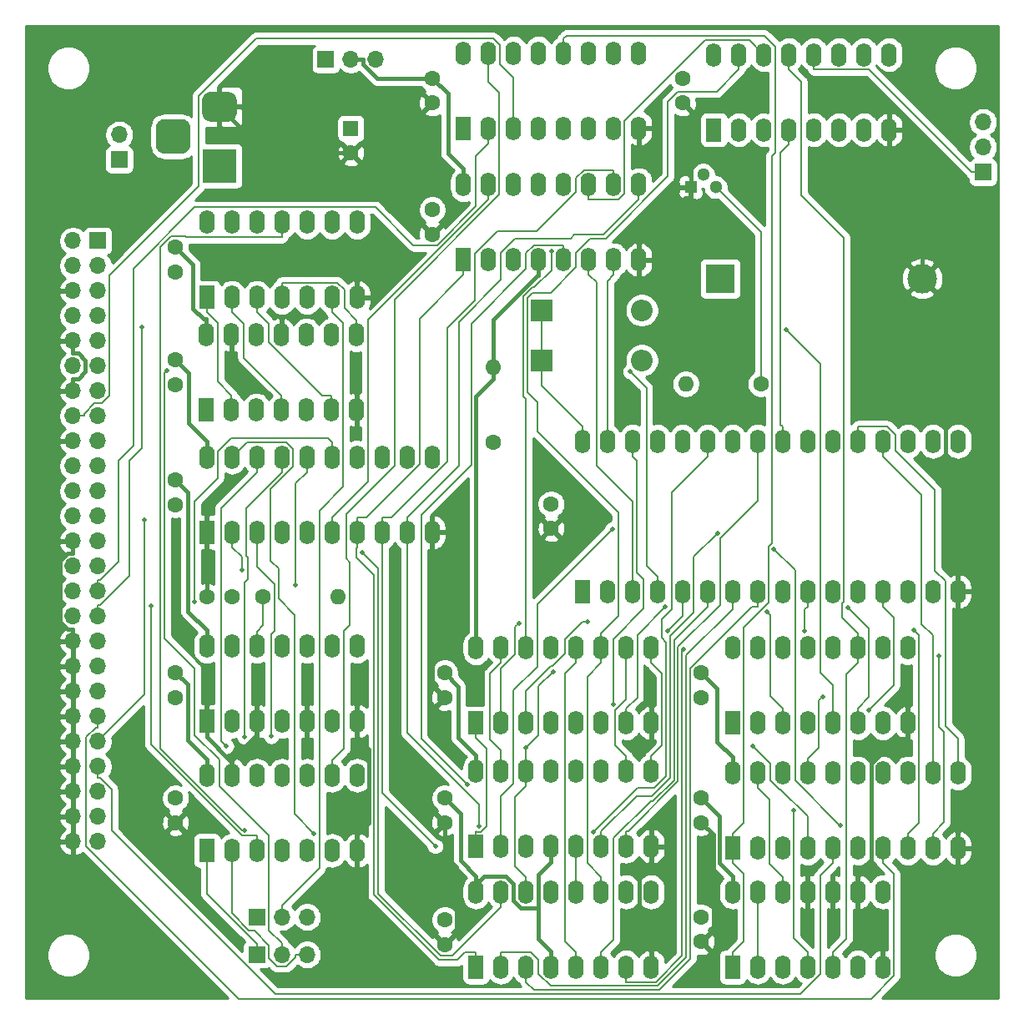
<source format=gbl>
G04 #@! TF.GenerationSoftware,KiCad,Pcbnew,(5.1.9)-1*
G04 #@! TF.CreationDate,2026-02-08T23:10:15+09:00*
G04 #@! TF.ProjectId,MZ700_EMM,4d5a3730-305f-4454-9d4d-2e6b69636164,rev?*
G04 #@! TF.SameCoordinates,PX53920b0PY93c3260*
G04 #@! TF.FileFunction,Copper,L2,Bot*
G04 #@! TF.FilePolarity,Positive*
%FSLAX46Y46*%
G04 Gerber Fmt 4.6, Leading zero omitted, Abs format (unit mm)*
G04 Created by KiCad (PCBNEW (5.1.9)-1) date 2026-02-08 23:10:15*
%MOMM*%
%LPD*%
G01*
G04 APERTURE LIST*
G04 #@! TA.AperFunction,ComponentPad*
%ADD10R,1.700000X1.700000*%
G04 #@! TD*
G04 #@! TA.AperFunction,ComponentPad*
%ADD11O,1.700000X1.700000*%
G04 #@! TD*
G04 #@! TA.AperFunction,ComponentPad*
%ADD12R,3.500000X3.500000*%
G04 #@! TD*
G04 #@! TA.AperFunction,ComponentPad*
%ADD13R,1.600000X1.600000*%
G04 #@! TD*
G04 #@! TA.AperFunction,ComponentPad*
%ADD14C,1.600000*%
G04 #@! TD*
G04 #@! TA.AperFunction,ComponentPad*
%ADD15C,3.000000*%
G04 #@! TD*
G04 #@! TA.AperFunction,ComponentPad*
%ADD16R,3.000000X3.000000*%
G04 #@! TD*
G04 #@! TA.AperFunction,ComponentPad*
%ADD17O,2.200000X2.200000*%
G04 #@! TD*
G04 #@! TA.AperFunction,ComponentPad*
%ADD18R,2.200000X2.200000*%
G04 #@! TD*
G04 #@! TA.AperFunction,ComponentPad*
%ADD19O,1.600000X1.600000*%
G04 #@! TD*
G04 #@! TA.AperFunction,ComponentPad*
%ADD20R,1.600000X2.400000*%
G04 #@! TD*
G04 #@! TA.AperFunction,ComponentPad*
%ADD21O,1.600000X2.400000*%
G04 #@! TD*
G04 #@! TA.AperFunction,ComponentPad*
%ADD22C,1.300000*%
G04 #@! TD*
G04 #@! TA.AperFunction,ComponentPad*
%ADD23R,1.300000X1.300000*%
G04 #@! TD*
G04 #@! TA.AperFunction,ViaPad*
%ADD24C,0.500000*%
G04 #@! TD*
G04 #@! TA.AperFunction,Conductor*
%ADD25C,0.400000*%
G04 #@! TD*
G04 #@! TA.AperFunction,Conductor*
%ADD26C,0.200000*%
G04 #@! TD*
G04 #@! TA.AperFunction,Conductor*
%ADD27C,0.254000*%
G04 #@! TD*
G04 #@! TA.AperFunction,Conductor*
%ADD28C,0.100000*%
G04 #@! TD*
G04 APERTURE END LIST*
D10*
X10160000Y85725000D03*
D11*
X10160000Y88265000D03*
D12*
X20320000Y85090000D03*
G04 #@! TA.AperFunction,ComponentPad*
G36*
G01*
X19320000Y92590000D02*
X21320000Y92590000D01*
G75*
G02*
X22070000Y91840000I0J-750000D01*
G01*
X22070000Y90340000D01*
G75*
G02*
X21320000Y89590000I-750000J0D01*
G01*
X19320000Y89590000D01*
G75*
G02*
X18570000Y90340000I0J750000D01*
G01*
X18570000Y91840000D01*
G75*
G02*
X19320000Y92590000I750000J0D01*
G01*
G37*
G04 #@! TD.AperFunction*
G04 #@! TA.AperFunction,ComponentPad*
G36*
G01*
X14745000Y89840000D02*
X16495000Y89840000D01*
G75*
G02*
X17370000Y88965000I0J-875000D01*
G01*
X17370000Y87215000D01*
G75*
G02*
X16495000Y86340000I-875000J0D01*
G01*
X14745000Y86340000D01*
G75*
G02*
X13870000Y87215000I0J875000D01*
G01*
X13870000Y88965000D01*
G75*
G02*
X14745000Y89840000I875000J0D01*
G01*
G37*
G04 #@! TD.AperFunction*
D10*
X8000000Y77500000D03*
D11*
X5460000Y77500000D03*
X8000000Y74960000D03*
X5460000Y74960000D03*
X8000000Y72420000D03*
X5460000Y72420000D03*
X8000000Y69880000D03*
X5460000Y69880000D03*
X8000000Y67340000D03*
X5460000Y67340000D03*
X8000000Y64800000D03*
X5460000Y64800000D03*
X8000000Y62260000D03*
X5460000Y62260000D03*
X8000000Y59720000D03*
X5460000Y59720000D03*
X8000000Y57180000D03*
X5460000Y57180000D03*
X8000000Y54640000D03*
X5460000Y54640000D03*
X8000000Y52100000D03*
X5460000Y52100000D03*
X8000000Y49560000D03*
X5460000Y49560000D03*
X8000000Y47020000D03*
X5460000Y47020000D03*
X8000000Y44480000D03*
X5460000Y44480000D03*
X8000000Y41940000D03*
X5460000Y41940000D03*
X8000000Y39400000D03*
X5460000Y39400000D03*
X8000000Y36860000D03*
X5460000Y36860000D03*
X8000000Y34320000D03*
X5460000Y34320000D03*
X8000000Y31780000D03*
X5460000Y31780000D03*
X8000000Y29240000D03*
X5460000Y29240000D03*
X8000000Y26700000D03*
X5460000Y26700000D03*
X8000000Y24160000D03*
X5460000Y24160000D03*
X8000000Y21620000D03*
X5460000Y21620000D03*
X8000000Y19080000D03*
X5460000Y19080000D03*
X8000000Y16540000D03*
X5460000Y16540000D03*
D10*
X31115000Y95885000D03*
D11*
X33655000Y95885000D03*
X36195000Y95885000D03*
D13*
X33655000Y88900000D03*
D14*
X33655000Y86400000D03*
D15*
X91610000Y73660000D03*
D16*
X71120000Y73660000D03*
D14*
X15875000Y20955000D03*
X15875000Y18455000D03*
X15875000Y33655000D03*
X15875000Y31155000D03*
X15875000Y74335000D03*
X15875000Y76835000D03*
X15875000Y50713000D03*
X15875000Y53213000D03*
X69215000Y8890000D03*
X69215000Y6390000D03*
X43180000Y33655000D03*
X43180000Y31155000D03*
X43180000Y6110000D03*
X43180000Y8610000D03*
X43180000Y20955000D03*
X43180000Y18455000D03*
X41910000Y78145000D03*
X41910000Y80645000D03*
X69215000Y33655000D03*
X69215000Y31155000D03*
X41910000Y93980000D03*
X41910000Y91480000D03*
X67310000Y91480000D03*
X67310000Y93980000D03*
X53975000Y48300000D03*
X53975000Y50800000D03*
X69215000Y20955000D03*
X69215000Y18455000D03*
X19090000Y41402000D03*
X21590000Y41402000D03*
D17*
X63175000Y65365000D03*
D18*
X53015000Y65365000D03*
X53015000Y70445000D03*
D17*
X63175000Y70445000D03*
D14*
X24765000Y41402000D03*
D19*
X32385000Y41402000D03*
D10*
X24130000Y5080000D03*
D11*
X26670000Y5080000D03*
X29210000Y5080000D03*
X29210000Y8890000D03*
X26670000Y8890000D03*
D10*
X24130000Y8890000D03*
D20*
X19050000Y15645000D03*
D21*
X34290000Y23265000D03*
X21590000Y15645000D03*
X31750000Y23265000D03*
X24130000Y15645000D03*
X29210000Y23265000D03*
X26670000Y15645000D03*
X26670000Y23265000D03*
X29210000Y15645000D03*
X24130000Y23265000D03*
X31750000Y15645000D03*
X21590000Y23265000D03*
X34290000Y15645000D03*
X19050000Y23265000D03*
X19050000Y36360000D03*
X34290000Y28740000D03*
X21590000Y36360000D03*
X31750000Y28740000D03*
X24130000Y36360000D03*
X29210000Y28740000D03*
X26670000Y36360000D03*
X26670000Y28740000D03*
X29210000Y36360000D03*
X24130000Y28740000D03*
X31750000Y36360000D03*
X21590000Y28740000D03*
X34290000Y36360000D03*
D20*
X19050000Y28740000D03*
X19050000Y47923000D03*
D21*
X41910000Y55543000D03*
X21590000Y47923000D03*
X39370000Y55543000D03*
X24130000Y47923000D03*
X36830000Y55543000D03*
X26670000Y47923000D03*
X34290000Y55543000D03*
X29210000Y47923000D03*
X31750000Y55543000D03*
X31750000Y47923000D03*
X29210000Y55543000D03*
X34290000Y47923000D03*
X26670000Y55543000D03*
X36830000Y47923000D03*
X24130000Y55543000D03*
X39370000Y47923000D03*
X21590000Y55543000D03*
X41910000Y47923000D03*
X19050000Y55543000D03*
X19050000Y79375000D03*
X34290000Y71755000D03*
X21590000Y79375000D03*
X31750000Y71755000D03*
X24130000Y79375000D03*
X29210000Y71755000D03*
X26670000Y79375000D03*
X26670000Y71755000D03*
X29210000Y79375000D03*
X24130000Y71755000D03*
X31750000Y79375000D03*
X21590000Y71755000D03*
X34290000Y79375000D03*
D20*
X19050000Y71755000D03*
D21*
X46355000Y36195000D03*
X64135000Y28575000D03*
X48895000Y36195000D03*
X61595000Y28575000D03*
X51435000Y36195000D03*
X59055000Y28575000D03*
X53975000Y36195000D03*
X56515000Y28575000D03*
X56515000Y36195000D03*
X53975000Y28575000D03*
X59055000Y36195000D03*
X51435000Y28575000D03*
X61595000Y36195000D03*
X48895000Y28575000D03*
X64135000Y36195000D03*
D20*
X46355000Y28575000D03*
X46355000Y3810000D03*
D21*
X64135000Y11430000D03*
X48895000Y3810000D03*
X61595000Y11430000D03*
X51435000Y3810000D03*
X59055000Y11430000D03*
X53975000Y3810000D03*
X56515000Y11430000D03*
X56515000Y3810000D03*
X53975000Y11430000D03*
X59055000Y3810000D03*
X51435000Y11430000D03*
X61595000Y3810000D03*
X48895000Y11430000D03*
X64135000Y3810000D03*
X46355000Y11430000D03*
X46355000Y23690000D03*
X64135000Y16070000D03*
X48895000Y23690000D03*
X61595000Y16070000D03*
X51435000Y23690000D03*
X59055000Y16070000D03*
X53975000Y23690000D03*
X56515000Y16070000D03*
X56515000Y23690000D03*
X53975000Y16070000D03*
X59055000Y23690000D03*
X51435000Y16070000D03*
X61595000Y23690000D03*
X48895000Y16070000D03*
X64135000Y23690000D03*
D20*
X46355000Y16070000D03*
X45085000Y75565000D03*
D21*
X62865000Y83185000D03*
X47625000Y75565000D03*
X60325000Y83185000D03*
X50165000Y75565000D03*
X57785000Y83185000D03*
X52705000Y75565000D03*
X55245000Y83185000D03*
X55245000Y75565000D03*
X52705000Y83185000D03*
X57785000Y75565000D03*
X50165000Y83185000D03*
X60325000Y75565000D03*
X47625000Y83185000D03*
X62865000Y75565000D03*
X45085000Y83185000D03*
D20*
X72390000Y28575000D03*
D21*
X90170000Y36195000D03*
X74930000Y28575000D03*
X87630000Y36195000D03*
X77470000Y28575000D03*
X85090000Y36195000D03*
X80010000Y28575000D03*
X82550000Y36195000D03*
X82550000Y28575000D03*
X80010000Y36195000D03*
X85090000Y28575000D03*
X77470000Y36195000D03*
X87630000Y28575000D03*
X74930000Y36195000D03*
X90170000Y28575000D03*
X72390000Y36195000D03*
D20*
X45085000Y88900000D03*
D21*
X62865000Y96520000D03*
X47625000Y88900000D03*
X60325000Y96520000D03*
X50165000Y88900000D03*
X57785000Y96520000D03*
X52705000Y88900000D03*
X55245000Y96520000D03*
X55245000Y88900000D03*
X52705000Y96520000D03*
X57785000Y88900000D03*
X50165000Y96520000D03*
X60325000Y88900000D03*
X47625000Y96520000D03*
X62865000Y88900000D03*
X45085000Y96520000D03*
X70485000Y96375000D03*
X88265000Y88755000D03*
X73025000Y96375000D03*
X85725000Y88755000D03*
X75565000Y96375000D03*
X83185000Y88755000D03*
X78105000Y96375000D03*
X80645000Y88755000D03*
X80645000Y96375000D03*
X78105000Y88755000D03*
X83185000Y96375000D03*
X75565000Y88755000D03*
X85725000Y96375000D03*
X73025000Y88755000D03*
X88265000Y96375000D03*
D20*
X70485000Y88755000D03*
X57150000Y41910000D03*
D21*
X95250000Y57150000D03*
X59690000Y41910000D03*
X92710000Y57150000D03*
X62230000Y41910000D03*
X90170000Y57150000D03*
X64770000Y41910000D03*
X87630000Y57150000D03*
X67310000Y41910000D03*
X85090000Y57150000D03*
X69850000Y41910000D03*
X82550000Y57150000D03*
X72390000Y41910000D03*
X80010000Y57150000D03*
X74930000Y41910000D03*
X77470000Y57150000D03*
X77470000Y41910000D03*
X74930000Y57150000D03*
X80010000Y41910000D03*
X72390000Y57150000D03*
X82550000Y41910000D03*
X69850000Y57150000D03*
X85090000Y41910000D03*
X67310000Y57150000D03*
X87630000Y41910000D03*
X64770000Y57150000D03*
X90170000Y41910000D03*
X62230000Y57150000D03*
X92710000Y41910000D03*
X59690000Y57150000D03*
X95250000Y41910000D03*
X57150000Y57150000D03*
X72390000Y23495000D03*
X95250000Y15875000D03*
X74930000Y23495000D03*
X92710000Y15875000D03*
X77470000Y23495000D03*
X90170000Y15875000D03*
X80010000Y23495000D03*
X87630000Y15875000D03*
X82550000Y23495000D03*
X85090000Y15875000D03*
X85090000Y23495000D03*
X82550000Y15875000D03*
X87630000Y23495000D03*
X80010000Y15875000D03*
X90170000Y23495000D03*
X77470000Y15875000D03*
X92710000Y23495000D03*
X74930000Y15875000D03*
X95250000Y23495000D03*
D20*
X72390000Y15875000D03*
D14*
X15875000Y65405000D03*
X15875000Y62905000D03*
D10*
X97790000Y84455000D03*
D11*
X97790000Y86995000D03*
X97790000Y89535000D03*
D22*
X69406000Y84201000D03*
X70676000Y82931000D03*
D23*
X68136000Y82931000D03*
D19*
X67628000Y62992000D03*
D14*
X75248000Y62992000D03*
X48133000Y57023000D03*
D19*
X48133000Y64643000D03*
D21*
X72390000Y11430000D03*
X87630000Y3810000D03*
X74930000Y11430000D03*
X85090000Y3810000D03*
X77470000Y11430000D03*
X82550000Y3810000D03*
X80010000Y11430000D03*
X80010000Y3810000D03*
X82550000Y11430000D03*
X77470000Y3810000D03*
X85090000Y11430000D03*
X74930000Y3810000D03*
X87630000Y11430000D03*
D20*
X72390000Y3810000D03*
X18986000Y60325000D03*
D21*
X34226000Y67945000D03*
X21526000Y60325000D03*
X31686000Y67945000D03*
X24066000Y60325000D03*
X29146000Y67945000D03*
X26606000Y60325000D03*
X26606000Y67945000D03*
X29146000Y60325000D03*
X24066000Y67945000D03*
X31686000Y60325000D03*
X21526000Y67945000D03*
X34226000Y60325000D03*
X18986000Y67945000D03*
D24*
X14995300Y64330800D03*
X13370100Y40490700D03*
X12453100Y68773800D03*
X93286600Y35396400D03*
X90749200Y37987400D03*
X76582600Y46229100D03*
X83358000Y18230000D03*
X12744700Y49203000D03*
X17821500Y40890800D03*
X74405000Y26225700D03*
X28069800Y42574900D03*
X22860000Y27199500D03*
X21017200Y26211200D03*
X42214000Y16077700D03*
X45477800Y22330800D03*
X29920500Y17365000D03*
X77804900Y68502400D03*
X78570400Y19717900D03*
X54170400Y33790300D03*
X53983600Y76477300D03*
X51435000Y26091400D03*
X22857600Y17708700D03*
X22603500Y44077000D03*
X25562000Y27226000D03*
X34815900Y45861500D03*
X46635200Y18092800D03*
X65554500Y40372900D03*
X79696000Y37897200D03*
X57686000Y38854100D03*
X50720600Y38712500D03*
X67399600Y36034200D03*
X65764200Y37903400D03*
X70901400Y47861000D03*
X58220200Y17500400D03*
X60180500Y48254400D03*
X62000300Y64211100D03*
X60283700Y30433800D03*
X75898200Y39850700D03*
X84113900Y40288900D03*
X86238200Y29898300D03*
X81501000Y31259300D03*
D25*
X52705000Y73964700D02*
X52568900Y73964700D01*
X52568900Y73964700D02*
X48133000Y69528800D01*
X48133000Y69528800D02*
X48133000Y65843300D01*
X46355000Y23690000D02*
X46355000Y25290300D01*
X43180000Y33655000D02*
X44551400Y32283600D01*
X44551400Y32283600D02*
X44551400Y27093900D01*
X44551400Y27093900D02*
X46355000Y25290300D01*
X19050000Y36360000D02*
X19050000Y37960300D01*
X15875000Y53213000D02*
X17111800Y51976200D01*
X17111800Y51976200D02*
X17111800Y39898500D01*
X17111800Y39898500D02*
X19050000Y37960300D01*
X72390000Y23495000D02*
X72390000Y25095300D01*
X72390000Y25095300D02*
X70789700Y26695600D01*
X70789700Y26695600D02*
X70789700Y32080300D01*
X70789700Y32080300D02*
X69215000Y33655000D01*
X19050000Y23265000D02*
X19050000Y24865300D01*
X15875000Y33655000D02*
X17075300Y32454700D01*
X17075300Y32454700D02*
X17075300Y26840000D01*
X17075300Y26840000D02*
X19050000Y24865300D01*
X72390000Y11430000D02*
X72390000Y13030300D01*
X69215000Y20955000D02*
X71033800Y19136200D01*
X71033800Y19136200D02*
X71033800Y14386500D01*
X71033800Y14386500D02*
X72390000Y13030300D01*
X41910000Y93980000D02*
X36292200Y93980000D01*
X36292200Y93980000D02*
X34905300Y95366900D01*
X34905300Y95366900D02*
X34905300Y95885000D01*
X45085000Y84785300D02*
X43484700Y86385600D01*
X43484700Y86385600D02*
X43484700Y92405300D01*
X43484700Y92405300D02*
X41910000Y93980000D01*
X33655000Y95885000D02*
X34905300Y95885000D01*
X52705100Y9829600D02*
X52705100Y13199800D01*
X52705100Y13199800D02*
X53975000Y14469700D01*
X53975000Y5410300D02*
X52705100Y6680200D01*
X52705100Y6680200D02*
X52705100Y9829600D01*
X46355000Y12230200D02*
X47155200Y13030400D01*
X47155200Y13030400D02*
X49394100Y13030400D01*
X49394100Y13030400D02*
X50165000Y12259500D01*
X50165000Y12259500D02*
X50165000Y10588900D01*
X50165000Y10588900D02*
X50924300Y9829600D01*
X50924300Y9829600D02*
X52705100Y9829600D01*
X46355000Y12230200D02*
X46355000Y13030300D01*
X46355000Y11430000D02*
X46355000Y12230200D01*
X48133000Y64643000D02*
X48133000Y65843300D01*
X45085000Y83185000D02*
X45085000Y84785300D01*
X52705000Y75565000D02*
X52705000Y73964700D01*
X48133000Y64042900D02*
X48133000Y64643000D01*
X19050000Y55543000D02*
X19050000Y57143300D01*
X15875000Y65405000D02*
X17214400Y64065600D01*
X17214400Y64065600D02*
X17214400Y58978900D01*
X17214400Y58978900D02*
X19050000Y57143300D01*
X18986000Y69545300D02*
X18685800Y69545300D01*
X18685800Y69545300D02*
X17651700Y70579400D01*
X17651700Y70579400D02*
X17651700Y75058300D01*
X17651700Y75058300D02*
X15875000Y76835000D01*
X48133000Y63442700D02*
X46355000Y61664700D01*
X46355000Y61664700D02*
X46355000Y37795300D01*
X48133000Y64042900D02*
X48133000Y63442700D01*
X46355000Y36195000D02*
X46355000Y37795300D01*
X53975000Y16070000D02*
X53975000Y14469700D01*
X53975000Y3810000D02*
X53975000Y5410300D01*
X18986000Y67945000D02*
X18986000Y69545300D01*
X46355000Y13030300D02*
X44754700Y14630600D01*
X44754700Y14630600D02*
X44754700Y19380300D01*
X44754700Y19380300D02*
X43180000Y20955000D01*
X33655000Y86400000D02*
X25010000Y86400000D01*
X25010000Y86400000D02*
X20320000Y91090000D01*
X35242500Y84812500D02*
X33655000Y86400000D01*
X85090000Y11430000D02*
X85090000Y13030300D01*
X90170000Y28575000D02*
X90170000Y26974700D01*
X90170000Y26974700D02*
X88969800Y26974700D01*
X88969800Y26974700D02*
X86429600Y24434500D01*
X86429600Y24434500D02*
X86429600Y14369900D01*
X86429600Y14369900D02*
X85090000Y13030300D01*
X19050000Y27139700D02*
X21357100Y24832600D01*
X21357100Y24832600D02*
X21590000Y24832600D01*
X24130000Y28740000D02*
X24130000Y27139700D01*
X21590000Y24367200D02*
X21590000Y24832600D01*
X24130000Y27139700D02*
X23897100Y27139700D01*
X23897100Y27139700D02*
X21590000Y24832600D01*
X19050000Y28740000D02*
X19050000Y27139700D01*
X21590000Y23265000D02*
X21590000Y24367200D01*
X43180000Y31155000D02*
X41910000Y32425000D01*
X41910000Y32425000D02*
X41910000Y47923000D01*
X5460000Y36860000D02*
X5460000Y38110300D01*
X5460000Y38110300D02*
X4913000Y38110300D01*
X4913000Y38110300D02*
X4170400Y38852900D01*
X4170400Y38852900D02*
X4170400Y44998200D01*
X4170400Y44998200D02*
X4941900Y45769700D01*
X4941900Y45769700D02*
X5460000Y45769700D01*
X5460000Y34320000D02*
X5460000Y36860000D01*
X5460000Y47020000D02*
X5460000Y45769700D01*
X34290000Y28740000D02*
X34290000Y27139700D01*
X34290000Y15645000D02*
X34290000Y17245300D01*
X34290000Y17245300D02*
X35523600Y18478900D01*
X35523600Y18478900D02*
X35523600Y25906100D01*
X35523600Y25906100D02*
X34290000Y27139700D01*
X64135000Y16070000D02*
X64135000Y14469700D01*
X64135000Y3810000D02*
X64135000Y5410300D01*
X64135000Y5410300D02*
X62879200Y6666100D01*
X62879200Y6666100D02*
X62879200Y13213900D01*
X62879200Y13213900D02*
X64135000Y14469700D01*
X5460000Y67340000D02*
X5460000Y66089700D01*
X5460000Y62260000D02*
X5460000Y63510300D01*
X5460000Y63510300D02*
X6007000Y63510300D01*
X6007000Y63510300D02*
X6730000Y64233300D01*
X6730000Y64233300D02*
X6730000Y65337800D01*
X6730000Y65337800D02*
X5978100Y66089700D01*
X5978100Y66089700D02*
X5460000Y66089700D01*
X91610000Y73660000D02*
X93980000Y71290000D01*
X93980000Y71290000D02*
X93980000Y44780300D01*
X93980000Y44780300D02*
X95250000Y43510300D01*
X88265000Y87154700D02*
X91610000Y83809700D01*
X91610000Y83809700D02*
X91610000Y73660000D01*
X95250000Y41910000D02*
X95250000Y43510300D01*
X43180000Y6110000D02*
X44404400Y7334400D01*
X44404400Y7334400D02*
X44404400Y13996500D01*
X44404400Y13996500D02*
X43180000Y15220900D01*
X43180000Y15220900D02*
X43180000Y18455000D01*
X41910000Y78145000D02*
X35242500Y84812500D01*
X35242500Y84812500D02*
X41910000Y91480000D01*
X19050000Y47923000D02*
X19050000Y46322700D01*
X19050000Y46322700D02*
X19090000Y46282700D01*
X19090000Y46282700D02*
X19090000Y41402000D01*
X5460000Y31780000D02*
X5460000Y34320000D01*
X5460000Y29240000D02*
X5460000Y31780000D01*
X5460000Y26700000D02*
X5460000Y29240000D01*
X5460000Y24160000D02*
X5460000Y26700000D01*
X5460000Y21620000D02*
X5460000Y24160000D01*
X5460000Y19080000D02*
X5460000Y21620000D01*
X69215000Y18455000D02*
X70433400Y17236600D01*
X70433400Y17236600D02*
X70433400Y7608400D01*
X70433400Y7608400D02*
X69215000Y6390000D01*
X87630000Y3810000D02*
X87630000Y5410300D01*
X85090000Y11430000D02*
X85090000Y7950300D01*
X85090000Y7950300D02*
X87630000Y5410300D01*
X88265000Y88755000D02*
X88265000Y87154700D01*
X68136000Y82931000D02*
X68136000Y81880700D01*
X62865000Y75565000D02*
X62865000Y77165300D01*
X62865000Y77165300D02*
X67580400Y81880700D01*
X67580400Y81880700D02*
X68136000Y81880700D01*
X68136000Y82931000D02*
X68136000Y90654000D01*
X68136000Y90654000D02*
X67310000Y91480000D01*
D26*
X26670000Y5080000D02*
X26670000Y6230300D01*
X14995300Y64330800D02*
X14746200Y64081700D01*
X14746200Y64081700D02*
X14746200Y37166500D01*
X14746200Y37166500D02*
X17812900Y34099800D01*
X17812900Y34099800D02*
X17812900Y27363200D01*
X17812900Y27363200D02*
X20320000Y24856100D01*
X20320000Y24856100D02*
X20320000Y22186100D01*
X20320000Y22186100D02*
X25359100Y17147000D01*
X25359100Y17147000D02*
X25359100Y7541200D01*
X25359100Y7541200D02*
X26670000Y6230300D01*
X50165000Y88900000D02*
X50165000Y94049700D01*
X50165000Y94049700D02*
X48794500Y95420200D01*
X48794500Y95420200D02*
X48794500Y97334500D01*
X48794500Y97334500D02*
X48103900Y98025100D01*
X48103900Y98025100D02*
X24009700Y98025100D01*
X24009700Y98025100D02*
X18206900Y92222300D01*
X18206900Y92222300D02*
X18206900Y83004800D01*
X18206900Y83004800D02*
X9163700Y73961600D01*
X9163700Y73961600D02*
X9163700Y61796700D01*
X9163700Y61796700D02*
X8357000Y60990000D01*
X8357000Y60990000D02*
X7641900Y60990000D01*
X7641900Y60990000D02*
X6610300Y59958400D01*
X6610300Y59958400D02*
X6610300Y59720000D01*
X5460000Y59720000D02*
X6610300Y59720000D01*
X24130000Y5080000D02*
X24130000Y6230300D01*
X19050000Y15645000D02*
X19050000Y11238400D01*
X19050000Y11238400D02*
X24058100Y6230300D01*
X24058100Y6230300D02*
X24130000Y6230300D01*
X24130000Y15645000D02*
X24130000Y17145300D01*
X24130000Y17145300D02*
X22618900Y17145300D01*
X22618900Y17145300D02*
X13370100Y26394100D01*
X13370100Y26394100D02*
X13370100Y40490700D01*
X8000000Y43090300D02*
X8238300Y43090300D01*
X8238300Y43090300D02*
X10102500Y44954500D01*
X10102500Y44954500D02*
X10102500Y55220900D01*
X10102500Y55220900D02*
X11571900Y56690300D01*
X11571900Y56690300D02*
X11571900Y74697500D01*
X11571900Y74697500D02*
X17780500Y80906100D01*
X17780500Y80906100D02*
X36129800Y80906100D01*
X36129800Y80906100D02*
X40000400Y77035500D01*
X40000400Y77035500D02*
X42409500Y77035500D01*
X42409500Y77035500D02*
X46355000Y80981000D01*
X46355000Y80981000D02*
X46355000Y86129700D01*
X46355000Y86129700D02*
X47625000Y87399700D01*
X8000000Y41940000D02*
X8000000Y43090300D01*
X47625000Y88900000D02*
X47625000Y87399700D01*
X8000000Y40550300D02*
X8238300Y40550300D01*
X8238300Y40550300D02*
X11171500Y43483500D01*
X11171500Y43483500D02*
X11171500Y55153600D01*
X11171500Y55153600D02*
X12453100Y56435200D01*
X12453100Y56435200D02*
X12453100Y68773800D01*
X8000000Y39400000D02*
X8000000Y40550300D01*
X92710000Y15875000D02*
X92710000Y17375300D01*
X92710000Y17375300D02*
X93829900Y18495200D01*
X93829900Y18495200D02*
X93829900Y27652900D01*
X93829900Y27652900D02*
X93286600Y28196200D01*
X93286600Y28196200D02*
X93286600Y35396400D01*
X90170000Y15875000D02*
X90170000Y17375300D01*
X90170000Y17375300D02*
X91279000Y18484300D01*
X91279000Y18484300D02*
X91279000Y37457600D01*
X91279000Y37457600D02*
X90749200Y37987400D01*
X8000000Y29240000D02*
X8000000Y28089700D01*
X87630000Y15875000D02*
X87630000Y14374700D01*
X87630000Y14374700D02*
X88753200Y13251500D01*
X88753200Y13251500D02*
X88753200Y2929800D01*
X88753200Y2929800D02*
X86435400Y612000D01*
X86435400Y612000D02*
X22285100Y612000D01*
X22285100Y612000D02*
X6809400Y16087700D01*
X6809400Y16087700D02*
X6809400Y27137500D01*
X6809400Y27137500D02*
X7761600Y28089700D01*
X7761600Y28089700D02*
X8000000Y28089700D01*
X83358000Y18230000D02*
X83262900Y18230000D01*
X83262900Y18230000D02*
X78740000Y22752900D01*
X78740000Y22752900D02*
X78740000Y44071700D01*
X78740000Y44071700D02*
X76582600Y46229100D01*
X8000000Y26700000D02*
X12744700Y31444700D01*
X12744700Y31444700D02*
X12744700Y49203000D01*
X31750000Y57043300D02*
X31349700Y57443600D01*
X31349700Y57443600D02*
X21487900Y57443600D01*
X21487900Y57443600D02*
X20150400Y56106100D01*
X20150400Y56106100D02*
X20150400Y53408700D01*
X20150400Y53408700D02*
X17821500Y51079800D01*
X17821500Y51079800D02*
X17821500Y40890800D01*
X8000000Y24160000D02*
X8000000Y23009700D01*
X82550000Y15875000D02*
X82550000Y14374700D01*
X82550000Y14374700D02*
X81280000Y13104700D01*
X81280000Y13104700D02*
X81280000Y3078100D01*
X81280000Y3078100D02*
X79278900Y1077000D01*
X79278900Y1077000D02*
X25958800Y1077000D01*
X25958800Y1077000D02*
X9389600Y17646200D01*
X9389600Y17646200D02*
X9389600Y21858400D01*
X9389600Y21858400D02*
X8238300Y23009700D01*
X8238300Y23009700D02*
X8000000Y23009700D01*
X31750000Y55543000D02*
X31750000Y57043300D01*
X80010000Y15875000D02*
X80010000Y19081500D01*
X80010000Y19081500D02*
X77242000Y21849500D01*
X77242000Y21849500D02*
X77111600Y21849500D01*
X77111600Y21849500D02*
X76200000Y22761100D01*
X76200000Y22761100D02*
X76200000Y24430700D01*
X76200000Y24430700D02*
X74405000Y26225700D01*
X29210000Y55543000D02*
X29210000Y54042700D01*
X29210000Y54042700D02*
X28069800Y52902500D01*
X28069800Y52902500D02*
X28069800Y42574900D01*
X26670000Y55543000D02*
X26670000Y54042700D01*
X26670000Y54042700D02*
X23010700Y50383400D01*
X23010700Y50383400D02*
X23010700Y45568300D01*
X23010700Y45568300D02*
X23204600Y45374400D01*
X23204600Y45374400D02*
X23204600Y43204400D01*
X23204600Y43204400D02*
X22860000Y42859800D01*
X22860000Y42859800D02*
X22860000Y27199500D01*
X24130000Y55543000D02*
X24130000Y54042700D01*
X21017200Y26211200D02*
X20483400Y26745000D01*
X20483400Y26745000D02*
X20483400Y50396100D01*
X20483400Y50396100D02*
X24130000Y54042700D01*
X24130000Y36360000D02*
X24130000Y37860300D01*
X24130000Y37860300D02*
X24765000Y38495300D01*
X24765000Y38495300D02*
X24765000Y41402000D01*
X28059700Y5080000D02*
X28059700Y4841700D01*
X28059700Y4841700D02*
X27122500Y3904500D01*
X27122500Y3904500D02*
X26153500Y3904500D01*
X26153500Y3904500D02*
X25359300Y4698700D01*
X25359300Y4698700D02*
X25359300Y6030100D01*
X25359300Y6030100D02*
X23854700Y7534700D01*
X23854700Y7534700D02*
X23321200Y7534700D01*
X23321200Y7534700D02*
X21590000Y9265900D01*
X21590000Y9265900D02*
X21590000Y14144700D01*
X21590000Y15645000D02*
X21590000Y14144700D01*
X29210000Y5080000D02*
X28059700Y5080000D01*
X26670000Y8890000D02*
X26670000Y10040300D01*
X31750000Y71755000D02*
X31750000Y70254700D01*
X31750000Y70254700D02*
X32861200Y69143500D01*
X32861200Y69143500D02*
X32861200Y52526200D01*
X32861200Y52526200D02*
X30480000Y50145000D01*
X30480000Y50145000D02*
X30480000Y13850300D01*
X30480000Y13850300D02*
X26670000Y10040300D01*
X31750000Y23265000D02*
X31750000Y24765300D01*
X47625000Y96520000D02*
X47625000Y93640200D01*
X47625000Y93640200D02*
X48727100Y92538100D01*
X48727100Y92538100D02*
X48727100Y82155900D01*
X48727100Y82155900D02*
X38100000Y71528800D01*
X38100000Y71528800D02*
X38100000Y54648500D01*
X38100000Y54648500D02*
X33181500Y49730000D01*
X33181500Y49730000D02*
X33181500Y45274200D01*
X33181500Y45274200D02*
X33557300Y44898400D01*
X33557300Y44898400D02*
X33557300Y38524500D01*
X33557300Y38524500D02*
X32970000Y37937200D01*
X32970000Y37937200D02*
X32970000Y25985300D01*
X32970000Y25985300D02*
X31750000Y24765300D01*
X36830000Y47923000D02*
X36830000Y49423300D01*
X36830000Y49423300D02*
X37767700Y49423300D01*
X37767700Y49423300D02*
X43423000Y55078600D01*
X43423000Y55078600D02*
X43423000Y68641300D01*
X43423000Y68641300D02*
X46213400Y71431700D01*
X46213400Y71431700D02*
X46213400Y76146900D01*
X46213400Y76146900D02*
X48532200Y78465700D01*
X48532200Y78465700D02*
X52535200Y78465700D01*
X52535200Y78465700D02*
X56515000Y82445500D01*
X56515000Y82445500D02*
X56515000Y83874800D01*
X56515000Y83874800D02*
X57325500Y84685300D01*
X57325500Y84685300D02*
X60325000Y84685300D01*
X42214000Y16077700D02*
X36830000Y21461700D01*
X36830000Y21461700D02*
X36830000Y47923000D01*
X60325000Y83185000D02*
X60325000Y84685300D01*
X56515000Y11430000D02*
X56515000Y16070000D01*
X59055000Y36195000D02*
X59055000Y34694700D01*
X59055000Y11430000D02*
X59055000Y12930300D01*
X59055000Y12930300D02*
X57643500Y14341800D01*
X57643500Y14341800D02*
X57643500Y33283200D01*
X57643500Y33283200D02*
X59055000Y34694700D01*
X73025000Y96375000D02*
X73025000Y94874700D01*
X59055000Y36195000D02*
X59055000Y37695300D01*
X59055000Y37695300D02*
X60806100Y39446400D01*
X60806100Y39446400D02*
X60806100Y49918900D01*
X60806100Y49918900D02*
X52614600Y58110400D01*
X52614600Y58110400D02*
X52614600Y61073900D01*
X52614600Y61073900D02*
X51586700Y62101800D01*
X51586700Y62101800D02*
X51586700Y71708900D01*
X51586700Y71708900D02*
X52102700Y72224900D01*
X52102700Y72224900D02*
X53903800Y72224900D01*
X53903800Y72224900D02*
X56515000Y74836100D01*
X56515000Y74836100D02*
X56515000Y76292400D01*
X56515000Y76292400D02*
X57914400Y77691800D01*
X57914400Y77691800D02*
X59490200Y77691800D01*
X59490200Y77691800D02*
X65822100Y84023700D01*
X65822100Y84023700D02*
X65822100Y91621800D01*
X65822100Y91621800D02*
X66850300Y92650000D01*
X66850300Y92650000D02*
X70800300Y92650000D01*
X70800300Y92650000D02*
X73025000Y94874700D01*
X55245000Y75565000D02*
X55245000Y77065300D01*
X55245000Y77065300D02*
X52217400Y77065300D01*
X52217400Y77065300D02*
X51435000Y76282900D01*
X51435000Y76282900D02*
X51435000Y74661900D01*
X51435000Y74661900D02*
X45854600Y69081500D01*
X45854600Y69081500D02*
X45854600Y54783100D01*
X45854600Y54783100D02*
X40783400Y49711900D01*
X40783400Y49711900D02*
X40783400Y27025200D01*
X40783400Y27025200D02*
X45477800Y22330800D01*
X29920500Y17365000D02*
X27940000Y19345500D01*
X27940000Y19345500D02*
X27940000Y39553600D01*
X27940000Y39553600D02*
X26317900Y41175700D01*
X26317900Y41175700D02*
X26317900Y44234900D01*
X26317900Y44234900D02*
X25529400Y45023400D01*
X25529400Y45023400D02*
X25529400Y52335800D01*
X25529400Y52335800D02*
X27772400Y54578800D01*
X27772400Y54578800D02*
X27772400Y56401300D01*
X27772400Y56401300D02*
X27130400Y57043300D01*
X27130400Y57043300D02*
X23090300Y57043300D01*
X23090300Y57043300D02*
X21590000Y55543000D01*
X82550000Y28575000D02*
X82550000Y32414800D01*
X82550000Y32414800D02*
X81280000Y33684800D01*
X81280000Y33684800D02*
X81280000Y65027300D01*
X81280000Y65027300D02*
X77804900Y68502400D01*
X57785000Y83185000D02*
X57785000Y81684700D01*
X57785000Y81684700D02*
X60827500Y81684700D01*
X60827500Y81684700D02*
X61425400Y82282600D01*
X61425400Y82282600D02*
X61425400Y89680700D01*
X61425400Y89680700D02*
X69630000Y97885300D01*
X69630000Y97885300D02*
X74054700Y97885300D01*
X74054700Y97885300D02*
X75565000Y96375000D01*
X80010000Y5310300D02*
X78570400Y6749900D01*
X78570400Y6749900D02*
X78570400Y19717900D01*
X80010000Y3810000D02*
X80010000Y5310300D01*
X82550000Y5310300D02*
X83908300Y6668600D01*
X83908300Y6668600D02*
X83908300Y33513000D01*
X83908300Y33513000D02*
X85090000Y34694700D01*
X82550000Y3810000D02*
X82550000Y5310300D01*
X85090000Y36195000D02*
X85090000Y34694700D01*
X85090000Y36945200D02*
X85090000Y36195000D01*
X85090000Y36945200D02*
X85090000Y37695300D01*
X78105000Y96375000D02*
X78105000Y94874700D01*
X85090000Y37695300D02*
X83512000Y39273300D01*
X83512000Y39273300D02*
X83512000Y40700900D01*
X83512000Y40700900D02*
X83666000Y40854900D01*
X83666000Y40854900D02*
X83666000Y77834100D01*
X83666000Y77834100D02*
X79375000Y82125100D01*
X79375000Y82125100D02*
X79375000Y93604700D01*
X79375000Y93604700D02*
X78105000Y94874700D01*
X55245000Y98020300D02*
X55510400Y98285700D01*
X55510400Y98285700D02*
X75610400Y98285700D01*
X75610400Y98285700D02*
X76698600Y97197500D01*
X76698600Y97197500D02*
X76698600Y86414600D01*
X76698600Y86414600D02*
X76348300Y86064300D01*
X76348300Y86064300D02*
X76348300Y46773000D01*
X76348300Y46773000D02*
X76032300Y46457000D01*
X76032300Y46457000D02*
X76032300Y40787800D01*
X76032300Y40787800D02*
X73490300Y38245800D01*
X73490300Y38245800D02*
X73490300Y18475600D01*
X73490300Y18475600D02*
X72390000Y17375300D01*
X55245000Y96520000D02*
X55245000Y98020300D01*
X72390000Y15875000D02*
X72390000Y17375300D01*
X72390000Y15441500D02*
X72390000Y15875000D01*
X72390000Y14374700D02*
X73490300Y13274400D01*
X73490300Y13274400D02*
X73490300Y6410600D01*
X73490300Y6410600D02*
X72390000Y5310300D01*
X72390000Y15441500D02*
X72390000Y14374700D01*
X72390000Y3810000D02*
X72390000Y5310300D01*
X74930000Y11430000D02*
X74930000Y3810000D01*
X97790000Y84455000D02*
X96639700Y84455000D01*
X80645000Y96375000D02*
X80645000Y94874700D01*
X80645000Y94874700D02*
X86220000Y94874700D01*
X86220000Y94874700D02*
X96639700Y84455000D01*
X53015000Y65365000D02*
X53015000Y70445000D01*
X57150000Y58650300D02*
X53015000Y62785300D01*
X53015000Y62785300D02*
X53015000Y65365000D01*
X57150000Y57150000D02*
X57150000Y58650300D01*
X54170400Y33790300D02*
X52705000Y32324900D01*
X52705000Y32324900D02*
X52705000Y27361400D01*
X52705000Y27361400D02*
X51435000Y26091400D01*
X51435000Y36290200D02*
X51435000Y36195000D01*
X53983600Y76477300D02*
X53983600Y74530400D01*
X53983600Y74530400D02*
X52220000Y72766800D01*
X52220000Y72766800D02*
X52078500Y72766800D01*
X52078500Y72766800D02*
X51184800Y71873100D01*
X51184800Y71873100D02*
X51184800Y61737700D01*
X51184800Y61737700D02*
X51435000Y61487500D01*
X51435000Y61487500D02*
X51435000Y37695300D01*
X51435000Y36290200D02*
X51435000Y37695300D01*
X51435000Y26091400D02*
X51435000Y25159700D01*
X51435000Y23690000D02*
X51435000Y25159700D01*
X51435000Y12930300D02*
X50323800Y14041500D01*
X50323800Y14041500D02*
X50323800Y21078500D01*
X50323800Y21078500D02*
X51435000Y22189700D01*
X51435000Y23690000D02*
X51435000Y22189700D01*
X51435000Y11430000D02*
X51435000Y12930300D01*
X74930000Y21994700D02*
X76128400Y20796300D01*
X76128400Y20796300D02*
X76128400Y14271900D01*
X76128400Y14271900D02*
X77470000Y12930300D01*
X77470000Y11430000D02*
X77470000Y12930300D01*
X74930000Y23495000D02*
X74930000Y21994700D01*
X22857600Y17708700D02*
X22621700Y17708700D01*
X22621700Y17708700D02*
X14345800Y25984600D01*
X14345800Y25984600D02*
X14345800Y76890500D01*
X14345800Y76890500D02*
X15432300Y77977000D01*
X15432300Y77977000D02*
X16832200Y77977000D01*
X16832200Y77977000D02*
X16934500Y77874700D01*
X16934500Y77874700D02*
X26670000Y77874700D01*
X26670000Y79375000D02*
X26670000Y77874700D01*
X21590000Y46422700D02*
X22603500Y45409200D01*
X22603500Y45409200D02*
X22603500Y44077000D01*
X21590000Y47923000D02*
X21590000Y46422700D01*
X48895000Y34694700D02*
X47794600Y33594300D01*
X47794600Y33594300D02*
X47794600Y26869700D01*
X47794600Y26869700D02*
X48895000Y25769300D01*
X48895000Y25769300D02*
X48895000Y23690000D01*
X48895000Y36195000D02*
X48895000Y34694700D01*
X24130000Y46422700D02*
X24130000Y44412200D01*
X24130000Y44412200D02*
X25917500Y42624700D01*
X25917500Y42624700D02*
X25917500Y37912500D01*
X25917500Y37912500D02*
X25562000Y37557000D01*
X25562000Y37557000D02*
X25562000Y27226000D01*
X24130000Y47923000D02*
X24130000Y46422700D01*
X46355000Y27824900D02*
X46355000Y28575000D01*
X46355000Y17570300D02*
X46379500Y17570300D01*
X46379500Y17570300D02*
X46407300Y17542500D01*
X46407300Y17542500D02*
X46863200Y17542500D01*
X46863200Y17542500D02*
X47455300Y18134600D01*
X47455300Y18134600D02*
X47455300Y25974400D01*
X47455300Y25974400D02*
X46355000Y27074700D01*
X46355000Y27824900D02*
X46355000Y27074700D01*
X46355000Y16070000D02*
X46355000Y17570300D01*
X61595000Y25190300D02*
X60483800Y26301500D01*
X60483800Y26301500D02*
X60483800Y29855600D01*
X60483800Y29855600D02*
X61595000Y30966800D01*
X61595000Y30966800D02*
X61595000Y34694700D01*
X61595000Y23690000D02*
X61595000Y25190300D01*
X61595000Y36195000D02*
X61595000Y34694700D01*
X64135000Y23690000D02*
X64135000Y25190300D01*
X64135000Y36195000D02*
X64135000Y34694700D01*
X64135000Y34694700D02*
X65235300Y33594400D01*
X65235300Y33594400D02*
X65235300Y26290600D01*
X65235300Y26290600D02*
X64135000Y25190300D01*
X48895000Y9929700D02*
X43950700Y4985400D01*
X43950700Y4985400D02*
X42724500Y4985400D01*
X42724500Y4985400D02*
X36424500Y11285400D01*
X36424500Y11285400D02*
X36424500Y44252900D01*
X36424500Y44252900D02*
X34815900Y45861500D01*
X48895000Y11430000D02*
X48895000Y9929700D01*
X31750000Y48673200D02*
X31750000Y47923000D01*
X31750000Y48673200D02*
X31750000Y49423300D01*
X31750000Y49423300D02*
X35394300Y53067600D01*
X35394300Y53067600D02*
X35394300Y69454000D01*
X35394300Y69454000D02*
X47625000Y81684700D01*
X47625000Y83185000D02*
X47625000Y81684700D01*
X46355000Y5310300D02*
X45254700Y5310300D01*
X45254700Y5310300D02*
X44478500Y4534100D01*
X44478500Y4534100D02*
X42609500Y4534100D01*
X42609500Y4534100D02*
X36024100Y11119500D01*
X36024100Y11119500D02*
X36024100Y43556600D01*
X36024100Y43556600D02*
X34220100Y45360600D01*
X34220100Y45360600D02*
X34220100Y46352800D01*
X34220100Y46352800D02*
X34290000Y46422700D01*
X34290000Y49423300D02*
X35227700Y49423300D01*
X35227700Y49423300D02*
X40640000Y54835600D01*
X40640000Y54835600D02*
X40640000Y69619700D01*
X40640000Y69619700D02*
X45085000Y74064700D01*
X34290000Y47923000D02*
X34290000Y46422700D01*
X34290000Y47923000D02*
X34290000Y49423300D01*
X46355000Y3810000D02*
X46355000Y5310300D01*
X45085000Y75565000D02*
X45085000Y74064700D01*
X62865000Y81684700D02*
X59272400Y78092100D01*
X59272400Y78092100D02*
X56349300Y78092100D01*
X56349300Y78092100D02*
X55949000Y77691800D01*
X55949000Y77691800D02*
X50298500Y77691800D01*
X50298500Y77691800D02*
X48895000Y76288300D01*
X48895000Y76288300D02*
X48895000Y73547000D01*
X48895000Y73547000D02*
X44614700Y69266700D01*
X44614700Y69266700D02*
X44614700Y54668000D01*
X44614700Y54668000D02*
X39370000Y49423300D01*
X39370000Y47923000D02*
X39370000Y49423300D01*
X62865000Y83185000D02*
X62865000Y81684700D01*
X46635200Y18092800D02*
X46635200Y20282600D01*
X46635200Y20282600D02*
X39370000Y27547800D01*
X39370000Y27547800D02*
X39370000Y46422700D01*
X39370000Y47923000D02*
X39370000Y46422700D01*
X61595000Y28575000D02*
X61595000Y30075300D01*
X65554500Y40372900D02*
X62703400Y37521800D01*
X62703400Y37521800D02*
X62703400Y31183700D01*
X62703400Y31183700D02*
X61595000Y30075300D01*
X80010000Y41910000D02*
X80010000Y40409700D01*
X80010000Y40409700D02*
X79696000Y40095700D01*
X79696000Y40095700D02*
X79696000Y37897200D01*
X56515000Y36195000D02*
X56515000Y34694700D01*
X56515000Y3810000D02*
X56515000Y5310300D01*
X56515000Y5310300D02*
X55408300Y6417000D01*
X55408300Y6417000D02*
X55408300Y33588000D01*
X55408300Y33588000D02*
X56515000Y34694700D01*
X57686000Y38854100D02*
X57176000Y38854100D01*
X57176000Y38854100D02*
X55386700Y37064800D01*
X55386700Y37064800D02*
X55386700Y35605800D01*
X55386700Y35605800D02*
X54121500Y34340600D01*
X54121500Y34340600D02*
X53942500Y34340600D01*
X53942500Y34340600D02*
X51435000Y31833100D01*
X51435000Y31833100D02*
X51435000Y28575000D01*
X50720600Y38712500D02*
X50306700Y38298600D01*
X50306700Y38298600D02*
X50306700Y35540100D01*
X50306700Y35540100D02*
X48895000Y34128400D01*
X48895000Y34128400D02*
X48895000Y28575000D01*
X48895000Y5310300D02*
X51917200Y5310300D01*
X51917200Y5310300D02*
X52705000Y4522500D01*
X52705000Y4522500D02*
X52705000Y3118700D01*
X52705000Y3118700D02*
X53915600Y1908100D01*
X53915600Y1908100D02*
X64758000Y1908100D01*
X64758000Y1908100D02*
X67678300Y4828400D01*
X67678300Y4828400D02*
X67678300Y35431700D01*
X67678300Y35431700D02*
X72390000Y40143400D01*
X72390000Y40143400D02*
X72390000Y40409700D01*
X72390000Y41910000D02*
X72390000Y40409700D01*
X48895000Y3810000D02*
X48895000Y5310300D01*
X51435000Y3810000D02*
X51435000Y2309700D01*
X74930000Y41910000D02*
X74930000Y40409700D01*
X74930000Y40409700D02*
X74367400Y40409700D01*
X74367400Y40409700D02*
X68078700Y34121000D01*
X68078700Y34121000D02*
X68078700Y4640000D01*
X68078700Y4640000D02*
X64922700Y1484000D01*
X64922700Y1484000D02*
X52260700Y1484000D01*
X52260700Y1484000D02*
X51435000Y2309700D01*
X59055000Y5310300D02*
X60325000Y6580300D01*
X60325000Y6580300D02*
X60325000Y16890100D01*
X60325000Y16890100D02*
X64061600Y20626700D01*
X64061600Y20626700D02*
X64273900Y20626700D01*
X64273900Y20626700D02*
X66448900Y22801700D01*
X66448900Y22801700D02*
X66448900Y37008600D01*
X66448900Y37008600D02*
X69850000Y40409700D01*
X59055000Y3810000D02*
X59055000Y5310300D01*
X69850000Y41910000D02*
X69850000Y40409700D01*
X61595000Y2309700D02*
X64593500Y2309700D01*
X64593500Y2309700D02*
X67249500Y4965700D01*
X67249500Y4965700D02*
X67249500Y35884100D01*
X67249500Y35884100D02*
X67399600Y36034200D01*
X65764200Y37903400D02*
X67310000Y39449200D01*
X67310000Y39449200D02*
X67310000Y41910000D01*
X61595000Y3810000D02*
X61595000Y2309700D01*
X61595000Y17570300D02*
X61783600Y17570300D01*
X61783600Y17570300D02*
X66849200Y22635900D01*
X66849200Y22635900D02*
X66849200Y36274900D01*
X66849200Y36274900D02*
X71126800Y40552500D01*
X71126800Y40552500D02*
X71126800Y47308100D01*
X71126800Y47308100D02*
X74930000Y51111300D01*
X74930000Y51111300D02*
X74930000Y55649700D01*
X74930000Y57150000D02*
X74930000Y55649700D01*
X61595000Y16070000D02*
X61595000Y17570300D01*
X59055000Y16070000D02*
X59055000Y17570300D01*
X70901400Y47861000D02*
X68454500Y45414100D01*
X68454500Y45414100D02*
X68454500Y39815200D01*
X68454500Y39815200D02*
X66048600Y37409300D01*
X66048600Y37409300D02*
X66048600Y23038300D01*
X66048600Y23038300D02*
X64178900Y21168600D01*
X64178900Y21168600D02*
X62653300Y21168600D01*
X62653300Y21168600D02*
X59055000Y17570300D01*
X69850000Y55649700D02*
X66196300Y51996000D01*
X66196300Y51996000D02*
X66196300Y40084000D01*
X66196300Y40084000D02*
X65206300Y39094000D01*
X65206300Y39094000D02*
X65206300Y37214300D01*
X65206300Y37214300D02*
X65648300Y36772300D01*
X65648300Y36772300D02*
X65648300Y23207100D01*
X65648300Y23207100D02*
X64440500Y21999300D01*
X64440500Y21999300D02*
X62719100Y21999300D01*
X62719100Y21999300D02*
X58220200Y17500400D01*
X69850000Y57150000D02*
X69850000Y55649700D01*
X60180500Y48254400D02*
X52583900Y40657800D01*
X52583900Y40657800D02*
X52583900Y34299000D01*
X52583900Y34299000D02*
X50165000Y31880100D01*
X50165000Y31880100D02*
X50165000Y22431200D01*
X50165000Y22431200D02*
X48895000Y21161200D01*
X48895000Y21161200D02*
X48895000Y16070000D01*
X64770000Y43410300D02*
X63641400Y44538900D01*
X63641400Y44538900D02*
X63641400Y62570000D01*
X63641400Y62570000D02*
X62000300Y64211100D01*
X64770000Y41910000D02*
X64770000Y43410300D01*
X57785000Y74064700D02*
X58558500Y73291200D01*
X58558500Y73291200D02*
X58558500Y54670600D01*
X58558500Y54670600D02*
X62230000Y50999100D01*
X62230000Y50999100D02*
X62230000Y43410300D01*
X57785000Y75565000D02*
X57785000Y74064700D01*
X62230000Y41910000D02*
X62230000Y43410300D01*
X60325000Y74064700D02*
X59690000Y73429700D01*
X59690000Y73429700D02*
X59690000Y58650300D01*
X59690000Y57150000D02*
X59690000Y58650300D01*
X60325000Y75565000D02*
X60325000Y74064700D01*
X62230000Y57150000D02*
X62230000Y55649700D01*
X62230000Y55649700D02*
X62686100Y55193600D01*
X62686100Y55193600D02*
X62686100Y43823900D01*
X62686100Y43823900D02*
X63379300Y43130700D01*
X63379300Y43130700D02*
X63379300Y40179800D01*
X63379300Y40179800D02*
X60283700Y37084200D01*
X60283700Y37084200D02*
X60283700Y30433800D01*
X77470000Y28575000D02*
X77470000Y30075300D01*
X75898200Y39850700D02*
X76200000Y39548900D01*
X76200000Y39548900D02*
X76200000Y31345300D01*
X76200000Y31345300D02*
X77470000Y30075300D01*
X85090000Y28575000D02*
X85090000Y30075300D01*
X84113900Y40288900D02*
X86209800Y38193000D01*
X86209800Y38193000D02*
X86209800Y31195100D01*
X86209800Y31195100D02*
X85090000Y30075300D01*
X87630000Y55649700D02*
X91569400Y51710300D01*
X91569400Y51710300D02*
X91569400Y38621200D01*
X91569400Y38621200D02*
X92710000Y37480600D01*
X92710000Y37480600D02*
X92710000Y24995300D01*
X87630000Y57150000D02*
X87630000Y55649700D01*
X92710000Y23495000D02*
X92710000Y24995300D01*
X95250000Y24995300D02*
X95250000Y26999200D01*
X95250000Y26999200D02*
X93980000Y28269200D01*
X93980000Y28269200D02*
X93980000Y42961500D01*
X93980000Y42961500D02*
X92892600Y44048900D01*
X92892600Y44048900D02*
X92892600Y52227200D01*
X92892600Y52227200D02*
X88899800Y56220000D01*
X88899800Y56220000D02*
X88899800Y57849600D01*
X88899800Y57849600D02*
X88099100Y58650300D01*
X88099100Y58650300D02*
X85090000Y58650300D01*
X95250000Y23495000D02*
X95250000Y24995300D01*
X85090000Y57150000D02*
X85090000Y58650300D01*
X87630000Y41910000D02*
X87630000Y40409700D01*
X86238200Y29898300D02*
X88741100Y32401200D01*
X88741100Y32401200D02*
X88741100Y39298600D01*
X88741100Y39298600D02*
X87630000Y40409700D01*
X80010000Y23495000D02*
X80010000Y24995300D01*
X80010000Y24995300D02*
X81110400Y26095700D01*
X81110400Y26095700D02*
X81110400Y30868700D01*
X81110400Y30868700D02*
X81501000Y31259300D01*
X34226000Y67945000D02*
X34226000Y69445300D01*
X26670000Y71755000D02*
X26670000Y73255300D01*
X26670000Y73255300D02*
X32290600Y73255300D01*
X32290600Y73255300D02*
X33020000Y72525900D01*
X33020000Y72525900D02*
X33020000Y70651300D01*
X33020000Y70651300D02*
X34226000Y69445300D01*
X31686000Y60325000D02*
X31686000Y61825300D01*
X24130000Y71755000D02*
X24130000Y70254700D01*
X24130000Y70254700D02*
X25336000Y69048700D01*
X25336000Y69048700D02*
X25336000Y67197100D01*
X25336000Y67197100D02*
X30707800Y61825300D01*
X30707800Y61825300D02*
X31686000Y61825300D01*
X26606000Y60325000D02*
X26606000Y61825300D01*
X21590000Y71755000D02*
X21590000Y70254700D01*
X21590000Y70254700D02*
X22796000Y69048700D01*
X22796000Y69048700D02*
X22796000Y65635300D01*
X22796000Y65635300D02*
X26606000Y61825300D01*
X21526000Y60325000D02*
X21526000Y61825300D01*
X19050000Y71755000D02*
X19050000Y70254700D01*
X19050000Y70254700D02*
X20150300Y69154400D01*
X20150300Y69154400D02*
X20150300Y63201000D01*
X20150300Y63201000D02*
X21526000Y61825300D01*
X78105000Y87254700D02*
X77254600Y86404300D01*
X77254600Y86404300D02*
X77254600Y58865700D01*
X77254600Y58865700D02*
X77470000Y58650300D01*
X78105000Y88755000D02*
X78105000Y87254700D01*
X77470000Y57150000D02*
X77470000Y58650300D01*
X75248000Y62992000D02*
X75248000Y78359000D01*
X75248000Y78359000D02*
X70676000Y82931000D01*
D27*
X99340000Y660000D02*
X87522846Y660000D01*
X89247393Y2384546D01*
X89275438Y2407562D01*
X89367287Y2519480D01*
X89435537Y2647167D01*
X89477565Y2785715D01*
X89488200Y2893695D01*
X89488200Y2893704D01*
X89491755Y2929799D01*
X89488200Y2965894D01*
X89488200Y5220128D01*
X92765000Y5220128D01*
X92765000Y4779872D01*
X92850890Y4348075D01*
X93019369Y3941331D01*
X93263962Y3575271D01*
X93575271Y3263962D01*
X93941331Y3019369D01*
X94348075Y2850890D01*
X94779872Y2765000D01*
X95220128Y2765000D01*
X95651925Y2850890D01*
X96058669Y3019369D01*
X96424729Y3263962D01*
X96736038Y3575271D01*
X96980631Y3941331D01*
X97149110Y4348075D01*
X97235000Y4779872D01*
X97235000Y5220128D01*
X97149110Y5651925D01*
X96980631Y6058669D01*
X96736038Y6424729D01*
X96424729Y6736038D01*
X96058669Y6980631D01*
X95651925Y7149110D01*
X95220128Y7235000D01*
X94779872Y7235000D01*
X94348075Y7149110D01*
X93941331Y6980631D01*
X93575271Y6736038D01*
X93263962Y6424729D01*
X93019369Y6058669D01*
X92850890Y5651925D01*
X92765000Y5220128D01*
X89488200Y5220128D01*
X89488200Y13215395D01*
X89491756Y13251500D01*
X89477565Y13395585D01*
X89435537Y13534134D01*
X89367287Y13661820D01*
X89298453Y13745694D01*
X89298450Y13745697D01*
X89275437Y13773738D01*
X89247397Y13796750D01*
X88616184Y14427962D01*
X88649608Y14455392D01*
X88828932Y14673899D01*
X88900000Y14806858D01*
X88971068Y14673899D01*
X89150393Y14455392D01*
X89368900Y14276068D01*
X89618193Y14142818D01*
X89888692Y14060764D01*
X90170000Y14033057D01*
X90451309Y14060764D01*
X90721808Y14142818D01*
X90971101Y14276068D01*
X91189608Y14455392D01*
X91368932Y14673899D01*
X91440000Y14806858D01*
X91511068Y14673899D01*
X91690393Y14455392D01*
X91908900Y14276068D01*
X92158193Y14142818D01*
X92428692Y14060764D01*
X92710000Y14033057D01*
X92991309Y14060764D01*
X93261808Y14142818D01*
X93511101Y14276068D01*
X93729608Y14455392D01*
X93908932Y14673899D01*
X93977265Y14801741D01*
X94127399Y14572161D01*
X94325105Y14370500D01*
X94558354Y14211285D01*
X94818182Y14100633D01*
X94900961Y14083096D01*
X95123000Y14205085D01*
X95123000Y15748000D01*
X95377000Y15748000D01*
X95377000Y14205085D01*
X95599039Y14083096D01*
X95681818Y14100633D01*
X95941646Y14211285D01*
X96174895Y14370500D01*
X96372601Y14572161D01*
X96527166Y14808517D01*
X96632650Y15070486D01*
X96685000Y15348000D01*
X96685000Y15748000D01*
X95377000Y15748000D01*
X95123000Y15748000D01*
X95103000Y15748000D01*
X95103000Y16002000D01*
X95123000Y16002000D01*
X95123000Y17544915D01*
X95377000Y17544915D01*
X95377000Y16002000D01*
X96685000Y16002000D01*
X96685000Y16402000D01*
X96632650Y16679514D01*
X96527166Y16941483D01*
X96372601Y17177839D01*
X96174895Y17379500D01*
X95941646Y17538715D01*
X95681818Y17649367D01*
X95599039Y17666904D01*
X95377000Y17544915D01*
X95123000Y17544915D01*
X94900961Y17666904D01*
X94818182Y17649367D01*
X94558354Y17538715D01*
X94325105Y17379500D01*
X94127399Y17177839D01*
X93977265Y16948259D01*
X93908932Y17076101D01*
X93729607Y17294608D01*
X93696184Y17322038D01*
X94324097Y17949950D01*
X94352137Y17972962D01*
X94375150Y18001003D01*
X94375153Y18001006D01*
X94443987Y18084880D01*
X94470563Y18134600D01*
X94512237Y18212567D01*
X94554265Y18351115D01*
X94564900Y18459095D01*
X94564900Y18459096D01*
X94568456Y18495200D01*
X94564900Y18531305D01*
X94564900Y21834065D01*
X94698193Y21762818D01*
X94968692Y21680764D01*
X95250000Y21653057D01*
X95531309Y21680764D01*
X95801808Y21762818D01*
X96051101Y21896068D01*
X96269608Y22075392D01*
X96448932Y22293899D01*
X96582182Y22543192D01*
X96664236Y22813691D01*
X96685000Y23024509D01*
X96685000Y23965492D01*
X96664236Y24176309D01*
X96582182Y24446808D01*
X96448932Y24696101D01*
X96269607Y24914608D01*
X96051100Y25093932D01*
X95985000Y25129263D01*
X95985000Y26963106D01*
X95988555Y26999201D01*
X95985000Y27035296D01*
X95985000Y27035305D01*
X95974365Y27143285D01*
X95932337Y27281833D01*
X95864087Y27409520D01*
X95772238Y27521438D01*
X95744193Y27544454D01*
X94715000Y28573646D01*
X94715000Y40179575D01*
X94818182Y40135633D01*
X94900961Y40118096D01*
X95123000Y40240085D01*
X95123000Y41783000D01*
X95377000Y41783000D01*
X95377000Y40240085D01*
X95599039Y40118096D01*
X95681818Y40135633D01*
X95941646Y40246285D01*
X96174895Y40405500D01*
X96372601Y40607161D01*
X96527166Y40843517D01*
X96632650Y41105486D01*
X96685000Y41383000D01*
X96685000Y41783000D01*
X95377000Y41783000D01*
X95123000Y41783000D01*
X95103000Y41783000D01*
X95103000Y42037000D01*
X95123000Y42037000D01*
X95123000Y43579915D01*
X95377000Y43579915D01*
X95377000Y42037000D01*
X96685000Y42037000D01*
X96685000Y42437000D01*
X96632650Y42714514D01*
X96527166Y42976483D01*
X96372601Y43212839D01*
X96174895Y43414500D01*
X95941646Y43573715D01*
X95681818Y43684367D01*
X95599039Y43701904D01*
X95377000Y43579915D01*
X95123000Y43579915D01*
X94900961Y43701904D01*
X94818182Y43684367D01*
X94558354Y43573715D01*
X94468539Y43512408D01*
X93627600Y44353346D01*
X93627600Y52191095D01*
X93631156Y52227200D01*
X93616965Y52371285D01*
X93610488Y52392637D01*
X93574937Y52509833D01*
X93506687Y52637520D01*
X93414838Y52749438D01*
X93386793Y52772454D01*
X90734594Y55424652D01*
X90971101Y55551068D01*
X91189608Y55730392D01*
X91368932Y55948899D01*
X91440000Y56081858D01*
X91511068Y55948899D01*
X91690393Y55730392D01*
X91908900Y55551068D01*
X92158193Y55417818D01*
X92428692Y55335764D01*
X92710000Y55308057D01*
X92991309Y55335764D01*
X93261808Y55417818D01*
X93511101Y55551068D01*
X93729608Y55730392D01*
X93908932Y55948899D01*
X93980000Y56081858D01*
X94051068Y55948899D01*
X94230393Y55730392D01*
X94448900Y55551068D01*
X94698193Y55417818D01*
X94968692Y55335764D01*
X95250000Y55308057D01*
X95531309Y55335764D01*
X95801808Y55417818D01*
X96051101Y55551068D01*
X96269608Y55730392D01*
X96448932Y55948899D01*
X96582182Y56198192D01*
X96664236Y56468691D01*
X96685000Y56679509D01*
X96685000Y57620492D01*
X96664236Y57831309D01*
X96582182Y58101808D01*
X96448932Y58351101D01*
X96269607Y58569608D01*
X96051100Y58748932D01*
X95801807Y58882182D01*
X95531308Y58964236D01*
X95250000Y58991943D01*
X94968691Y58964236D01*
X94698192Y58882182D01*
X94448899Y58748932D01*
X94230392Y58569607D01*
X94051068Y58351100D01*
X93980000Y58218142D01*
X93908932Y58351101D01*
X93729607Y58569608D01*
X93511100Y58748932D01*
X93261807Y58882182D01*
X92991308Y58964236D01*
X92710000Y58991943D01*
X92428691Y58964236D01*
X92158192Y58882182D01*
X91908899Y58748932D01*
X91690392Y58569607D01*
X91511068Y58351100D01*
X91440000Y58218142D01*
X91368932Y58351101D01*
X91189607Y58569608D01*
X90971100Y58748932D01*
X90721807Y58882182D01*
X90451308Y58964236D01*
X90170000Y58991943D01*
X89888691Y58964236D01*
X89618192Y58882182D01*
X89368899Y58748932D01*
X89188206Y58600640D01*
X88644358Y59144488D01*
X88621338Y59172538D01*
X88509420Y59264387D01*
X88381733Y59332637D01*
X88243185Y59374665D01*
X88135205Y59385300D01*
X88099100Y59388856D01*
X88062995Y59385300D01*
X85126105Y59385300D01*
X85090000Y59388856D01*
X85053895Y59385300D01*
X84945915Y59374665D01*
X84807367Y59332637D01*
X84679680Y59264387D01*
X84567762Y59172538D01*
X84475913Y59060620D01*
X84407663Y58932933D01*
X84401000Y58910968D01*
X84401000Y72168347D01*
X90297952Y72168347D01*
X90453962Y71852786D01*
X90828745Y71661980D01*
X91233551Y71547956D01*
X91652824Y71515098D01*
X92070451Y71564666D01*
X92470383Y71694757D01*
X92766038Y71852786D01*
X92922048Y72168347D01*
X91610000Y73480395D01*
X90297952Y72168347D01*
X84401000Y72168347D01*
X84401000Y73617176D01*
X89465098Y73617176D01*
X89514666Y73199549D01*
X89644757Y72799617D01*
X89802786Y72503962D01*
X90118347Y72347952D01*
X91430395Y73660000D01*
X91789605Y73660000D01*
X93101653Y72347952D01*
X93417214Y72503962D01*
X93608020Y72878745D01*
X93722044Y73283551D01*
X93754902Y73702824D01*
X93705334Y74120451D01*
X93575243Y74520383D01*
X93417214Y74816038D01*
X93101653Y74972048D01*
X91789605Y73660000D01*
X91430395Y73660000D01*
X90118347Y74972048D01*
X89802786Y74816038D01*
X89611980Y74441255D01*
X89497956Y74036449D01*
X89465098Y73617176D01*
X84401000Y73617176D01*
X84401000Y75151653D01*
X90297952Y75151653D01*
X91610000Y73839605D01*
X92922048Y75151653D01*
X92766038Y75467214D01*
X92391255Y75658020D01*
X91986449Y75772044D01*
X91567176Y75804902D01*
X91149549Y75755334D01*
X90749617Y75625243D01*
X90453962Y75467214D01*
X90297952Y75151653D01*
X84401000Y75151653D01*
X84401000Y77798006D01*
X84404555Y77834101D01*
X84401000Y77870196D01*
X84401000Y77870205D01*
X84390365Y77978185D01*
X84348337Y78116733D01*
X84280087Y78244420D01*
X84188238Y78356338D01*
X84160193Y78379354D01*
X80110000Y82429546D01*
X80110000Y87017720D01*
X80363692Y86940764D01*
X80645000Y86913057D01*
X80926309Y86940764D01*
X81196808Y87022818D01*
X81446101Y87156068D01*
X81664608Y87335392D01*
X81843932Y87553899D01*
X81915000Y87686858D01*
X81986068Y87553899D01*
X82165393Y87335392D01*
X82383900Y87156068D01*
X82633193Y87022818D01*
X82903692Y86940764D01*
X83185000Y86913057D01*
X83466309Y86940764D01*
X83736808Y87022818D01*
X83986101Y87156068D01*
X84204608Y87335392D01*
X84383932Y87553899D01*
X84455000Y87686858D01*
X84526068Y87553899D01*
X84705393Y87335392D01*
X84923900Y87156068D01*
X85173193Y87022818D01*
X85443692Y86940764D01*
X85725000Y86913057D01*
X86006309Y86940764D01*
X86276808Y87022818D01*
X86526101Y87156068D01*
X86744608Y87335392D01*
X86923932Y87553899D01*
X86992265Y87681741D01*
X87142399Y87452161D01*
X87340105Y87250500D01*
X87573354Y87091285D01*
X87833182Y86980633D01*
X87915961Y86963096D01*
X88138000Y87085085D01*
X88138000Y88628000D01*
X88392000Y88628000D01*
X88392000Y87085085D01*
X88614039Y86963096D01*
X88696818Y86980633D01*
X88956646Y87091285D01*
X89189895Y87250500D01*
X89387601Y87452161D01*
X89542166Y87688517D01*
X89647650Y87950486D01*
X89700000Y88228000D01*
X89700000Y88628000D01*
X88392000Y88628000D01*
X88138000Y88628000D01*
X88118000Y88628000D01*
X88118000Y88882000D01*
X88138000Y88882000D01*
X88138000Y90424915D01*
X88392000Y90424915D01*
X88392000Y88882000D01*
X89700000Y88882000D01*
X89700000Y89282000D01*
X89647650Y89559514D01*
X89542166Y89821483D01*
X89387601Y90057839D01*
X89189895Y90259500D01*
X88956646Y90418715D01*
X88696818Y90529367D01*
X88614039Y90546904D01*
X88392000Y90424915D01*
X88138000Y90424915D01*
X87915961Y90546904D01*
X87833182Y90529367D01*
X87573354Y90418715D01*
X87340105Y90259500D01*
X87142399Y90057839D01*
X86992265Y89828259D01*
X86923932Y89956101D01*
X86744607Y90174608D01*
X86526100Y90353932D01*
X86276807Y90487182D01*
X86006308Y90569236D01*
X85725000Y90596943D01*
X85443691Y90569236D01*
X85173192Y90487182D01*
X84923899Y90353932D01*
X84705392Y90174607D01*
X84526068Y89956100D01*
X84455000Y89823142D01*
X84383932Y89956101D01*
X84204607Y90174608D01*
X83986100Y90353932D01*
X83736807Y90487182D01*
X83466308Y90569236D01*
X83185000Y90596943D01*
X82903691Y90569236D01*
X82633192Y90487182D01*
X82383899Y90353932D01*
X82165392Y90174607D01*
X81986068Y89956100D01*
X81915000Y89823142D01*
X81843932Y89956101D01*
X81664607Y90174608D01*
X81446100Y90353932D01*
X81196807Y90487182D01*
X80926308Y90569236D01*
X80645000Y90596943D01*
X80363691Y90569236D01*
X80110000Y90492281D01*
X80110000Y93568606D01*
X80113555Y93604701D01*
X80110000Y93640796D01*
X80110000Y93640805D01*
X80099365Y93748785D01*
X80057337Y93887333D01*
X79989087Y94015020D01*
X79897238Y94126938D01*
X79869193Y94149954D01*
X79091184Y94927962D01*
X79124608Y94955392D01*
X79303932Y95173899D01*
X79375000Y95306858D01*
X79446068Y95173899D01*
X79625393Y94955392D01*
X79843900Y94776068D01*
X79920174Y94735299D01*
X79920635Y94730615D01*
X79962663Y94592067D01*
X80030913Y94464380D01*
X80122762Y94352462D01*
X80234680Y94260613D01*
X80362367Y94192363D01*
X80500915Y94150335D01*
X80608895Y94139700D01*
X80645000Y94136144D01*
X80681105Y94139700D01*
X85915554Y94139700D01*
X96094446Y83960807D01*
X96117462Y83932762D01*
X96229380Y83840913D01*
X96301928Y83802135D01*
X96301928Y83605000D01*
X96314188Y83480518D01*
X96350498Y83360820D01*
X96409463Y83250506D01*
X96488815Y83153815D01*
X96585506Y83074463D01*
X96695820Y83015498D01*
X96815518Y82979188D01*
X96940000Y82966928D01*
X98640000Y82966928D01*
X98764482Y82979188D01*
X98884180Y83015498D01*
X98994494Y83074463D01*
X99091185Y83153815D01*
X99170537Y83250506D01*
X99229502Y83360820D01*
X99265812Y83480518D01*
X99278072Y83605000D01*
X99278072Y85305000D01*
X99265812Y85429482D01*
X99229502Y85549180D01*
X99170537Y85659494D01*
X99091185Y85756185D01*
X98994494Y85835537D01*
X98884180Y85894502D01*
X98811620Y85916513D01*
X98943475Y86048368D01*
X99105990Y86291589D01*
X99217932Y86561842D01*
X99275000Y86848740D01*
X99275000Y87141260D01*
X99217932Y87428158D01*
X99105990Y87698411D01*
X98943475Y87941632D01*
X98736632Y88148475D01*
X98562240Y88265000D01*
X98736632Y88381525D01*
X98943475Y88588368D01*
X99105990Y88831589D01*
X99217932Y89101842D01*
X99275000Y89388740D01*
X99275000Y89681260D01*
X99217932Y89968158D01*
X99105990Y90238411D01*
X98943475Y90481632D01*
X98736632Y90688475D01*
X98493411Y90850990D01*
X98223158Y90962932D01*
X97936260Y91020000D01*
X97643740Y91020000D01*
X97356842Y90962932D01*
X97086589Y90850990D01*
X96843368Y90688475D01*
X96636525Y90481632D01*
X96474010Y90238411D01*
X96362068Y89968158D01*
X96305000Y89681260D01*
X96305000Y89388740D01*
X96362068Y89101842D01*
X96474010Y88831589D01*
X96636525Y88588368D01*
X96843368Y88381525D01*
X97017760Y88265000D01*
X96843368Y88148475D01*
X96636525Y87941632D01*
X96474010Y87698411D01*
X96362068Y87428158D01*
X96305000Y87141260D01*
X96305000Y86848740D01*
X96362068Y86561842D01*
X96474010Y86291589D01*
X96636525Y86048368D01*
X96768380Y85916513D01*
X96695820Y85894502D01*
X96585506Y85835537D01*
X96488815Y85756185D01*
X96438848Y85695299D01*
X86936581Y95197565D01*
X86995000Y95306858D01*
X87066068Y95173899D01*
X87245393Y94955392D01*
X87463900Y94776068D01*
X87713193Y94642818D01*
X87983692Y94560764D01*
X88265000Y94533057D01*
X88546309Y94560764D01*
X88816808Y94642818D01*
X89066101Y94776068D01*
X89284608Y94955392D01*
X89463932Y95173899D01*
X89488641Y95220128D01*
X92765000Y95220128D01*
X92765000Y94779872D01*
X92850890Y94348075D01*
X93019369Y93941331D01*
X93263962Y93575271D01*
X93575271Y93263962D01*
X93941331Y93019369D01*
X94348075Y92850890D01*
X94779872Y92765000D01*
X95220128Y92765000D01*
X95651925Y92850890D01*
X96058669Y93019369D01*
X96424729Y93263962D01*
X96736038Y93575271D01*
X96980631Y93941331D01*
X97149110Y94348075D01*
X97235000Y94779872D01*
X97235000Y95220128D01*
X97149110Y95651925D01*
X96980631Y96058669D01*
X96736038Y96424729D01*
X96424729Y96736038D01*
X96058669Y96980631D01*
X95651925Y97149110D01*
X95220128Y97235000D01*
X94779872Y97235000D01*
X94348075Y97149110D01*
X93941331Y96980631D01*
X93575271Y96736038D01*
X93263962Y96424729D01*
X93019369Y96058669D01*
X92850890Y95651925D01*
X92765000Y95220128D01*
X89488641Y95220128D01*
X89597182Y95423192D01*
X89679236Y95693691D01*
X89700000Y95904509D01*
X89700000Y96845492D01*
X89679236Y97056309D01*
X89597182Y97326808D01*
X89463932Y97576101D01*
X89284607Y97794608D01*
X89066100Y97973932D01*
X88816807Y98107182D01*
X88546308Y98189236D01*
X88265000Y98216943D01*
X87983691Y98189236D01*
X87713192Y98107182D01*
X87463899Y97973932D01*
X87245392Y97794607D01*
X87066068Y97576100D01*
X86995000Y97443142D01*
X86923932Y97576101D01*
X86744607Y97794608D01*
X86526100Y97973932D01*
X86276807Y98107182D01*
X86006308Y98189236D01*
X85725000Y98216943D01*
X85443691Y98189236D01*
X85173192Y98107182D01*
X84923899Y97973932D01*
X84705392Y97794607D01*
X84526068Y97576100D01*
X84455000Y97443142D01*
X84383932Y97576101D01*
X84204607Y97794608D01*
X83986100Y97973932D01*
X83736807Y98107182D01*
X83466308Y98189236D01*
X83185000Y98216943D01*
X82903691Y98189236D01*
X82633192Y98107182D01*
X82383899Y97973932D01*
X82165392Y97794607D01*
X81986068Y97576100D01*
X81915000Y97443142D01*
X81843932Y97576101D01*
X81664607Y97794608D01*
X81446100Y97973932D01*
X81196807Y98107182D01*
X80926308Y98189236D01*
X80645000Y98216943D01*
X80363691Y98189236D01*
X80093192Y98107182D01*
X79843899Y97973932D01*
X79625392Y97794607D01*
X79446068Y97576100D01*
X79375000Y97443142D01*
X79303932Y97576101D01*
X79124607Y97794608D01*
X78906100Y97973932D01*
X78656807Y98107182D01*
X78386308Y98189236D01*
X78105000Y98216943D01*
X77823691Y98189236D01*
X77553192Y98107182D01*
X77303899Y97973932D01*
X77115901Y97819646D01*
X76155658Y98779888D01*
X76132638Y98807938D01*
X76020720Y98899787D01*
X75893033Y98968037D01*
X75754485Y99010065D01*
X75646505Y99020700D01*
X75610400Y99024256D01*
X75574295Y99020700D01*
X55546494Y99020700D01*
X55510399Y99024255D01*
X55474304Y99020700D01*
X55474295Y99020700D01*
X55366315Y99010065D01*
X55227767Y98968037D01*
X55100080Y98899787D01*
X54988162Y98807938D01*
X54965141Y98779887D01*
X54750808Y98565554D01*
X54722763Y98542538D01*
X54630914Y98430620D01*
X54579396Y98334236D01*
X54562664Y98302933D01*
X54520635Y98164385D01*
X54520174Y98159702D01*
X54443899Y98118932D01*
X54225392Y97939607D01*
X54046068Y97721100D01*
X53975000Y97588142D01*
X53903932Y97721101D01*
X53724607Y97939608D01*
X53506100Y98118932D01*
X53256807Y98252182D01*
X52986308Y98334236D01*
X52705000Y98361943D01*
X52423691Y98334236D01*
X52153192Y98252182D01*
X51903899Y98118932D01*
X51685392Y97939607D01*
X51506068Y97721100D01*
X51435000Y97588142D01*
X51363932Y97721101D01*
X51184607Y97939608D01*
X50966100Y98118932D01*
X50716807Y98252182D01*
X50446308Y98334236D01*
X50165000Y98361943D01*
X49883691Y98334236D01*
X49613192Y98252182D01*
X49363899Y98118932D01*
X49191225Y97977222D01*
X48649158Y98519288D01*
X48626138Y98547338D01*
X48514220Y98639187D01*
X48386533Y98707437D01*
X48247985Y98749465D01*
X48140005Y98760100D01*
X48103900Y98763656D01*
X48067795Y98760100D01*
X24045794Y98760100D01*
X24009699Y98763655D01*
X23973604Y98760100D01*
X23973595Y98760100D01*
X23865615Y98749465D01*
X23727067Y98707437D01*
X23599380Y98639187D01*
X23487462Y98547338D01*
X23464446Y98519293D01*
X17712708Y92767554D01*
X17684662Y92744537D01*
X17592813Y92632619D01*
X17524563Y92504932D01*
X17506783Y92446319D01*
X17482535Y92366385D01*
X17468344Y92222300D01*
X17471900Y92186195D01*
X17471900Y90111229D01*
X17335618Y90223073D01*
X17074028Y90362896D01*
X16790186Y90448999D01*
X16495000Y90478072D01*
X14745000Y90478072D01*
X14449814Y90448999D01*
X14165972Y90362896D01*
X13904382Y90223073D01*
X13675097Y90034903D01*
X13486927Y89805618D01*
X13347104Y89544028D01*
X13261001Y89260186D01*
X13231928Y88965000D01*
X13231928Y87215000D01*
X13261001Y86919814D01*
X13347104Y86635972D01*
X13486927Y86374382D01*
X13675097Y86145097D01*
X13904382Y85956927D01*
X14165972Y85817104D01*
X14449814Y85731001D01*
X14745000Y85701928D01*
X16495000Y85701928D01*
X16790186Y85731001D01*
X17074028Y85817104D01*
X17335618Y85956927D01*
X17471901Y86068772D01*
X17471901Y83309248D01*
X9449149Y75286495D01*
X9427932Y75393158D01*
X9315990Y75663411D01*
X9153475Y75906632D01*
X9021620Y76038487D01*
X9094180Y76060498D01*
X9204494Y76119463D01*
X9301185Y76198815D01*
X9380537Y76295506D01*
X9439502Y76405820D01*
X9475812Y76525518D01*
X9488072Y76650000D01*
X9488072Y78350000D01*
X9475812Y78474482D01*
X9439502Y78594180D01*
X9380537Y78704494D01*
X9301185Y78801185D01*
X9204494Y78880537D01*
X9094180Y78939502D01*
X8974482Y78975812D01*
X8850000Y78988072D01*
X7150000Y78988072D01*
X7025518Y78975812D01*
X6905820Y78939502D01*
X6795506Y78880537D01*
X6698815Y78801185D01*
X6619463Y78704494D01*
X6560498Y78594180D01*
X6538487Y78521620D01*
X6406632Y78653475D01*
X6163411Y78815990D01*
X5893158Y78927932D01*
X5606260Y78985000D01*
X5313740Y78985000D01*
X5026842Y78927932D01*
X4756589Y78815990D01*
X4513368Y78653475D01*
X4306525Y78446632D01*
X4144010Y78203411D01*
X4032068Y77933158D01*
X3975000Y77646260D01*
X3975000Y77353740D01*
X4032068Y77066842D01*
X4144010Y76796589D01*
X4306525Y76553368D01*
X4513368Y76346525D01*
X4687760Y76230000D01*
X4513368Y76113475D01*
X4306525Y75906632D01*
X4144010Y75663411D01*
X4032068Y75393158D01*
X3975000Y75106260D01*
X3975000Y74813740D01*
X4032068Y74526842D01*
X4144010Y74256589D01*
X4306525Y74013368D01*
X4513368Y73806525D01*
X4695534Y73684805D01*
X4578645Y73615178D01*
X4362412Y73420269D01*
X4188359Y73186920D01*
X4063175Y72924099D01*
X4018524Y72776890D01*
X4139845Y72547000D01*
X5333000Y72547000D01*
X5333000Y72567000D01*
X5587000Y72567000D01*
X5587000Y72547000D01*
X5607000Y72547000D01*
X5607000Y72293000D01*
X5587000Y72293000D01*
X5587000Y72273000D01*
X5333000Y72273000D01*
X5333000Y72293000D01*
X4139845Y72293000D01*
X4018524Y72063110D01*
X4063175Y71915901D01*
X4188359Y71653080D01*
X4362412Y71419731D01*
X4578645Y71224822D01*
X4695534Y71155195D01*
X4513368Y71033475D01*
X4306525Y70826632D01*
X4144010Y70583411D01*
X4032068Y70313158D01*
X3975000Y70026260D01*
X3975000Y69733740D01*
X4032068Y69446842D01*
X4144010Y69176589D01*
X4306525Y68933368D01*
X4513368Y68726525D01*
X4695534Y68604805D01*
X4578645Y68535178D01*
X4362412Y68340269D01*
X4188359Y68106920D01*
X4063175Y67844099D01*
X4018524Y67696890D01*
X4139845Y67467000D01*
X5333000Y67467000D01*
X5333000Y67487000D01*
X5587000Y67487000D01*
X5587000Y67467000D01*
X5607000Y67467000D01*
X5607000Y67213000D01*
X5587000Y67213000D01*
X5587000Y67193000D01*
X5333000Y67193000D01*
X5333000Y67213000D01*
X4139845Y67213000D01*
X4018524Y66983110D01*
X4063175Y66835901D01*
X4188359Y66573080D01*
X4362412Y66339731D01*
X4578645Y66144822D01*
X4695534Y66075195D01*
X4513368Y65953475D01*
X4306525Y65746632D01*
X4144010Y65503411D01*
X4032068Y65233158D01*
X3975000Y64946260D01*
X3975000Y64653740D01*
X4032068Y64366842D01*
X4144010Y64096589D01*
X4306525Y63853368D01*
X4513368Y63646525D01*
X4695534Y63524805D01*
X4578645Y63455178D01*
X4362412Y63260269D01*
X4188359Y63026920D01*
X4063175Y62764099D01*
X4018524Y62616890D01*
X4139845Y62387000D01*
X5333000Y62387000D01*
X5333000Y62407000D01*
X5587000Y62407000D01*
X5587000Y62387000D01*
X5607000Y62387000D01*
X5607000Y62133000D01*
X5587000Y62133000D01*
X5587000Y62113000D01*
X5333000Y62113000D01*
X5333000Y62133000D01*
X4139845Y62133000D01*
X4018524Y61903110D01*
X4063175Y61755901D01*
X4188359Y61493080D01*
X4362412Y61259731D01*
X4578645Y61064822D01*
X4695534Y60995195D01*
X4513368Y60873475D01*
X4306525Y60666632D01*
X4144010Y60423411D01*
X4032068Y60153158D01*
X3975000Y59866260D01*
X3975000Y59573740D01*
X4032068Y59286842D01*
X4144010Y59016589D01*
X4306525Y58773368D01*
X4513368Y58566525D01*
X4695534Y58444805D01*
X4578645Y58375178D01*
X4362412Y58180269D01*
X4188359Y57946920D01*
X4063175Y57684099D01*
X4018524Y57536890D01*
X4139845Y57307000D01*
X5333000Y57307000D01*
X5333000Y57327000D01*
X5587000Y57327000D01*
X5587000Y57307000D01*
X5607000Y57307000D01*
X5607000Y57053000D01*
X5587000Y57053000D01*
X5587000Y57033000D01*
X5333000Y57033000D01*
X5333000Y57053000D01*
X4139845Y57053000D01*
X4018524Y56823110D01*
X4063175Y56675901D01*
X4188359Y56413080D01*
X4362412Y56179731D01*
X4578645Y55984822D01*
X4695534Y55915195D01*
X4513368Y55793475D01*
X4306525Y55586632D01*
X4144010Y55343411D01*
X4032068Y55073158D01*
X3975000Y54786260D01*
X3975000Y54493740D01*
X4032068Y54206842D01*
X4144010Y53936589D01*
X4306525Y53693368D01*
X4513368Y53486525D01*
X4687760Y53370000D01*
X4513368Y53253475D01*
X4306525Y53046632D01*
X4144010Y52803411D01*
X4032068Y52533158D01*
X3975000Y52246260D01*
X3975000Y51953740D01*
X4032068Y51666842D01*
X4144010Y51396589D01*
X4306525Y51153368D01*
X4513368Y50946525D01*
X4687760Y50830000D01*
X4513368Y50713475D01*
X4306525Y50506632D01*
X4144010Y50263411D01*
X4032068Y49993158D01*
X3975000Y49706260D01*
X3975000Y49413740D01*
X4032068Y49126842D01*
X4144010Y48856589D01*
X4306525Y48613368D01*
X4513368Y48406525D01*
X4695534Y48284805D01*
X4578645Y48215178D01*
X4362412Y48020269D01*
X4188359Y47786920D01*
X4063175Y47524099D01*
X4018524Y47376890D01*
X4139845Y47147000D01*
X5333000Y47147000D01*
X5333000Y47167000D01*
X5587000Y47167000D01*
X5587000Y47147000D01*
X5607000Y47147000D01*
X5607000Y46893000D01*
X5587000Y46893000D01*
X5587000Y46873000D01*
X5333000Y46873000D01*
X5333000Y46893000D01*
X4139845Y46893000D01*
X4018524Y46663110D01*
X4063175Y46515901D01*
X4188359Y46253080D01*
X4362412Y46019731D01*
X4578645Y45824822D01*
X4695534Y45755195D01*
X4513368Y45633475D01*
X4306525Y45426632D01*
X4144010Y45183411D01*
X4032068Y44913158D01*
X3975000Y44626260D01*
X3975000Y44333740D01*
X4032068Y44046842D01*
X4144010Y43776589D01*
X4306525Y43533368D01*
X4513368Y43326525D01*
X4687760Y43210000D01*
X4513368Y43093475D01*
X4306525Y42886632D01*
X4144010Y42643411D01*
X4032068Y42373158D01*
X3975000Y42086260D01*
X3975000Y41793740D01*
X4032068Y41506842D01*
X4144010Y41236589D01*
X4306525Y40993368D01*
X4513368Y40786525D01*
X4687760Y40670000D01*
X4513368Y40553475D01*
X4306525Y40346632D01*
X4144010Y40103411D01*
X4032068Y39833158D01*
X3975000Y39546260D01*
X3975000Y39253740D01*
X4032068Y38966842D01*
X4144010Y38696589D01*
X4306525Y38453368D01*
X4513368Y38246525D01*
X4695534Y38124805D01*
X4578645Y38055178D01*
X4362412Y37860269D01*
X4188359Y37626920D01*
X4063175Y37364099D01*
X4018524Y37216890D01*
X4139845Y36987000D01*
X5333000Y36987000D01*
X5333000Y37007000D01*
X5587000Y37007000D01*
X5587000Y36987000D01*
X5607000Y36987000D01*
X5607000Y36733000D01*
X5587000Y36733000D01*
X5587000Y34447000D01*
X5607000Y34447000D01*
X5607000Y34193000D01*
X5587000Y34193000D01*
X5587000Y31907000D01*
X5607000Y31907000D01*
X5607000Y31653000D01*
X5587000Y31653000D01*
X5587000Y29367000D01*
X5607000Y29367000D01*
X5607000Y29113000D01*
X5587000Y29113000D01*
X5587000Y26827000D01*
X5607000Y26827000D01*
X5607000Y26573000D01*
X5587000Y26573000D01*
X5587000Y24287000D01*
X5607000Y24287000D01*
X5607000Y24033000D01*
X5587000Y24033000D01*
X5587000Y21747000D01*
X5607000Y21747000D01*
X5607000Y21493000D01*
X5587000Y21493000D01*
X5587000Y19207000D01*
X5607000Y19207000D01*
X5607000Y18953000D01*
X5587000Y18953000D01*
X5587000Y16667000D01*
X5607000Y16667000D01*
X5607000Y16413000D01*
X5587000Y16413000D01*
X5587000Y15219186D01*
X5816891Y15098519D01*
X6091252Y15195843D01*
X6341355Y15344822D01*
X6431540Y15426114D01*
X21197653Y660000D01*
X660000Y660000D01*
X660000Y5220128D01*
X2765000Y5220128D01*
X2765000Y4779872D01*
X2850890Y4348075D01*
X3019369Y3941331D01*
X3263962Y3575271D01*
X3575271Y3263962D01*
X3941331Y3019369D01*
X4348075Y2850890D01*
X4779872Y2765000D01*
X5220128Y2765000D01*
X5651925Y2850890D01*
X6058669Y3019369D01*
X6424729Y3263962D01*
X6736038Y3575271D01*
X6980631Y3941331D01*
X7149110Y4348075D01*
X7235000Y4779872D01*
X7235000Y5220128D01*
X7149110Y5651925D01*
X6980631Y6058669D01*
X6736038Y6424729D01*
X6424729Y6736038D01*
X6058669Y6980631D01*
X5651925Y7149110D01*
X5220128Y7235000D01*
X4779872Y7235000D01*
X4348075Y7149110D01*
X3941331Y6980631D01*
X3575271Y6736038D01*
X3263962Y6424729D01*
X3019369Y6058669D01*
X2850890Y5651925D01*
X2765000Y5220128D01*
X660000Y5220128D01*
X660000Y16183110D01*
X4018524Y16183110D01*
X4063175Y16035901D01*
X4188359Y15773080D01*
X4362412Y15539731D01*
X4578645Y15344822D01*
X4828748Y15195843D01*
X5103109Y15098519D01*
X5333000Y15219186D01*
X5333000Y16413000D01*
X4139845Y16413000D01*
X4018524Y16183110D01*
X660000Y16183110D01*
X660000Y18723110D01*
X4018524Y18723110D01*
X4063175Y18575901D01*
X4188359Y18313080D01*
X4362412Y18079731D01*
X4578645Y17884822D01*
X4704255Y17810000D01*
X4578645Y17735178D01*
X4362412Y17540269D01*
X4188359Y17306920D01*
X4063175Y17044099D01*
X4018524Y16896890D01*
X4139845Y16667000D01*
X5333000Y16667000D01*
X5333000Y18953000D01*
X4139845Y18953000D01*
X4018524Y18723110D01*
X660000Y18723110D01*
X660000Y21263110D01*
X4018524Y21263110D01*
X4063175Y21115901D01*
X4188359Y20853080D01*
X4362412Y20619731D01*
X4578645Y20424822D01*
X4704255Y20350000D01*
X4578645Y20275178D01*
X4362412Y20080269D01*
X4188359Y19846920D01*
X4063175Y19584099D01*
X4018524Y19436890D01*
X4139845Y19207000D01*
X5333000Y19207000D01*
X5333000Y21493000D01*
X4139845Y21493000D01*
X4018524Y21263110D01*
X660000Y21263110D01*
X660000Y23803110D01*
X4018524Y23803110D01*
X4063175Y23655901D01*
X4188359Y23393080D01*
X4362412Y23159731D01*
X4578645Y22964822D01*
X4704255Y22890000D01*
X4578645Y22815178D01*
X4362412Y22620269D01*
X4188359Y22386920D01*
X4063175Y22124099D01*
X4018524Y21976890D01*
X4139845Y21747000D01*
X5333000Y21747000D01*
X5333000Y24033000D01*
X4139845Y24033000D01*
X4018524Y23803110D01*
X660000Y23803110D01*
X660000Y26343110D01*
X4018524Y26343110D01*
X4063175Y26195901D01*
X4188359Y25933080D01*
X4362412Y25699731D01*
X4578645Y25504822D01*
X4704255Y25430000D01*
X4578645Y25355178D01*
X4362412Y25160269D01*
X4188359Y24926920D01*
X4063175Y24664099D01*
X4018524Y24516890D01*
X4139845Y24287000D01*
X5333000Y24287000D01*
X5333000Y26573000D01*
X4139845Y26573000D01*
X4018524Y26343110D01*
X660000Y26343110D01*
X660000Y28883110D01*
X4018524Y28883110D01*
X4063175Y28735901D01*
X4188359Y28473080D01*
X4362412Y28239731D01*
X4578645Y28044822D01*
X4704255Y27970000D01*
X4578645Y27895178D01*
X4362412Y27700269D01*
X4188359Y27466920D01*
X4063175Y27204099D01*
X4018524Y27056890D01*
X4139845Y26827000D01*
X5333000Y26827000D01*
X5333000Y29113000D01*
X4139845Y29113000D01*
X4018524Y28883110D01*
X660000Y28883110D01*
X660000Y31423110D01*
X4018524Y31423110D01*
X4063175Y31275901D01*
X4188359Y31013080D01*
X4362412Y30779731D01*
X4578645Y30584822D01*
X4704255Y30510000D01*
X4578645Y30435178D01*
X4362412Y30240269D01*
X4188359Y30006920D01*
X4063175Y29744099D01*
X4018524Y29596890D01*
X4139845Y29367000D01*
X5333000Y29367000D01*
X5333000Y31653000D01*
X4139845Y31653000D01*
X4018524Y31423110D01*
X660000Y31423110D01*
X660000Y33963110D01*
X4018524Y33963110D01*
X4063175Y33815901D01*
X4188359Y33553080D01*
X4362412Y33319731D01*
X4578645Y33124822D01*
X4704255Y33050000D01*
X4578645Y32975178D01*
X4362412Y32780269D01*
X4188359Y32546920D01*
X4063175Y32284099D01*
X4018524Y32136890D01*
X4139845Y31907000D01*
X5333000Y31907000D01*
X5333000Y34193000D01*
X4139845Y34193000D01*
X4018524Y33963110D01*
X660000Y33963110D01*
X660000Y36503110D01*
X4018524Y36503110D01*
X4063175Y36355901D01*
X4188359Y36093080D01*
X4362412Y35859731D01*
X4578645Y35664822D01*
X4704255Y35590000D01*
X4578645Y35515178D01*
X4362412Y35320269D01*
X4188359Y35086920D01*
X4063175Y34824099D01*
X4018524Y34676890D01*
X4139845Y34447000D01*
X5333000Y34447000D01*
X5333000Y36733000D01*
X4139845Y36733000D01*
X4018524Y36503110D01*
X660000Y36503110D01*
X660000Y86575000D01*
X8671928Y86575000D01*
X8671928Y84875000D01*
X8684188Y84750518D01*
X8720498Y84630820D01*
X8779463Y84520506D01*
X8858815Y84423815D01*
X8955506Y84344463D01*
X9065820Y84285498D01*
X9185518Y84249188D01*
X9310000Y84236928D01*
X11010000Y84236928D01*
X11134482Y84249188D01*
X11254180Y84285498D01*
X11364494Y84344463D01*
X11461185Y84423815D01*
X11540537Y84520506D01*
X11599502Y84630820D01*
X11635812Y84750518D01*
X11648072Y84875000D01*
X11648072Y86575000D01*
X11635812Y86699482D01*
X11599502Y86819180D01*
X11540537Y86929494D01*
X11461185Y87026185D01*
X11364494Y87105537D01*
X11254180Y87164502D01*
X11181620Y87186513D01*
X11313475Y87318368D01*
X11475990Y87561589D01*
X11587932Y87831842D01*
X11645000Y88118740D01*
X11645000Y88411260D01*
X11587932Y88698158D01*
X11475990Y88968411D01*
X11313475Y89211632D01*
X11106632Y89418475D01*
X10863411Y89580990D01*
X10593158Y89692932D01*
X10306260Y89750000D01*
X10013740Y89750000D01*
X9726842Y89692932D01*
X9456589Y89580990D01*
X9213368Y89418475D01*
X9006525Y89211632D01*
X8844010Y88968411D01*
X8732068Y88698158D01*
X8675000Y88411260D01*
X8675000Y88118740D01*
X8732068Y87831842D01*
X8844010Y87561589D01*
X9006525Y87318368D01*
X9138380Y87186513D01*
X9065820Y87164502D01*
X8955506Y87105537D01*
X8858815Y87026185D01*
X8779463Y86929494D01*
X8720498Y86819180D01*
X8684188Y86699482D01*
X8671928Y86575000D01*
X660000Y86575000D01*
X660000Y95220128D01*
X2765000Y95220128D01*
X2765000Y94779872D01*
X2850890Y94348075D01*
X3019369Y93941331D01*
X3263962Y93575271D01*
X3575271Y93263962D01*
X3941331Y93019369D01*
X4348075Y92850890D01*
X4779872Y92765000D01*
X5220128Y92765000D01*
X5651925Y92850890D01*
X6058669Y93019369D01*
X6424729Y93263962D01*
X6736038Y93575271D01*
X6980631Y93941331D01*
X7149110Y94348075D01*
X7235000Y94779872D01*
X7235000Y95220128D01*
X7149110Y95651925D01*
X6980631Y96058669D01*
X6736038Y96424729D01*
X6424729Y96736038D01*
X6058669Y96980631D01*
X5651925Y97149110D01*
X5220128Y97235000D01*
X4779872Y97235000D01*
X4348075Y97149110D01*
X3941331Y96980631D01*
X3575271Y96736038D01*
X3263962Y96424729D01*
X3019369Y96058669D01*
X2850890Y95651925D01*
X2765000Y95220128D01*
X660000Y95220128D01*
X660000Y99340000D01*
X99340001Y99340000D01*
X99340000Y660000D01*
G04 #@! TA.AperFunction,Conductor*
D28*
G36*
X99340000Y660000D02*
G01*
X87522846Y660000D01*
X89247393Y2384546D01*
X89275438Y2407562D01*
X89367287Y2519480D01*
X89435537Y2647167D01*
X89477565Y2785715D01*
X89488200Y2893695D01*
X89488200Y2893704D01*
X89491755Y2929799D01*
X89488200Y2965894D01*
X89488200Y5220128D01*
X92765000Y5220128D01*
X92765000Y4779872D01*
X92850890Y4348075D01*
X93019369Y3941331D01*
X93263962Y3575271D01*
X93575271Y3263962D01*
X93941331Y3019369D01*
X94348075Y2850890D01*
X94779872Y2765000D01*
X95220128Y2765000D01*
X95651925Y2850890D01*
X96058669Y3019369D01*
X96424729Y3263962D01*
X96736038Y3575271D01*
X96980631Y3941331D01*
X97149110Y4348075D01*
X97235000Y4779872D01*
X97235000Y5220128D01*
X97149110Y5651925D01*
X96980631Y6058669D01*
X96736038Y6424729D01*
X96424729Y6736038D01*
X96058669Y6980631D01*
X95651925Y7149110D01*
X95220128Y7235000D01*
X94779872Y7235000D01*
X94348075Y7149110D01*
X93941331Y6980631D01*
X93575271Y6736038D01*
X93263962Y6424729D01*
X93019369Y6058669D01*
X92850890Y5651925D01*
X92765000Y5220128D01*
X89488200Y5220128D01*
X89488200Y13215395D01*
X89491756Y13251500D01*
X89477565Y13395585D01*
X89435537Y13534134D01*
X89367287Y13661820D01*
X89298453Y13745694D01*
X89298450Y13745697D01*
X89275437Y13773738D01*
X89247397Y13796750D01*
X88616184Y14427962D01*
X88649608Y14455392D01*
X88828932Y14673899D01*
X88900000Y14806858D01*
X88971068Y14673899D01*
X89150393Y14455392D01*
X89368900Y14276068D01*
X89618193Y14142818D01*
X89888692Y14060764D01*
X90170000Y14033057D01*
X90451309Y14060764D01*
X90721808Y14142818D01*
X90971101Y14276068D01*
X91189608Y14455392D01*
X91368932Y14673899D01*
X91440000Y14806858D01*
X91511068Y14673899D01*
X91690393Y14455392D01*
X91908900Y14276068D01*
X92158193Y14142818D01*
X92428692Y14060764D01*
X92710000Y14033057D01*
X92991309Y14060764D01*
X93261808Y14142818D01*
X93511101Y14276068D01*
X93729608Y14455392D01*
X93908932Y14673899D01*
X93977265Y14801741D01*
X94127399Y14572161D01*
X94325105Y14370500D01*
X94558354Y14211285D01*
X94818182Y14100633D01*
X94900961Y14083096D01*
X95123000Y14205085D01*
X95123000Y15748000D01*
X95377000Y15748000D01*
X95377000Y14205085D01*
X95599039Y14083096D01*
X95681818Y14100633D01*
X95941646Y14211285D01*
X96174895Y14370500D01*
X96372601Y14572161D01*
X96527166Y14808517D01*
X96632650Y15070486D01*
X96685000Y15348000D01*
X96685000Y15748000D01*
X95377000Y15748000D01*
X95123000Y15748000D01*
X95103000Y15748000D01*
X95103000Y16002000D01*
X95123000Y16002000D01*
X95123000Y17544915D01*
X95377000Y17544915D01*
X95377000Y16002000D01*
X96685000Y16002000D01*
X96685000Y16402000D01*
X96632650Y16679514D01*
X96527166Y16941483D01*
X96372601Y17177839D01*
X96174895Y17379500D01*
X95941646Y17538715D01*
X95681818Y17649367D01*
X95599039Y17666904D01*
X95377000Y17544915D01*
X95123000Y17544915D01*
X94900961Y17666904D01*
X94818182Y17649367D01*
X94558354Y17538715D01*
X94325105Y17379500D01*
X94127399Y17177839D01*
X93977265Y16948259D01*
X93908932Y17076101D01*
X93729607Y17294608D01*
X93696184Y17322038D01*
X94324097Y17949950D01*
X94352137Y17972962D01*
X94375150Y18001003D01*
X94375153Y18001006D01*
X94443987Y18084880D01*
X94470563Y18134600D01*
X94512237Y18212567D01*
X94554265Y18351115D01*
X94564900Y18459095D01*
X94564900Y18459096D01*
X94568456Y18495200D01*
X94564900Y18531305D01*
X94564900Y21834065D01*
X94698193Y21762818D01*
X94968692Y21680764D01*
X95250000Y21653057D01*
X95531309Y21680764D01*
X95801808Y21762818D01*
X96051101Y21896068D01*
X96269608Y22075392D01*
X96448932Y22293899D01*
X96582182Y22543192D01*
X96664236Y22813691D01*
X96685000Y23024509D01*
X96685000Y23965492D01*
X96664236Y24176309D01*
X96582182Y24446808D01*
X96448932Y24696101D01*
X96269607Y24914608D01*
X96051100Y25093932D01*
X95985000Y25129263D01*
X95985000Y26963106D01*
X95988555Y26999201D01*
X95985000Y27035296D01*
X95985000Y27035305D01*
X95974365Y27143285D01*
X95932337Y27281833D01*
X95864087Y27409520D01*
X95772238Y27521438D01*
X95744193Y27544454D01*
X94715000Y28573646D01*
X94715000Y40179575D01*
X94818182Y40135633D01*
X94900961Y40118096D01*
X95123000Y40240085D01*
X95123000Y41783000D01*
X95377000Y41783000D01*
X95377000Y40240085D01*
X95599039Y40118096D01*
X95681818Y40135633D01*
X95941646Y40246285D01*
X96174895Y40405500D01*
X96372601Y40607161D01*
X96527166Y40843517D01*
X96632650Y41105486D01*
X96685000Y41383000D01*
X96685000Y41783000D01*
X95377000Y41783000D01*
X95123000Y41783000D01*
X95103000Y41783000D01*
X95103000Y42037000D01*
X95123000Y42037000D01*
X95123000Y43579915D01*
X95377000Y43579915D01*
X95377000Y42037000D01*
X96685000Y42037000D01*
X96685000Y42437000D01*
X96632650Y42714514D01*
X96527166Y42976483D01*
X96372601Y43212839D01*
X96174895Y43414500D01*
X95941646Y43573715D01*
X95681818Y43684367D01*
X95599039Y43701904D01*
X95377000Y43579915D01*
X95123000Y43579915D01*
X94900961Y43701904D01*
X94818182Y43684367D01*
X94558354Y43573715D01*
X94468539Y43512408D01*
X93627600Y44353346D01*
X93627600Y52191095D01*
X93631156Y52227200D01*
X93616965Y52371285D01*
X93610488Y52392637D01*
X93574937Y52509833D01*
X93506687Y52637520D01*
X93414838Y52749438D01*
X93386793Y52772454D01*
X90734594Y55424652D01*
X90971101Y55551068D01*
X91189608Y55730392D01*
X91368932Y55948899D01*
X91440000Y56081858D01*
X91511068Y55948899D01*
X91690393Y55730392D01*
X91908900Y55551068D01*
X92158193Y55417818D01*
X92428692Y55335764D01*
X92710000Y55308057D01*
X92991309Y55335764D01*
X93261808Y55417818D01*
X93511101Y55551068D01*
X93729608Y55730392D01*
X93908932Y55948899D01*
X93980000Y56081858D01*
X94051068Y55948899D01*
X94230393Y55730392D01*
X94448900Y55551068D01*
X94698193Y55417818D01*
X94968692Y55335764D01*
X95250000Y55308057D01*
X95531309Y55335764D01*
X95801808Y55417818D01*
X96051101Y55551068D01*
X96269608Y55730392D01*
X96448932Y55948899D01*
X96582182Y56198192D01*
X96664236Y56468691D01*
X96685000Y56679509D01*
X96685000Y57620492D01*
X96664236Y57831309D01*
X96582182Y58101808D01*
X96448932Y58351101D01*
X96269607Y58569608D01*
X96051100Y58748932D01*
X95801807Y58882182D01*
X95531308Y58964236D01*
X95250000Y58991943D01*
X94968691Y58964236D01*
X94698192Y58882182D01*
X94448899Y58748932D01*
X94230392Y58569607D01*
X94051068Y58351100D01*
X93980000Y58218142D01*
X93908932Y58351101D01*
X93729607Y58569608D01*
X93511100Y58748932D01*
X93261807Y58882182D01*
X92991308Y58964236D01*
X92710000Y58991943D01*
X92428691Y58964236D01*
X92158192Y58882182D01*
X91908899Y58748932D01*
X91690392Y58569607D01*
X91511068Y58351100D01*
X91440000Y58218142D01*
X91368932Y58351101D01*
X91189607Y58569608D01*
X90971100Y58748932D01*
X90721807Y58882182D01*
X90451308Y58964236D01*
X90170000Y58991943D01*
X89888691Y58964236D01*
X89618192Y58882182D01*
X89368899Y58748932D01*
X89188206Y58600640D01*
X88644358Y59144488D01*
X88621338Y59172538D01*
X88509420Y59264387D01*
X88381733Y59332637D01*
X88243185Y59374665D01*
X88135205Y59385300D01*
X88099100Y59388856D01*
X88062995Y59385300D01*
X85126105Y59385300D01*
X85090000Y59388856D01*
X85053895Y59385300D01*
X84945915Y59374665D01*
X84807367Y59332637D01*
X84679680Y59264387D01*
X84567762Y59172538D01*
X84475913Y59060620D01*
X84407663Y58932933D01*
X84401000Y58910968D01*
X84401000Y72168347D01*
X90297952Y72168347D01*
X90453962Y71852786D01*
X90828745Y71661980D01*
X91233551Y71547956D01*
X91652824Y71515098D01*
X92070451Y71564666D01*
X92470383Y71694757D01*
X92766038Y71852786D01*
X92922048Y72168347D01*
X91610000Y73480395D01*
X90297952Y72168347D01*
X84401000Y72168347D01*
X84401000Y73617176D01*
X89465098Y73617176D01*
X89514666Y73199549D01*
X89644757Y72799617D01*
X89802786Y72503962D01*
X90118347Y72347952D01*
X91430395Y73660000D01*
X91789605Y73660000D01*
X93101653Y72347952D01*
X93417214Y72503962D01*
X93608020Y72878745D01*
X93722044Y73283551D01*
X93754902Y73702824D01*
X93705334Y74120451D01*
X93575243Y74520383D01*
X93417214Y74816038D01*
X93101653Y74972048D01*
X91789605Y73660000D01*
X91430395Y73660000D01*
X90118347Y74972048D01*
X89802786Y74816038D01*
X89611980Y74441255D01*
X89497956Y74036449D01*
X89465098Y73617176D01*
X84401000Y73617176D01*
X84401000Y75151653D01*
X90297952Y75151653D01*
X91610000Y73839605D01*
X92922048Y75151653D01*
X92766038Y75467214D01*
X92391255Y75658020D01*
X91986449Y75772044D01*
X91567176Y75804902D01*
X91149549Y75755334D01*
X90749617Y75625243D01*
X90453962Y75467214D01*
X90297952Y75151653D01*
X84401000Y75151653D01*
X84401000Y77798006D01*
X84404555Y77834101D01*
X84401000Y77870196D01*
X84401000Y77870205D01*
X84390365Y77978185D01*
X84348337Y78116733D01*
X84280087Y78244420D01*
X84188238Y78356338D01*
X84160193Y78379354D01*
X80110000Y82429546D01*
X80110000Y87017720D01*
X80363692Y86940764D01*
X80645000Y86913057D01*
X80926309Y86940764D01*
X81196808Y87022818D01*
X81446101Y87156068D01*
X81664608Y87335392D01*
X81843932Y87553899D01*
X81915000Y87686858D01*
X81986068Y87553899D01*
X82165393Y87335392D01*
X82383900Y87156068D01*
X82633193Y87022818D01*
X82903692Y86940764D01*
X83185000Y86913057D01*
X83466309Y86940764D01*
X83736808Y87022818D01*
X83986101Y87156068D01*
X84204608Y87335392D01*
X84383932Y87553899D01*
X84455000Y87686858D01*
X84526068Y87553899D01*
X84705393Y87335392D01*
X84923900Y87156068D01*
X85173193Y87022818D01*
X85443692Y86940764D01*
X85725000Y86913057D01*
X86006309Y86940764D01*
X86276808Y87022818D01*
X86526101Y87156068D01*
X86744608Y87335392D01*
X86923932Y87553899D01*
X86992265Y87681741D01*
X87142399Y87452161D01*
X87340105Y87250500D01*
X87573354Y87091285D01*
X87833182Y86980633D01*
X87915961Y86963096D01*
X88138000Y87085085D01*
X88138000Y88628000D01*
X88392000Y88628000D01*
X88392000Y87085085D01*
X88614039Y86963096D01*
X88696818Y86980633D01*
X88956646Y87091285D01*
X89189895Y87250500D01*
X89387601Y87452161D01*
X89542166Y87688517D01*
X89647650Y87950486D01*
X89700000Y88228000D01*
X89700000Y88628000D01*
X88392000Y88628000D01*
X88138000Y88628000D01*
X88118000Y88628000D01*
X88118000Y88882000D01*
X88138000Y88882000D01*
X88138000Y90424915D01*
X88392000Y90424915D01*
X88392000Y88882000D01*
X89700000Y88882000D01*
X89700000Y89282000D01*
X89647650Y89559514D01*
X89542166Y89821483D01*
X89387601Y90057839D01*
X89189895Y90259500D01*
X88956646Y90418715D01*
X88696818Y90529367D01*
X88614039Y90546904D01*
X88392000Y90424915D01*
X88138000Y90424915D01*
X87915961Y90546904D01*
X87833182Y90529367D01*
X87573354Y90418715D01*
X87340105Y90259500D01*
X87142399Y90057839D01*
X86992265Y89828259D01*
X86923932Y89956101D01*
X86744607Y90174608D01*
X86526100Y90353932D01*
X86276807Y90487182D01*
X86006308Y90569236D01*
X85725000Y90596943D01*
X85443691Y90569236D01*
X85173192Y90487182D01*
X84923899Y90353932D01*
X84705392Y90174607D01*
X84526068Y89956100D01*
X84455000Y89823142D01*
X84383932Y89956101D01*
X84204607Y90174608D01*
X83986100Y90353932D01*
X83736807Y90487182D01*
X83466308Y90569236D01*
X83185000Y90596943D01*
X82903691Y90569236D01*
X82633192Y90487182D01*
X82383899Y90353932D01*
X82165392Y90174607D01*
X81986068Y89956100D01*
X81915000Y89823142D01*
X81843932Y89956101D01*
X81664607Y90174608D01*
X81446100Y90353932D01*
X81196807Y90487182D01*
X80926308Y90569236D01*
X80645000Y90596943D01*
X80363691Y90569236D01*
X80110000Y90492281D01*
X80110000Y93568606D01*
X80113555Y93604701D01*
X80110000Y93640796D01*
X80110000Y93640805D01*
X80099365Y93748785D01*
X80057337Y93887333D01*
X79989087Y94015020D01*
X79897238Y94126938D01*
X79869193Y94149954D01*
X79091184Y94927962D01*
X79124608Y94955392D01*
X79303932Y95173899D01*
X79375000Y95306858D01*
X79446068Y95173899D01*
X79625393Y94955392D01*
X79843900Y94776068D01*
X79920174Y94735299D01*
X79920635Y94730615D01*
X79962663Y94592067D01*
X80030913Y94464380D01*
X80122762Y94352462D01*
X80234680Y94260613D01*
X80362367Y94192363D01*
X80500915Y94150335D01*
X80608895Y94139700D01*
X80645000Y94136144D01*
X80681105Y94139700D01*
X85915554Y94139700D01*
X96094446Y83960807D01*
X96117462Y83932762D01*
X96229380Y83840913D01*
X96301928Y83802135D01*
X96301928Y83605000D01*
X96314188Y83480518D01*
X96350498Y83360820D01*
X96409463Y83250506D01*
X96488815Y83153815D01*
X96585506Y83074463D01*
X96695820Y83015498D01*
X96815518Y82979188D01*
X96940000Y82966928D01*
X98640000Y82966928D01*
X98764482Y82979188D01*
X98884180Y83015498D01*
X98994494Y83074463D01*
X99091185Y83153815D01*
X99170537Y83250506D01*
X99229502Y83360820D01*
X99265812Y83480518D01*
X99278072Y83605000D01*
X99278072Y85305000D01*
X99265812Y85429482D01*
X99229502Y85549180D01*
X99170537Y85659494D01*
X99091185Y85756185D01*
X98994494Y85835537D01*
X98884180Y85894502D01*
X98811620Y85916513D01*
X98943475Y86048368D01*
X99105990Y86291589D01*
X99217932Y86561842D01*
X99275000Y86848740D01*
X99275000Y87141260D01*
X99217932Y87428158D01*
X99105990Y87698411D01*
X98943475Y87941632D01*
X98736632Y88148475D01*
X98562240Y88265000D01*
X98736632Y88381525D01*
X98943475Y88588368D01*
X99105990Y88831589D01*
X99217932Y89101842D01*
X99275000Y89388740D01*
X99275000Y89681260D01*
X99217932Y89968158D01*
X99105990Y90238411D01*
X98943475Y90481632D01*
X98736632Y90688475D01*
X98493411Y90850990D01*
X98223158Y90962932D01*
X97936260Y91020000D01*
X97643740Y91020000D01*
X97356842Y90962932D01*
X97086589Y90850990D01*
X96843368Y90688475D01*
X96636525Y90481632D01*
X96474010Y90238411D01*
X96362068Y89968158D01*
X96305000Y89681260D01*
X96305000Y89388740D01*
X96362068Y89101842D01*
X96474010Y88831589D01*
X96636525Y88588368D01*
X96843368Y88381525D01*
X97017760Y88265000D01*
X96843368Y88148475D01*
X96636525Y87941632D01*
X96474010Y87698411D01*
X96362068Y87428158D01*
X96305000Y87141260D01*
X96305000Y86848740D01*
X96362068Y86561842D01*
X96474010Y86291589D01*
X96636525Y86048368D01*
X96768380Y85916513D01*
X96695820Y85894502D01*
X96585506Y85835537D01*
X96488815Y85756185D01*
X96438848Y85695299D01*
X86936581Y95197565D01*
X86995000Y95306858D01*
X87066068Y95173899D01*
X87245393Y94955392D01*
X87463900Y94776068D01*
X87713193Y94642818D01*
X87983692Y94560764D01*
X88265000Y94533057D01*
X88546309Y94560764D01*
X88816808Y94642818D01*
X89066101Y94776068D01*
X89284608Y94955392D01*
X89463932Y95173899D01*
X89488641Y95220128D01*
X92765000Y95220128D01*
X92765000Y94779872D01*
X92850890Y94348075D01*
X93019369Y93941331D01*
X93263962Y93575271D01*
X93575271Y93263962D01*
X93941331Y93019369D01*
X94348075Y92850890D01*
X94779872Y92765000D01*
X95220128Y92765000D01*
X95651925Y92850890D01*
X96058669Y93019369D01*
X96424729Y93263962D01*
X96736038Y93575271D01*
X96980631Y93941331D01*
X97149110Y94348075D01*
X97235000Y94779872D01*
X97235000Y95220128D01*
X97149110Y95651925D01*
X96980631Y96058669D01*
X96736038Y96424729D01*
X96424729Y96736038D01*
X96058669Y96980631D01*
X95651925Y97149110D01*
X95220128Y97235000D01*
X94779872Y97235000D01*
X94348075Y97149110D01*
X93941331Y96980631D01*
X93575271Y96736038D01*
X93263962Y96424729D01*
X93019369Y96058669D01*
X92850890Y95651925D01*
X92765000Y95220128D01*
X89488641Y95220128D01*
X89597182Y95423192D01*
X89679236Y95693691D01*
X89700000Y95904509D01*
X89700000Y96845492D01*
X89679236Y97056309D01*
X89597182Y97326808D01*
X89463932Y97576101D01*
X89284607Y97794608D01*
X89066100Y97973932D01*
X88816807Y98107182D01*
X88546308Y98189236D01*
X88265000Y98216943D01*
X87983691Y98189236D01*
X87713192Y98107182D01*
X87463899Y97973932D01*
X87245392Y97794607D01*
X87066068Y97576100D01*
X86995000Y97443142D01*
X86923932Y97576101D01*
X86744607Y97794608D01*
X86526100Y97973932D01*
X86276807Y98107182D01*
X86006308Y98189236D01*
X85725000Y98216943D01*
X85443691Y98189236D01*
X85173192Y98107182D01*
X84923899Y97973932D01*
X84705392Y97794607D01*
X84526068Y97576100D01*
X84455000Y97443142D01*
X84383932Y97576101D01*
X84204607Y97794608D01*
X83986100Y97973932D01*
X83736807Y98107182D01*
X83466308Y98189236D01*
X83185000Y98216943D01*
X82903691Y98189236D01*
X82633192Y98107182D01*
X82383899Y97973932D01*
X82165392Y97794607D01*
X81986068Y97576100D01*
X81915000Y97443142D01*
X81843932Y97576101D01*
X81664607Y97794608D01*
X81446100Y97973932D01*
X81196807Y98107182D01*
X80926308Y98189236D01*
X80645000Y98216943D01*
X80363691Y98189236D01*
X80093192Y98107182D01*
X79843899Y97973932D01*
X79625392Y97794607D01*
X79446068Y97576100D01*
X79375000Y97443142D01*
X79303932Y97576101D01*
X79124607Y97794608D01*
X78906100Y97973932D01*
X78656807Y98107182D01*
X78386308Y98189236D01*
X78105000Y98216943D01*
X77823691Y98189236D01*
X77553192Y98107182D01*
X77303899Y97973932D01*
X77115901Y97819646D01*
X76155658Y98779888D01*
X76132638Y98807938D01*
X76020720Y98899787D01*
X75893033Y98968037D01*
X75754485Y99010065D01*
X75646505Y99020700D01*
X75610400Y99024256D01*
X75574295Y99020700D01*
X55546494Y99020700D01*
X55510399Y99024255D01*
X55474304Y99020700D01*
X55474295Y99020700D01*
X55366315Y99010065D01*
X55227767Y98968037D01*
X55100080Y98899787D01*
X54988162Y98807938D01*
X54965141Y98779887D01*
X54750808Y98565554D01*
X54722763Y98542538D01*
X54630914Y98430620D01*
X54579396Y98334236D01*
X54562664Y98302933D01*
X54520635Y98164385D01*
X54520174Y98159702D01*
X54443899Y98118932D01*
X54225392Y97939607D01*
X54046068Y97721100D01*
X53975000Y97588142D01*
X53903932Y97721101D01*
X53724607Y97939608D01*
X53506100Y98118932D01*
X53256807Y98252182D01*
X52986308Y98334236D01*
X52705000Y98361943D01*
X52423691Y98334236D01*
X52153192Y98252182D01*
X51903899Y98118932D01*
X51685392Y97939607D01*
X51506068Y97721100D01*
X51435000Y97588142D01*
X51363932Y97721101D01*
X51184607Y97939608D01*
X50966100Y98118932D01*
X50716807Y98252182D01*
X50446308Y98334236D01*
X50165000Y98361943D01*
X49883691Y98334236D01*
X49613192Y98252182D01*
X49363899Y98118932D01*
X49191225Y97977222D01*
X48649158Y98519288D01*
X48626138Y98547338D01*
X48514220Y98639187D01*
X48386533Y98707437D01*
X48247985Y98749465D01*
X48140005Y98760100D01*
X48103900Y98763656D01*
X48067795Y98760100D01*
X24045794Y98760100D01*
X24009699Y98763655D01*
X23973604Y98760100D01*
X23973595Y98760100D01*
X23865615Y98749465D01*
X23727067Y98707437D01*
X23599380Y98639187D01*
X23487462Y98547338D01*
X23464446Y98519293D01*
X17712708Y92767554D01*
X17684662Y92744537D01*
X17592813Y92632619D01*
X17524563Y92504932D01*
X17506783Y92446319D01*
X17482535Y92366385D01*
X17468344Y92222300D01*
X17471900Y92186195D01*
X17471900Y90111229D01*
X17335618Y90223073D01*
X17074028Y90362896D01*
X16790186Y90448999D01*
X16495000Y90478072D01*
X14745000Y90478072D01*
X14449814Y90448999D01*
X14165972Y90362896D01*
X13904382Y90223073D01*
X13675097Y90034903D01*
X13486927Y89805618D01*
X13347104Y89544028D01*
X13261001Y89260186D01*
X13231928Y88965000D01*
X13231928Y87215000D01*
X13261001Y86919814D01*
X13347104Y86635972D01*
X13486927Y86374382D01*
X13675097Y86145097D01*
X13904382Y85956927D01*
X14165972Y85817104D01*
X14449814Y85731001D01*
X14745000Y85701928D01*
X16495000Y85701928D01*
X16790186Y85731001D01*
X17074028Y85817104D01*
X17335618Y85956927D01*
X17471901Y86068772D01*
X17471901Y83309248D01*
X9449149Y75286495D01*
X9427932Y75393158D01*
X9315990Y75663411D01*
X9153475Y75906632D01*
X9021620Y76038487D01*
X9094180Y76060498D01*
X9204494Y76119463D01*
X9301185Y76198815D01*
X9380537Y76295506D01*
X9439502Y76405820D01*
X9475812Y76525518D01*
X9488072Y76650000D01*
X9488072Y78350000D01*
X9475812Y78474482D01*
X9439502Y78594180D01*
X9380537Y78704494D01*
X9301185Y78801185D01*
X9204494Y78880537D01*
X9094180Y78939502D01*
X8974482Y78975812D01*
X8850000Y78988072D01*
X7150000Y78988072D01*
X7025518Y78975812D01*
X6905820Y78939502D01*
X6795506Y78880537D01*
X6698815Y78801185D01*
X6619463Y78704494D01*
X6560498Y78594180D01*
X6538487Y78521620D01*
X6406632Y78653475D01*
X6163411Y78815990D01*
X5893158Y78927932D01*
X5606260Y78985000D01*
X5313740Y78985000D01*
X5026842Y78927932D01*
X4756589Y78815990D01*
X4513368Y78653475D01*
X4306525Y78446632D01*
X4144010Y78203411D01*
X4032068Y77933158D01*
X3975000Y77646260D01*
X3975000Y77353740D01*
X4032068Y77066842D01*
X4144010Y76796589D01*
X4306525Y76553368D01*
X4513368Y76346525D01*
X4687760Y76230000D01*
X4513368Y76113475D01*
X4306525Y75906632D01*
X4144010Y75663411D01*
X4032068Y75393158D01*
X3975000Y75106260D01*
X3975000Y74813740D01*
X4032068Y74526842D01*
X4144010Y74256589D01*
X4306525Y74013368D01*
X4513368Y73806525D01*
X4695534Y73684805D01*
X4578645Y73615178D01*
X4362412Y73420269D01*
X4188359Y73186920D01*
X4063175Y72924099D01*
X4018524Y72776890D01*
X4139845Y72547000D01*
X5333000Y72547000D01*
X5333000Y72567000D01*
X5587000Y72567000D01*
X5587000Y72547000D01*
X5607000Y72547000D01*
X5607000Y72293000D01*
X5587000Y72293000D01*
X5587000Y72273000D01*
X5333000Y72273000D01*
X5333000Y72293000D01*
X4139845Y72293000D01*
X4018524Y72063110D01*
X4063175Y71915901D01*
X4188359Y71653080D01*
X4362412Y71419731D01*
X4578645Y71224822D01*
X4695534Y71155195D01*
X4513368Y71033475D01*
X4306525Y70826632D01*
X4144010Y70583411D01*
X4032068Y70313158D01*
X3975000Y70026260D01*
X3975000Y69733740D01*
X4032068Y69446842D01*
X4144010Y69176589D01*
X4306525Y68933368D01*
X4513368Y68726525D01*
X4695534Y68604805D01*
X4578645Y68535178D01*
X4362412Y68340269D01*
X4188359Y68106920D01*
X4063175Y67844099D01*
X4018524Y67696890D01*
X4139845Y67467000D01*
X5333000Y67467000D01*
X5333000Y67487000D01*
X5587000Y67487000D01*
X5587000Y67467000D01*
X5607000Y67467000D01*
X5607000Y67213000D01*
X5587000Y67213000D01*
X5587000Y67193000D01*
X5333000Y67193000D01*
X5333000Y67213000D01*
X4139845Y67213000D01*
X4018524Y66983110D01*
X4063175Y66835901D01*
X4188359Y66573080D01*
X4362412Y66339731D01*
X4578645Y66144822D01*
X4695534Y66075195D01*
X4513368Y65953475D01*
X4306525Y65746632D01*
X4144010Y65503411D01*
X4032068Y65233158D01*
X3975000Y64946260D01*
X3975000Y64653740D01*
X4032068Y64366842D01*
X4144010Y64096589D01*
X4306525Y63853368D01*
X4513368Y63646525D01*
X4695534Y63524805D01*
X4578645Y63455178D01*
X4362412Y63260269D01*
X4188359Y63026920D01*
X4063175Y62764099D01*
X4018524Y62616890D01*
X4139845Y62387000D01*
X5333000Y62387000D01*
X5333000Y62407000D01*
X5587000Y62407000D01*
X5587000Y62387000D01*
X5607000Y62387000D01*
X5607000Y62133000D01*
X5587000Y62133000D01*
X5587000Y62113000D01*
X5333000Y62113000D01*
X5333000Y62133000D01*
X4139845Y62133000D01*
X4018524Y61903110D01*
X4063175Y61755901D01*
X4188359Y61493080D01*
X4362412Y61259731D01*
X4578645Y61064822D01*
X4695534Y60995195D01*
X4513368Y60873475D01*
X4306525Y60666632D01*
X4144010Y60423411D01*
X4032068Y60153158D01*
X3975000Y59866260D01*
X3975000Y59573740D01*
X4032068Y59286842D01*
X4144010Y59016589D01*
X4306525Y58773368D01*
X4513368Y58566525D01*
X4695534Y58444805D01*
X4578645Y58375178D01*
X4362412Y58180269D01*
X4188359Y57946920D01*
X4063175Y57684099D01*
X4018524Y57536890D01*
X4139845Y57307000D01*
X5333000Y57307000D01*
X5333000Y57327000D01*
X5587000Y57327000D01*
X5587000Y57307000D01*
X5607000Y57307000D01*
X5607000Y57053000D01*
X5587000Y57053000D01*
X5587000Y57033000D01*
X5333000Y57033000D01*
X5333000Y57053000D01*
X4139845Y57053000D01*
X4018524Y56823110D01*
X4063175Y56675901D01*
X4188359Y56413080D01*
X4362412Y56179731D01*
X4578645Y55984822D01*
X4695534Y55915195D01*
X4513368Y55793475D01*
X4306525Y55586632D01*
X4144010Y55343411D01*
X4032068Y55073158D01*
X3975000Y54786260D01*
X3975000Y54493740D01*
X4032068Y54206842D01*
X4144010Y53936589D01*
X4306525Y53693368D01*
X4513368Y53486525D01*
X4687760Y53370000D01*
X4513368Y53253475D01*
X4306525Y53046632D01*
X4144010Y52803411D01*
X4032068Y52533158D01*
X3975000Y52246260D01*
X3975000Y51953740D01*
X4032068Y51666842D01*
X4144010Y51396589D01*
X4306525Y51153368D01*
X4513368Y50946525D01*
X4687760Y50830000D01*
X4513368Y50713475D01*
X4306525Y50506632D01*
X4144010Y50263411D01*
X4032068Y49993158D01*
X3975000Y49706260D01*
X3975000Y49413740D01*
X4032068Y49126842D01*
X4144010Y48856589D01*
X4306525Y48613368D01*
X4513368Y48406525D01*
X4695534Y48284805D01*
X4578645Y48215178D01*
X4362412Y48020269D01*
X4188359Y47786920D01*
X4063175Y47524099D01*
X4018524Y47376890D01*
X4139845Y47147000D01*
X5333000Y47147000D01*
X5333000Y47167000D01*
X5587000Y47167000D01*
X5587000Y47147000D01*
X5607000Y47147000D01*
X5607000Y46893000D01*
X5587000Y46893000D01*
X5587000Y46873000D01*
X5333000Y46873000D01*
X5333000Y46893000D01*
X4139845Y46893000D01*
X4018524Y46663110D01*
X4063175Y46515901D01*
X4188359Y46253080D01*
X4362412Y46019731D01*
X4578645Y45824822D01*
X4695534Y45755195D01*
X4513368Y45633475D01*
X4306525Y45426632D01*
X4144010Y45183411D01*
X4032068Y44913158D01*
X3975000Y44626260D01*
X3975000Y44333740D01*
X4032068Y44046842D01*
X4144010Y43776589D01*
X4306525Y43533368D01*
X4513368Y43326525D01*
X4687760Y43210000D01*
X4513368Y43093475D01*
X4306525Y42886632D01*
X4144010Y42643411D01*
X4032068Y42373158D01*
X3975000Y42086260D01*
X3975000Y41793740D01*
X4032068Y41506842D01*
X4144010Y41236589D01*
X4306525Y40993368D01*
X4513368Y40786525D01*
X4687760Y40670000D01*
X4513368Y40553475D01*
X4306525Y40346632D01*
X4144010Y40103411D01*
X4032068Y39833158D01*
X3975000Y39546260D01*
X3975000Y39253740D01*
X4032068Y38966842D01*
X4144010Y38696589D01*
X4306525Y38453368D01*
X4513368Y38246525D01*
X4695534Y38124805D01*
X4578645Y38055178D01*
X4362412Y37860269D01*
X4188359Y37626920D01*
X4063175Y37364099D01*
X4018524Y37216890D01*
X4139845Y36987000D01*
X5333000Y36987000D01*
X5333000Y37007000D01*
X5587000Y37007000D01*
X5587000Y36987000D01*
X5607000Y36987000D01*
X5607000Y36733000D01*
X5587000Y36733000D01*
X5587000Y34447000D01*
X5607000Y34447000D01*
X5607000Y34193000D01*
X5587000Y34193000D01*
X5587000Y31907000D01*
X5607000Y31907000D01*
X5607000Y31653000D01*
X5587000Y31653000D01*
X5587000Y29367000D01*
X5607000Y29367000D01*
X5607000Y29113000D01*
X5587000Y29113000D01*
X5587000Y26827000D01*
X5607000Y26827000D01*
X5607000Y26573000D01*
X5587000Y26573000D01*
X5587000Y24287000D01*
X5607000Y24287000D01*
X5607000Y24033000D01*
X5587000Y24033000D01*
X5587000Y21747000D01*
X5607000Y21747000D01*
X5607000Y21493000D01*
X5587000Y21493000D01*
X5587000Y19207000D01*
X5607000Y19207000D01*
X5607000Y18953000D01*
X5587000Y18953000D01*
X5587000Y16667000D01*
X5607000Y16667000D01*
X5607000Y16413000D01*
X5587000Y16413000D01*
X5587000Y15219186D01*
X5816891Y15098519D01*
X6091252Y15195843D01*
X6341355Y15344822D01*
X6431540Y15426114D01*
X21197653Y660000D01*
X660000Y660000D01*
X660000Y5220128D01*
X2765000Y5220128D01*
X2765000Y4779872D01*
X2850890Y4348075D01*
X3019369Y3941331D01*
X3263962Y3575271D01*
X3575271Y3263962D01*
X3941331Y3019369D01*
X4348075Y2850890D01*
X4779872Y2765000D01*
X5220128Y2765000D01*
X5651925Y2850890D01*
X6058669Y3019369D01*
X6424729Y3263962D01*
X6736038Y3575271D01*
X6980631Y3941331D01*
X7149110Y4348075D01*
X7235000Y4779872D01*
X7235000Y5220128D01*
X7149110Y5651925D01*
X6980631Y6058669D01*
X6736038Y6424729D01*
X6424729Y6736038D01*
X6058669Y6980631D01*
X5651925Y7149110D01*
X5220128Y7235000D01*
X4779872Y7235000D01*
X4348075Y7149110D01*
X3941331Y6980631D01*
X3575271Y6736038D01*
X3263962Y6424729D01*
X3019369Y6058669D01*
X2850890Y5651925D01*
X2765000Y5220128D01*
X660000Y5220128D01*
X660000Y16183110D01*
X4018524Y16183110D01*
X4063175Y16035901D01*
X4188359Y15773080D01*
X4362412Y15539731D01*
X4578645Y15344822D01*
X4828748Y15195843D01*
X5103109Y15098519D01*
X5333000Y15219186D01*
X5333000Y16413000D01*
X4139845Y16413000D01*
X4018524Y16183110D01*
X660000Y16183110D01*
X660000Y18723110D01*
X4018524Y18723110D01*
X4063175Y18575901D01*
X4188359Y18313080D01*
X4362412Y18079731D01*
X4578645Y17884822D01*
X4704255Y17810000D01*
X4578645Y17735178D01*
X4362412Y17540269D01*
X4188359Y17306920D01*
X4063175Y17044099D01*
X4018524Y16896890D01*
X4139845Y16667000D01*
X5333000Y16667000D01*
X5333000Y18953000D01*
X4139845Y18953000D01*
X4018524Y18723110D01*
X660000Y18723110D01*
X660000Y21263110D01*
X4018524Y21263110D01*
X4063175Y21115901D01*
X4188359Y20853080D01*
X4362412Y20619731D01*
X4578645Y20424822D01*
X4704255Y20350000D01*
X4578645Y20275178D01*
X4362412Y20080269D01*
X4188359Y19846920D01*
X4063175Y19584099D01*
X4018524Y19436890D01*
X4139845Y19207000D01*
X5333000Y19207000D01*
X5333000Y21493000D01*
X4139845Y21493000D01*
X4018524Y21263110D01*
X660000Y21263110D01*
X660000Y23803110D01*
X4018524Y23803110D01*
X4063175Y23655901D01*
X4188359Y23393080D01*
X4362412Y23159731D01*
X4578645Y22964822D01*
X4704255Y22890000D01*
X4578645Y22815178D01*
X4362412Y22620269D01*
X4188359Y22386920D01*
X4063175Y22124099D01*
X4018524Y21976890D01*
X4139845Y21747000D01*
X5333000Y21747000D01*
X5333000Y24033000D01*
X4139845Y24033000D01*
X4018524Y23803110D01*
X660000Y23803110D01*
X660000Y26343110D01*
X4018524Y26343110D01*
X4063175Y26195901D01*
X4188359Y25933080D01*
X4362412Y25699731D01*
X4578645Y25504822D01*
X4704255Y25430000D01*
X4578645Y25355178D01*
X4362412Y25160269D01*
X4188359Y24926920D01*
X4063175Y24664099D01*
X4018524Y24516890D01*
X4139845Y24287000D01*
X5333000Y24287000D01*
X5333000Y26573000D01*
X4139845Y26573000D01*
X4018524Y26343110D01*
X660000Y26343110D01*
X660000Y28883110D01*
X4018524Y28883110D01*
X4063175Y28735901D01*
X4188359Y28473080D01*
X4362412Y28239731D01*
X4578645Y28044822D01*
X4704255Y27970000D01*
X4578645Y27895178D01*
X4362412Y27700269D01*
X4188359Y27466920D01*
X4063175Y27204099D01*
X4018524Y27056890D01*
X4139845Y26827000D01*
X5333000Y26827000D01*
X5333000Y29113000D01*
X4139845Y29113000D01*
X4018524Y28883110D01*
X660000Y28883110D01*
X660000Y31423110D01*
X4018524Y31423110D01*
X4063175Y31275901D01*
X4188359Y31013080D01*
X4362412Y30779731D01*
X4578645Y30584822D01*
X4704255Y30510000D01*
X4578645Y30435178D01*
X4362412Y30240269D01*
X4188359Y30006920D01*
X4063175Y29744099D01*
X4018524Y29596890D01*
X4139845Y29367000D01*
X5333000Y29367000D01*
X5333000Y31653000D01*
X4139845Y31653000D01*
X4018524Y31423110D01*
X660000Y31423110D01*
X660000Y33963110D01*
X4018524Y33963110D01*
X4063175Y33815901D01*
X4188359Y33553080D01*
X4362412Y33319731D01*
X4578645Y33124822D01*
X4704255Y33050000D01*
X4578645Y32975178D01*
X4362412Y32780269D01*
X4188359Y32546920D01*
X4063175Y32284099D01*
X4018524Y32136890D01*
X4139845Y31907000D01*
X5333000Y31907000D01*
X5333000Y34193000D01*
X4139845Y34193000D01*
X4018524Y33963110D01*
X660000Y33963110D01*
X660000Y36503110D01*
X4018524Y36503110D01*
X4063175Y36355901D01*
X4188359Y36093080D01*
X4362412Y35859731D01*
X4578645Y35664822D01*
X4704255Y35590000D01*
X4578645Y35515178D01*
X4362412Y35320269D01*
X4188359Y35086920D01*
X4063175Y34824099D01*
X4018524Y34676890D01*
X4139845Y34447000D01*
X5333000Y34447000D01*
X5333000Y36733000D01*
X4139845Y36733000D01*
X4018524Y36503110D01*
X660000Y36503110D01*
X660000Y86575000D01*
X8671928Y86575000D01*
X8671928Y84875000D01*
X8684188Y84750518D01*
X8720498Y84630820D01*
X8779463Y84520506D01*
X8858815Y84423815D01*
X8955506Y84344463D01*
X9065820Y84285498D01*
X9185518Y84249188D01*
X9310000Y84236928D01*
X11010000Y84236928D01*
X11134482Y84249188D01*
X11254180Y84285498D01*
X11364494Y84344463D01*
X11461185Y84423815D01*
X11540537Y84520506D01*
X11599502Y84630820D01*
X11635812Y84750518D01*
X11648072Y84875000D01*
X11648072Y86575000D01*
X11635812Y86699482D01*
X11599502Y86819180D01*
X11540537Y86929494D01*
X11461185Y87026185D01*
X11364494Y87105537D01*
X11254180Y87164502D01*
X11181620Y87186513D01*
X11313475Y87318368D01*
X11475990Y87561589D01*
X11587932Y87831842D01*
X11645000Y88118740D01*
X11645000Y88411260D01*
X11587932Y88698158D01*
X11475990Y88968411D01*
X11313475Y89211632D01*
X11106632Y89418475D01*
X10863411Y89580990D01*
X10593158Y89692932D01*
X10306260Y89750000D01*
X10013740Y89750000D01*
X9726842Y89692932D01*
X9456589Y89580990D01*
X9213368Y89418475D01*
X9006525Y89211632D01*
X8844010Y88968411D01*
X8732068Y88698158D01*
X8675000Y88411260D01*
X8675000Y88118740D01*
X8732068Y87831842D01*
X8844010Y87561589D01*
X9006525Y87318368D01*
X9138380Y87186513D01*
X9065820Y87164502D01*
X8955506Y87105537D01*
X8858815Y87026185D01*
X8779463Y86929494D01*
X8720498Y86819180D01*
X8684188Y86699482D01*
X8671928Y86575000D01*
X660000Y86575000D01*
X660000Y95220128D01*
X2765000Y95220128D01*
X2765000Y94779872D01*
X2850890Y94348075D01*
X3019369Y93941331D01*
X3263962Y93575271D01*
X3575271Y93263962D01*
X3941331Y93019369D01*
X4348075Y92850890D01*
X4779872Y92765000D01*
X5220128Y92765000D01*
X5651925Y92850890D01*
X6058669Y93019369D01*
X6424729Y93263962D01*
X6736038Y93575271D01*
X6980631Y93941331D01*
X7149110Y94348075D01*
X7235000Y94779872D01*
X7235000Y95220128D01*
X7149110Y95651925D01*
X6980631Y96058669D01*
X6736038Y96424729D01*
X6424729Y96736038D01*
X6058669Y96980631D01*
X5651925Y97149110D01*
X5220128Y97235000D01*
X4779872Y97235000D01*
X4348075Y97149110D01*
X3941331Y96980631D01*
X3575271Y96736038D01*
X3263962Y96424729D01*
X3019369Y96058669D01*
X2850890Y95651925D01*
X2765000Y95220128D01*
X660000Y95220128D01*
X660000Y99340000D01*
X99340001Y99340000D01*
X99340000Y660000D01*
G37*
G04 #@! TD.AperFunction*
D27*
X70144370Y17346023D02*
X70198800Y17400453D01*
X70198801Y14427528D01*
X70194760Y14386500D01*
X70210882Y14222812D01*
X70258628Y14065414D01*
X70336164Y13920355D01*
X70359707Y13891668D01*
X70440510Y13793209D01*
X70472374Y13767059D01*
X71381066Y12858367D01*
X71370392Y12849607D01*
X71191068Y12631100D01*
X71057818Y12381807D01*
X70975764Y12111308D01*
X70955000Y11900491D01*
X70955000Y10959508D01*
X70975764Y10748691D01*
X71057818Y10478192D01*
X71191068Y10228899D01*
X71370393Y10010392D01*
X71588900Y9831068D01*
X71838193Y9697818D01*
X72108692Y9615764D01*
X72390000Y9588057D01*
X72671309Y9615764D01*
X72755301Y9641242D01*
X72755301Y6715048D01*
X71895808Y5855554D01*
X71867763Y5832538D01*
X71775914Y5720620D01*
X71737136Y5648072D01*
X71590000Y5648072D01*
X71465518Y5635812D01*
X71345820Y5599502D01*
X71235506Y5540537D01*
X71138815Y5461185D01*
X71059463Y5364494D01*
X71000498Y5254180D01*
X70964188Y5134482D01*
X70951928Y5010000D01*
X70951928Y2610000D01*
X70964188Y2485518D01*
X71000498Y2365820D01*
X71059463Y2255506D01*
X71138815Y2158815D01*
X71235506Y2079463D01*
X71345820Y2020498D01*
X71465518Y1984188D01*
X71590000Y1971928D01*
X73190000Y1971928D01*
X73314482Y1984188D01*
X73434180Y2020498D01*
X73544494Y2079463D01*
X73641185Y2158815D01*
X73720537Y2255506D01*
X73779502Y2365820D01*
X73815812Y2485518D01*
X73817581Y2503483D01*
X73910393Y2390392D01*
X74128900Y2211068D01*
X74378193Y2077818D01*
X74648692Y1995764D01*
X74930000Y1968057D01*
X75211309Y1995764D01*
X75481808Y2077818D01*
X75731101Y2211068D01*
X75949608Y2390392D01*
X76128932Y2608899D01*
X76200000Y2741858D01*
X76271068Y2608899D01*
X76450393Y2390392D01*
X76668900Y2211068D01*
X76918193Y2077818D01*
X77188692Y1995764D01*
X77470000Y1968057D01*
X77751309Y1995764D01*
X78021808Y2077818D01*
X78271101Y2211068D01*
X78489608Y2390392D01*
X78668932Y2608899D01*
X78740000Y2741858D01*
X78811068Y2608899D01*
X78990393Y2390392D01*
X79208900Y2211068D01*
X79316180Y2153726D01*
X78974454Y1812000D01*
X66290146Y1812000D01*
X68572893Y4094746D01*
X68600938Y4117762D01*
X68692787Y4229680D01*
X68761037Y4357367D01*
X68795661Y4471506D01*
X68803065Y4495914D01*
X68817256Y4639999D01*
X68813700Y4676104D01*
X68813700Y5011197D01*
X69003184Y4963700D01*
X69285512Y4949783D01*
X69565130Y4991213D01*
X69831292Y5086397D01*
X69956514Y5153329D01*
X70028097Y5397298D01*
X69215000Y6210395D01*
X69200858Y6196252D01*
X69021253Y6375857D01*
X69035395Y6390000D01*
X69394605Y6390000D01*
X70207702Y5576903D01*
X70451671Y5648486D01*
X70572571Y5903996D01*
X70641300Y6178184D01*
X70655217Y6460512D01*
X70613787Y6740130D01*
X70518603Y7006292D01*
X70451671Y7131514D01*
X70207702Y7203097D01*
X69394605Y6390000D01*
X69035395Y6390000D01*
X69021253Y6404142D01*
X69200858Y6583747D01*
X69215000Y6569605D01*
X70028097Y7382702D01*
X69956514Y7626671D01*
X69927659Y7640324D01*
X70129759Y7775363D01*
X70329637Y7975241D01*
X70486680Y8210273D01*
X70594853Y8471426D01*
X70650000Y8748665D01*
X70650000Y9031335D01*
X70594853Y9308574D01*
X70486680Y9569727D01*
X70329637Y9804759D01*
X70129759Y10004637D01*
X69894727Y10161680D01*
X69633574Y10269853D01*
X69356335Y10325000D01*
X69073665Y10325000D01*
X68813700Y10273289D01*
X68813700Y17076197D01*
X69003184Y17028700D01*
X69285512Y17014783D01*
X69565130Y17056213D01*
X69831292Y17151397D01*
X69956514Y17218329D01*
X70028097Y17462296D01*
X70144370Y17346023D01*
G04 #@! TA.AperFunction,Conductor*
D28*
G36*
X70144370Y17346023D02*
G01*
X70198800Y17400453D01*
X70198801Y14427528D01*
X70194760Y14386500D01*
X70210882Y14222812D01*
X70258628Y14065414D01*
X70336164Y13920355D01*
X70359707Y13891668D01*
X70440510Y13793209D01*
X70472374Y13767059D01*
X71381066Y12858367D01*
X71370392Y12849607D01*
X71191068Y12631100D01*
X71057818Y12381807D01*
X70975764Y12111308D01*
X70955000Y11900491D01*
X70955000Y10959508D01*
X70975764Y10748691D01*
X71057818Y10478192D01*
X71191068Y10228899D01*
X71370393Y10010392D01*
X71588900Y9831068D01*
X71838193Y9697818D01*
X72108692Y9615764D01*
X72390000Y9588057D01*
X72671309Y9615764D01*
X72755301Y9641242D01*
X72755301Y6715048D01*
X71895808Y5855554D01*
X71867763Y5832538D01*
X71775914Y5720620D01*
X71737136Y5648072D01*
X71590000Y5648072D01*
X71465518Y5635812D01*
X71345820Y5599502D01*
X71235506Y5540537D01*
X71138815Y5461185D01*
X71059463Y5364494D01*
X71000498Y5254180D01*
X70964188Y5134482D01*
X70951928Y5010000D01*
X70951928Y2610000D01*
X70964188Y2485518D01*
X71000498Y2365820D01*
X71059463Y2255506D01*
X71138815Y2158815D01*
X71235506Y2079463D01*
X71345820Y2020498D01*
X71465518Y1984188D01*
X71590000Y1971928D01*
X73190000Y1971928D01*
X73314482Y1984188D01*
X73434180Y2020498D01*
X73544494Y2079463D01*
X73641185Y2158815D01*
X73720537Y2255506D01*
X73779502Y2365820D01*
X73815812Y2485518D01*
X73817581Y2503483D01*
X73910393Y2390392D01*
X74128900Y2211068D01*
X74378193Y2077818D01*
X74648692Y1995764D01*
X74930000Y1968057D01*
X75211309Y1995764D01*
X75481808Y2077818D01*
X75731101Y2211068D01*
X75949608Y2390392D01*
X76128932Y2608899D01*
X76200000Y2741858D01*
X76271068Y2608899D01*
X76450393Y2390392D01*
X76668900Y2211068D01*
X76918193Y2077818D01*
X77188692Y1995764D01*
X77470000Y1968057D01*
X77751309Y1995764D01*
X78021808Y2077818D01*
X78271101Y2211068D01*
X78489608Y2390392D01*
X78668932Y2608899D01*
X78740000Y2741858D01*
X78811068Y2608899D01*
X78990393Y2390392D01*
X79208900Y2211068D01*
X79316180Y2153726D01*
X78974454Y1812000D01*
X66290146Y1812000D01*
X68572893Y4094746D01*
X68600938Y4117762D01*
X68692787Y4229680D01*
X68761037Y4357367D01*
X68795661Y4471506D01*
X68803065Y4495914D01*
X68817256Y4639999D01*
X68813700Y4676104D01*
X68813700Y5011197D01*
X69003184Y4963700D01*
X69285512Y4949783D01*
X69565130Y4991213D01*
X69831292Y5086397D01*
X69956514Y5153329D01*
X70028097Y5397298D01*
X69215000Y6210395D01*
X69200858Y6196252D01*
X69021253Y6375857D01*
X69035395Y6390000D01*
X69394605Y6390000D01*
X70207702Y5576903D01*
X70451671Y5648486D01*
X70572571Y5903996D01*
X70641300Y6178184D01*
X70655217Y6460512D01*
X70613787Y6740130D01*
X70518603Y7006292D01*
X70451671Y7131514D01*
X70207702Y7203097D01*
X69394605Y6390000D01*
X69035395Y6390000D01*
X69021253Y6404142D01*
X69200858Y6583747D01*
X69215000Y6569605D01*
X70028097Y7382702D01*
X69956514Y7626671D01*
X69927659Y7640324D01*
X70129759Y7775363D01*
X70329637Y7975241D01*
X70486680Y8210273D01*
X70594853Y8471426D01*
X70650000Y8748665D01*
X70650000Y9031335D01*
X70594853Y9308574D01*
X70486680Y9569727D01*
X70329637Y9804759D01*
X70129759Y10004637D01*
X69894727Y10161680D01*
X69633574Y10269853D01*
X69356335Y10325000D01*
X69073665Y10325000D01*
X68813700Y10273289D01*
X68813700Y17076197D01*
X69003184Y17028700D01*
X69285512Y17014783D01*
X69565130Y17056213D01*
X69831292Y17151397D01*
X69956514Y17218329D01*
X70028097Y17462296D01*
X70144370Y17346023D01*
G37*
G04 #@! TD.AperFunction*
D27*
X33091068Y22063899D02*
X33270393Y21845392D01*
X33488900Y21666068D01*
X33738193Y21532818D01*
X34008692Y21450764D01*
X34290000Y21423057D01*
X34571309Y21450764D01*
X34841808Y21532818D01*
X35091101Y21666068D01*
X35289100Y21828562D01*
X35289100Y17073810D01*
X35214895Y17149500D01*
X34981646Y17308715D01*
X34721818Y17419367D01*
X34639039Y17436904D01*
X34417000Y17314915D01*
X34417000Y15772000D01*
X34437000Y15772000D01*
X34437000Y15518000D01*
X34417000Y15518000D01*
X34417000Y13975085D01*
X34639039Y13853096D01*
X34721818Y13870633D01*
X34981646Y13981285D01*
X35214895Y14140500D01*
X35289100Y14216190D01*
X35289100Y11155605D01*
X35285544Y11119500D01*
X35299735Y10975415D01*
X35305695Y10955767D01*
X35341763Y10836868D01*
X35410013Y10709181D01*
X35501862Y10597263D01*
X35529908Y10574246D01*
X42064246Y4039907D01*
X42087262Y4011862D01*
X42199180Y3920013D01*
X42326867Y3851763D01*
X42423386Y3822484D01*
X42465414Y3809735D01*
X42609500Y3795544D01*
X42645605Y3799100D01*
X44442395Y3799100D01*
X44478500Y3795544D01*
X44514605Y3799100D01*
X44622585Y3809735D01*
X44761133Y3851763D01*
X44888820Y3920013D01*
X44916928Y3943081D01*
X44916928Y2610000D01*
X44929188Y2485518D01*
X44965498Y2365820D01*
X45024463Y2255506D01*
X45103815Y2158815D01*
X45200506Y2079463D01*
X45310820Y2020498D01*
X45430518Y1984188D01*
X45555000Y1971928D01*
X47155000Y1971928D01*
X47279482Y1984188D01*
X47399180Y2020498D01*
X47509494Y2079463D01*
X47606185Y2158815D01*
X47685537Y2255506D01*
X47744502Y2365820D01*
X47780812Y2485518D01*
X47782581Y2503483D01*
X47875393Y2390392D01*
X48093900Y2211068D01*
X48343193Y2077818D01*
X48613692Y1995764D01*
X48895000Y1968057D01*
X49176309Y1995764D01*
X49446808Y2077818D01*
X49696101Y2211068D01*
X49914608Y2390392D01*
X50093932Y2608899D01*
X50165000Y2741858D01*
X50236068Y2608899D01*
X50415393Y2390392D01*
X50633900Y2211068D01*
X50710174Y2170299D01*
X50710635Y2165615D01*
X50752664Y2027067D01*
X50820914Y1899380D01*
X50892625Y1812000D01*
X26263247Y1812000D01*
X24483319Y3591928D01*
X24980000Y3591928D01*
X25104482Y3604188D01*
X25224180Y3640498D01*
X25324456Y3694097D01*
X25608246Y3410307D01*
X25631262Y3382262D01*
X25743180Y3290413D01*
X25870867Y3222163D01*
X26009415Y3180135D01*
X26117395Y3169500D01*
X26117404Y3169500D01*
X26153499Y3165945D01*
X26189594Y3169500D01*
X27086395Y3169500D01*
X27122500Y3165944D01*
X27158605Y3169500D01*
X27266585Y3180135D01*
X27405133Y3222163D01*
X27532820Y3290413D01*
X27644738Y3382262D01*
X27667758Y3410312D01*
X28223670Y3966223D01*
X28263368Y3926525D01*
X28506589Y3764010D01*
X28776842Y3652068D01*
X29063740Y3595000D01*
X29356260Y3595000D01*
X29643158Y3652068D01*
X29913411Y3764010D01*
X30156632Y3926525D01*
X30363475Y4133368D01*
X30525990Y4376589D01*
X30637932Y4646842D01*
X30695000Y4933740D01*
X30695000Y5226260D01*
X30637932Y5513158D01*
X30525990Y5783411D01*
X30363475Y6026632D01*
X30156632Y6233475D01*
X29913411Y6395990D01*
X29643158Y6507932D01*
X29356260Y6565000D01*
X29063740Y6565000D01*
X28776842Y6507932D01*
X28506589Y6395990D01*
X28263368Y6233475D01*
X28056525Y6026632D01*
X27940000Y5852240D01*
X27823475Y6026632D01*
X27616632Y6233475D01*
X27391472Y6383922D01*
X27352337Y6512934D01*
X27284087Y6640620D01*
X27225148Y6712437D01*
X27192238Y6752538D01*
X27164193Y6775554D01*
X26534747Y7405000D01*
X26816260Y7405000D01*
X27103158Y7462068D01*
X27373411Y7574010D01*
X27616632Y7736525D01*
X27823475Y7943368D01*
X27940000Y8117760D01*
X28056525Y7943368D01*
X28263368Y7736525D01*
X28506589Y7574010D01*
X28776842Y7462068D01*
X29063740Y7405000D01*
X29356260Y7405000D01*
X29643158Y7462068D01*
X29913411Y7574010D01*
X30156632Y7736525D01*
X30363475Y7943368D01*
X30525990Y8186589D01*
X30637932Y8456842D01*
X30695000Y8743740D01*
X30695000Y9036260D01*
X30637932Y9323158D01*
X30525990Y9593411D01*
X30363475Y9836632D01*
X30156632Y10043475D01*
X29913411Y10205990D01*
X29643158Y10317932D01*
X29356260Y10375000D01*
X29063740Y10375000D01*
X28776842Y10317932D01*
X28506589Y10205990D01*
X28263368Y10043475D01*
X28056525Y9836632D01*
X27940000Y9662240D01*
X27823475Y9836632D01*
X27664627Y9995480D01*
X30974193Y13305046D01*
X31002238Y13328062D01*
X31094087Y13439980D01*
X31137333Y13520887D01*
X31162337Y13567666D01*
X31204365Y13706215D01*
X31218556Y13850300D01*
X31215000Y13886405D01*
X31215000Y13907720D01*
X31468692Y13830764D01*
X31750000Y13803057D01*
X32031309Y13830764D01*
X32301808Y13912818D01*
X32551101Y14046068D01*
X32769608Y14225392D01*
X32948932Y14443899D01*
X33017265Y14571741D01*
X33167399Y14342161D01*
X33365105Y14140500D01*
X33598354Y13981285D01*
X33858182Y13870633D01*
X33940961Y13853096D01*
X34163000Y13975085D01*
X34163000Y15518000D01*
X34143000Y15518000D01*
X34143000Y15772000D01*
X34163000Y15772000D01*
X34163000Y17314915D01*
X33940961Y17436904D01*
X33858182Y17419367D01*
X33598354Y17308715D01*
X33365105Y17149500D01*
X33167399Y16947839D01*
X33017265Y16718259D01*
X32948932Y16846101D01*
X32769607Y17064608D01*
X32551100Y17243932D01*
X32301807Y17377182D01*
X32031308Y17459236D01*
X31750000Y17486943D01*
X31468691Y17459236D01*
X31215000Y17382281D01*
X31215000Y21527720D01*
X31468692Y21450764D01*
X31750000Y21423057D01*
X32031309Y21450764D01*
X32301808Y21532818D01*
X32551101Y21666068D01*
X32769608Y21845392D01*
X32948932Y22063899D01*
X33020000Y22196858D01*
X33091068Y22063899D01*
G04 #@! TA.AperFunction,Conductor*
D28*
G36*
X33091068Y22063899D02*
G01*
X33270393Y21845392D01*
X33488900Y21666068D01*
X33738193Y21532818D01*
X34008692Y21450764D01*
X34290000Y21423057D01*
X34571309Y21450764D01*
X34841808Y21532818D01*
X35091101Y21666068D01*
X35289100Y21828562D01*
X35289100Y17073810D01*
X35214895Y17149500D01*
X34981646Y17308715D01*
X34721818Y17419367D01*
X34639039Y17436904D01*
X34417000Y17314915D01*
X34417000Y15772000D01*
X34437000Y15772000D01*
X34437000Y15518000D01*
X34417000Y15518000D01*
X34417000Y13975085D01*
X34639039Y13853096D01*
X34721818Y13870633D01*
X34981646Y13981285D01*
X35214895Y14140500D01*
X35289100Y14216190D01*
X35289100Y11155605D01*
X35285544Y11119500D01*
X35299735Y10975415D01*
X35305695Y10955767D01*
X35341763Y10836868D01*
X35410013Y10709181D01*
X35501862Y10597263D01*
X35529908Y10574246D01*
X42064246Y4039907D01*
X42087262Y4011862D01*
X42199180Y3920013D01*
X42326867Y3851763D01*
X42423386Y3822484D01*
X42465414Y3809735D01*
X42609500Y3795544D01*
X42645605Y3799100D01*
X44442395Y3799100D01*
X44478500Y3795544D01*
X44514605Y3799100D01*
X44622585Y3809735D01*
X44761133Y3851763D01*
X44888820Y3920013D01*
X44916928Y3943081D01*
X44916928Y2610000D01*
X44929188Y2485518D01*
X44965498Y2365820D01*
X45024463Y2255506D01*
X45103815Y2158815D01*
X45200506Y2079463D01*
X45310820Y2020498D01*
X45430518Y1984188D01*
X45555000Y1971928D01*
X47155000Y1971928D01*
X47279482Y1984188D01*
X47399180Y2020498D01*
X47509494Y2079463D01*
X47606185Y2158815D01*
X47685537Y2255506D01*
X47744502Y2365820D01*
X47780812Y2485518D01*
X47782581Y2503483D01*
X47875393Y2390392D01*
X48093900Y2211068D01*
X48343193Y2077818D01*
X48613692Y1995764D01*
X48895000Y1968057D01*
X49176309Y1995764D01*
X49446808Y2077818D01*
X49696101Y2211068D01*
X49914608Y2390392D01*
X50093932Y2608899D01*
X50165000Y2741858D01*
X50236068Y2608899D01*
X50415393Y2390392D01*
X50633900Y2211068D01*
X50710174Y2170299D01*
X50710635Y2165615D01*
X50752664Y2027067D01*
X50820914Y1899380D01*
X50892625Y1812000D01*
X26263247Y1812000D01*
X24483319Y3591928D01*
X24980000Y3591928D01*
X25104482Y3604188D01*
X25224180Y3640498D01*
X25324456Y3694097D01*
X25608246Y3410307D01*
X25631262Y3382262D01*
X25743180Y3290413D01*
X25870867Y3222163D01*
X26009415Y3180135D01*
X26117395Y3169500D01*
X26117404Y3169500D01*
X26153499Y3165945D01*
X26189594Y3169500D01*
X27086395Y3169500D01*
X27122500Y3165944D01*
X27158605Y3169500D01*
X27266585Y3180135D01*
X27405133Y3222163D01*
X27532820Y3290413D01*
X27644738Y3382262D01*
X27667758Y3410312D01*
X28223670Y3966223D01*
X28263368Y3926525D01*
X28506589Y3764010D01*
X28776842Y3652068D01*
X29063740Y3595000D01*
X29356260Y3595000D01*
X29643158Y3652068D01*
X29913411Y3764010D01*
X30156632Y3926525D01*
X30363475Y4133368D01*
X30525990Y4376589D01*
X30637932Y4646842D01*
X30695000Y4933740D01*
X30695000Y5226260D01*
X30637932Y5513158D01*
X30525990Y5783411D01*
X30363475Y6026632D01*
X30156632Y6233475D01*
X29913411Y6395990D01*
X29643158Y6507932D01*
X29356260Y6565000D01*
X29063740Y6565000D01*
X28776842Y6507932D01*
X28506589Y6395990D01*
X28263368Y6233475D01*
X28056525Y6026632D01*
X27940000Y5852240D01*
X27823475Y6026632D01*
X27616632Y6233475D01*
X27391472Y6383922D01*
X27352337Y6512934D01*
X27284087Y6640620D01*
X27225148Y6712437D01*
X27192238Y6752538D01*
X27164193Y6775554D01*
X26534747Y7405000D01*
X26816260Y7405000D01*
X27103158Y7462068D01*
X27373411Y7574010D01*
X27616632Y7736525D01*
X27823475Y7943368D01*
X27940000Y8117760D01*
X28056525Y7943368D01*
X28263368Y7736525D01*
X28506589Y7574010D01*
X28776842Y7462068D01*
X29063740Y7405000D01*
X29356260Y7405000D01*
X29643158Y7462068D01*
X29913411Y7574010D01*
X30156632Y7736525D01*
X30363475Y7943368D01*
X30525990Y8186589D01*
X30637932Y8456842D01*
X30695000Y8743740D01*
X30695000Y9036260D01*
X30637932Y9323158D01*
X30525990Y9593411D01*
X30363475Y9836632D01*
X30156632Y10043475D01*
X29913411Y10205990D01*
X29643158Y10317932D01*
X29356260Y10375000D01*
X29063740Y10375000D01*
X28776842Y10317932D01*
X28506589Y10205990D01*
X28263368Y10043475D01*
X28056525Y9836632D01*
X27940000Y9662240D01*
X27823475Y9836632D01*
X27664627Y9995480D01*
X30974193Y13305046D01*
X31002238Y13328062D01*
X31094087Y13439980D01*
X31137333Y13520887D01*
X31162337Y13567666D01*
X31204365Y13706215D01*
X31218556Y13850300D01*
X31215000Y13886405D01*
X31215000Y13907720D01*
X31468692Y13830764D01*
X31750000Y13803057D01*
X32031309Y13830764D01*
X32301808Y13912818D01*
X32551101Y14046068D01*
X32769608Y14225392D01*
X32948932Y14443899D01*
X33017265Y14571741D01*
X33167399Y14342161D01*
X33365105Y14140500D01*
X33598354Y13981285D01*
X33858182Y13870633D01*
X33940961Y13853096D01*
X34163000Y13975085D01*
X34163000Y15518000D01*
X34143000Y15518000D01*
X34143000Y15772000D01*
X34163000Y15772000D01*
X34163000Y17314915D01*
X33940961Y17436904D01*
X33858182Y17419367D01*
X33598354Y17308715D01*
X33365105Y17149500D01*
X33167399Y16947839D01*
X33017265Y16718259D01*
X32948932Y16846101D01*
X32769607Y17064608D01*
X32551100Y17243932D01*
X32301807Y17377182D01*
X32031308Y17459236D01*
X31750000Y17486943D01*
X31468691Y17459236D01*
X31215000Y17382281D01*
X31215000Y21527720D01*
X31468692Y21450764D01*
X31750000Y21423057D01*
X32031309Y21450764D01*
X32301808Y21532818D01*
X32551101Y21666068D01*
X32769608Y21845392D01*
X32948932Y22063899D01*
X33020000Y22196858D01*
X33091068Y22063899D01*
G37*
G04 #@! TD.AperFunction*
D27*
X66514500Y5270147D02*
X65570000Y4325647D01*
X65570000Y4337000D01*
X65517650Y4614514D01*
X65412166Y4876483D01*
X65257601Y5112839D01*
X65059895Y5314500D01*
X64826646Y5473715D01*
X64566818Y5584367D01*
X64484039Y5601904D01*
X64262000Y5479915D01*
X64262000Y3937000D01*
X64282000Y3937000D01*
X64282000Y3683000D01*
X64262000Y3683000D01*
X64262000Y3663000D01*
X64008000Y3663000D01*
X64008000Y3683000D01*
X63988000Y3683000D01*
X63988000Y3937000D01*
X64008000Y3937000D01*
X64008000Y5479915D01*
X63785961Y5601904D01*
X63703182Y5584367D01*
X63443354Y5473715D01*
X63210105Y5314500D01*
X63012399Y5112839D01*
X62862265Y4883259D01*
X62793932Y5011101D01*
X62614607Y5229608D01*
X62396100Y5408932D01*
X62146807Y5542182D01*
X61876308Y5624236D01*
X61595000Y5651943D01*
X61313691Y5624236D01*
X61043192Y5542182D01*
X60793899Y5408932D01*
X60575392Y5229607D01*
X60396068Y5011100D01*
X60325000Y4878142D01*
X60253932Y5011101D01*
X60074607Y5229608D01*
X60041184Y5257038D01*
X60819197Y6035050D01*
X60847237Y6058062D01*
X60870250Y6086103D01*
X60870253Y6086106D01*
X60939086Y6169979D01*
X60939087Y6169980D01*
X61007337Y6297667D01*
X61049365Y6436215D01*
X61060000Y6544195D01*
X61060000Y6544204D01*
X61063555Y6580299D01*
X61060000Y6616394D01*
X61060000Y9692720D01*
X61313692Y9615764D01*
X61595000Y9588057D01*
X61876309Y9615764D01*
X62146808Y9697818D01*
X62396101Y9831068D01*
X62614608Y10010392D01*
X62793932Y10228899D01*
X62865000Y10361858D01*
X62936068Y10228899D01*
X63115393Y10010392D01*
X63333900Y9831068D01*
X63583193Y9697818D01*
X63853692Y9615764D01*
X64135000Y9588057D01*
X64416309Y9615764D01*
X64686808Y9697818D01*
X64936101Y9831068D01*
X65154608Y10010392D01*
X65333932Y10228899D01*
X65467182Y10478192D01*
X65549236Y10748691D01*
X65570000Y10959509D01*
X65570000Y11900492D01*
X65549236Y12111309D01*
X65467182Y12381808D01*
X65333932Y12631101D01*
X65154607Y12849608D01*
X64936100Y13028932D01*
X64686807Y13162182D01*
X64416308Y13244236D01*
X64135000Y13271943D01*
X63853691Y13244236D01*
X63583192Y13162182D01*
X63333899Y13028932D01*
X63115392Y12849607D01*
X62936068Y12631100D01*
X62865000Y12498142D01*
X62793932Y12631101D01*
X62614607Y12849608D01*
X62396100Y13028932D01*
X62146807Y13162182D01*
X61876308Y13244236D01*
X61595000Y13271943D01*
X61313691Y13244236D01*
X61060000Y13167281D01*
X61060000Y14332720D01*
X61313692Y14255764D01*
X61595000Y14228057D01*
X61876309Y14255764D01*
X62146808Y14337818D01*
X62396101Y14471068D01*
X62614608Y14650392D01*
X62793932Y14868899D01*
X62862265Y14996741D01*
X63012399Y14767161D01*
X63210105Y14565500D01*
X63443354Y14406285D01*
X63703182Y14295633D01*
X63785961Y14278096D01*
X64008000Y14400085D01*
X64008000Y15943000D01*
X64262000Y15943000D01*
X64262000Y14400085D01*
X64484039Y14278096D01*
X64566818Y14295633D01*
X64826646Y14406285D01*
X65059895Y14565500D01*
X65257601Y14767161D01*
X65412166Y15003517D01*
X65517650Y15265486D01*
X65570000Y15543000D01*
X65570000Y15943000D01*
X64262000Y15943000D01*
X64008000Y15943000D01*
X63988000Y15943000D01*
X63988000Y16197000D01*
X64008000Y16197000D01*
X64008000Y17739915D01*
X64262000Y17739915D01*
X64262000Y16197000D01*
X65570000Y16197000D01*
X65570000Y16597000D01*
X65517650Y16874514D01*
X65412166Y17136483D01*
X65257601Y17372839D01*
X65059895Y17574500D01*
X64826646Y17733715D01*
X64566818Y17844367D01*
X64484039Y17861904D01*
X64262000Y17739915D01*
X64008000Y17739915D01*
X63785961Y17861904D01*
X63703182Y17844367D01*
X63443354Y17733715D01*
X63210105Y17574500D01*
X63012399Y17372839D01*
X62862265Y17143259D01*
X62793932Y17271101D01*
X62672190Y17419444D01*
X66514501Y21261754D01*
X66514500Y5270147D01*
G04 #@! TA.AperFunction,Conductor*
D28*
G36*
X66514500Y5270147D02*
G01*
X65570000Y4325647D01*
X65570000Y4337000D01*
X65517650Y4614514D01*
X65412166Y4876483D01*
X65257601Y5112839D01*
X65059895Y5314500D01*
X64826646Y5473715D01*
X64566818Y5584367D01*
X64484039Y5601904D01*
X64262000Y5479915D01*
X64262000Y3937000D01*
X64282000Y3937000D01*
X64282000Y3683000D01*
X64262000Y3683000D01*
X64262000Y3663000D01*
X64008000Y3663000D01*
X64008000Y3683000D01*
X63988000Y3683000D01*
X63988000Y3937000D01*
X64008000Y3937000D01*
X64008000Y5479915D01*
X63785961Y5601904D01*
X63703182Y5584367D01*
X63443354Y5473715D01*
X63210105Y5314500D01*
X63012399Y5112839D01*
X62862265Y4883259D01*
X62793932Y5011101D01*
X62614607Y5229608D01*
X62396100Y5408932D01*
X62146807Y5542182D01*
X61876308Y5624236D01*
X61595000Y5651943D01*
X61313691Y5624236D01*
X61043192Y5542182D01*
X60793899Y5408932D01*
X60575392Y5229607D01*
X60396068Y5011100D01*
X60325000Y4878142D01*
X60253932Y5011101D01*
X60074607Y5229608D01*
X60041184Y5257038D01*
X60819197Y6035050D01*
X60847237Y6058062D01*
X60870250Y6086103D01*
X60870253Y6086106D01*
X60939086Y6169979D01*
X60939087Y6169980D01*
X61007337Y6297667D01*
X61049365Y6436215D01*
X61060000Y6544195D01*
X61060000Y6544204D01*
X61063555Y6580299D01*
X61060000Y6616394D01*
X61060000Y9692720D01*
X61313692Y9615764D01*
X61595000Y9588057D01*
X61876309Y9615764D01*
X62146808Y9697818D01*
X62396101Y9831068D01*
X62614608Y10010392D01*
X62793932Y10228899D01*
X62865000Y10361858D01*
X62936068Y10228899D01*
X63115393Y10010392D01*
X63333900Y9831068D01*
X63583193Y9697818D01*
X63853692Y9615764D01*
X64135000Y9588057D01*
X64416309Y9615764D01*
X64686808Y9697818D01*
X64936101Y9831068D01*
X65154608Y10010392D01*
X65333932Y10228899D01*
X65467182Y10478192D01*
X65549236Y10748691D01*
X65570000Y10959509D01*
X65570000Y11900492D01*
X65549236Y12111309D01*
X65467182Y12381808D01*
X65333932Y12631101D01*
X65154607Y12849608D01*
X64936100Y13028932D01*
X64686807Y13162182D01*
X64416308Y13244236D01*
X64135000Y13271943D01*
X63853691Y13244236D01*
X63583192Y13162182D01*
X63333899Y13028932D01*
X63115392Y12849607D01*
X62936068Y12631100D01*
X62865000Y12498142D01*
X62793932Y12631101D01*
X62614607Y12849608D01*
X62396100Y13028932D01*
X62146807Y13162182D01*
X61876308Y13244236D01*
X61595000Y13271943D01*
X61313691Y13244236D01*
X61060000Y13167281D01*
X61060000Y14332720D01*
X61313692Y14255764D01*
X61595000Y14228057D01*
X61876309Y14255764D01*
X62146808Y14337818D01*
X62396101Y14471068D01*
X62614608Y14650392D01*
X62793932Y14868899D01*
X62862265Y14996741D01*
X63012399Y14767161D01*
X63210105Y14565500D01*
X63443354Y14406285D01*
X63703182Y14295633D01*
X63785961Y14278096D01*
X64008000Y14400085D01*
X64008000Y15943000D01*
X64262000Y15943000D01*
X64262000Y14400085D01*
X64484039Y14278096D01*
X64566818Y14295633D01*
X64826646Y14406285D01*
X65059895Y14565500D01*
X65257601Y14767161D01*
X65412166Y15003517D01*
X65517650Y15265486D01*
X65570000Y15543000D01*
X65570000Y15943000D01*
X64262000Y15943000D01*
X64008000Y15943000D01*
X63988000Y15943000D01*
X63988000Y16197000D01*
X64008000Y16197000D01*
X64008000Y17739915D01*
X64262000Y17739915D01*
X64262000Y16197000D01*
X65570000Y16197000D01*
X65570000Y16597000D01*
X65517650Y16874514D01*
X65412166Y17136483D01*
X65257601Y17372839D01*
X65059895Y17574500D01*
X64826646Y17733715D01*
X64566818Y17844367D01*
X64484039Y17861904D01*
X64262000Y17739915D01*
X64008000Y17739915D01*
X63785961Y17861904D01*
X63703182Y17844367D01*
X63443354Y17733715D01*
X63210105Y17574500D01*
X63012399Y17372839D01*
X62862265Y17143259D01*
X62793932Y17271101D01*
X62672190Y17419444D01*
X66514501Y21261754D01*
X66514500Y5270147D01*
G37*
G04 #@! TD.AperFunction*
D27*
X86431068Y14673899D02*
X86610393Y14455392D01*
X86828900Y14276068D01*
X86905174Y14235299D01*
X86905635Y14230615D01*
X86947664Y14092067D01*
X87015914Y13964380D01*
X87107763Y13852462D01*
X87135808Y13829446D01*
X87700227Y13265026D01*
X87630000Y13271943D01*
X87348691Y13244236D01*
X87078192Y13162182D01*
X86828899Y13028932D01*
X86610392Y12849607D01*
X86431068Y12631100D01*
X86362735Y12503258D01*
X86212601Y12732839D01*
X86014895Y12934500D01*
X85781646Y13093715D01*
X85521818Y13204367D01*
X85439039Y13221904D01*
X85217000Y13099915D01*
X85217000Y11557000D01*
X85237000Y11557000D01*
X85237000Y11303000D01*
X85217000Y11303000D01*
X85217000Y9760085D01*
X85439039Y9638096D01*
X85521818Y9655633D01*
X85781646Y9766285D01*
X86014895Y9925500D01*
X86212601Y10127161D01*
X86362735Y10356741D01*
X86431068Y10228899D01*
X86610393Y10010392D01*
X86828900Y9831068D01*
X87078193Y9697818D01*
X87348692Y9615764D01*
X87630000Y9588057D01*
X87911309Y9615764D01*
X88018200Y9648189D01*
X88018201Y5593607D01*
X87979039Y5601904D01*
X87757000Y5479915D01*
X87757000Y3937000D01*
X87777000Y3937000D01*
X87777000Y3683000D01*
X87757000Y3683000D01*
X87757000Y3663000D01*
X87503000Y3663000D01*
X87503000Y3683000D01*
X87483000Y3683000D01*
X87483000Y3937000D01*
X87503000Y3937000D01*
X87503000Y5479915D01*
X87280961Y5601904D01*
X87198182Y5584367D01*
X86938354Y5473715D01*
X86705105Y5314500D01*
X86507399Y5112839D01*
X86357265Y4883259D01*
X86288932Y5011101D01*
X86109607Y5229608D01*
X85891100Y5408932D01*
X85641807Y5542182D01*
X85371308Y5624236D01*
X85090000Y5651943D01*
X84808691Y5624236D01*
X84538192Y5542182D01*
X84288899Y5408932D01*
X84070392Y5229607D01*
X83891068Y5011100D01*
X83820000Y4878142D01*
X83748932Y5011101D01*
X83569607Y5229608D01*
X83536184Y5257038D01*
X84402497Y6123350D01*
X84430537Y6146362D01*
X84453550Y6174403D01*
X84453553Y6174406D01*
X84522386Y6258279D01*
X84522387Y6258280D01*
X84590637Y6385967D01*
X84632665Y6524515D01*
X84643300Y6632495D01*
X84643300Y6632504D01*
X84646855Y6668599D01*
X84643300Y6704694D01*
X84643300Y9661971D01*
X84658182Y9655633D01*
X84740961Y9638096D01*
X84963000Y9760085D01*
X84963000Y11303000D01*
X84943000Y11303000D01*
X84943000Y11557000D01*
X84963000Y11557000D01*
X84963000Y13099915D01*
X84740961Y13221904D01*
X84658182Y13204367D01*
X84643300Y13198029D01*
X84643300Y14110935D01*
X84808692Y14060764D01*
X85090000Y14033057D01*
X85371309Y14060764D01*
X85641808Y14142818D01*
X85891101Y14276068D01*
X86109608Y14455392D01*
X86288932Y14673899D01*
X86360000Y14806858D01*
X86431068Y14673899D01*
G04 #@! TA.AperFunction,Conductor*
D28*
G36*
X86431068Y14673899D02*
G01*
X86610393Y14455392D01*
X86828900Y14276068D01*
X86905174Y14235299D01*
X86905635Y14230615D01*
X86947664Y14092067D01*
X87015914Y13964380D01*
X87107763Y13852462D01*
X87135808Y13829446D01*
X87700227Y13265026D01*
X87630000Y13271943D01*
X87348691Y13244236D01*
X87078192Y13162182D01*
X86828899Y13028932D01*
X86610392Y12849607D01*
X86431068Y12631100D01*
X86362735Y12503258D01*
X86212601Y12732839D01*
X86014895Y12934500D01*
X85781646Y13093715D01*
X85521818Y13204367D01*
X85439039Y13221904D01*
X85217000Y13099915D01*
X85217000Y11557000D01*
X85237000Y11557000D01*
X85237000Y11303000D01*
X85217000Y11303000D01*
X85217000Y9760085D01*
X85439039Y9638096D01*
X85521818Y9655633D01*
X85781646Y9766285D01*
X86014895Y9925500D01*
X86212601Y10127161D01*
X86362735Y10356741D01*
X86431068Y10228899D01*
X86610393Y10010392D01*
X86828900Y9831068D01*
X87078193Y9697818D01*
X87348692Y9615764D01*
X87630000Y9588057D01*
X87911309Y9615764D01*
X88018200Y9648189D01*
X88018201Y5593607D01*
X87979039Y5601904D01*
X87757000Y5479915D01*
X87757000Y3937000D01*
X87777000Y3937000D01*
X87777000Y3683000D01*
X87757000Y3683000D01*
X87757000Y3663000D01*
X87503000Y3663000D01*
X87503000Y3683000D01*
X87483000Y3683000D01*
X87483000Y3937000D01*
X87503000Y3937000D01*
X87503000Y5479915D01*
X87280961Y5601904D01*
X87198182Y5584367D01*
X86938354Y5473715D01*
X86705105Y5314500D01*
X86507399Y5112839D01*
X86357265Y4883259D01*
X86288932Y5011101D01*
X86109607Y5229608D01*
X85891100Y5408932D01*
X85641807Y5542182D01*
X85371308Y5624236D01*
X85090000Y5651943D01*
X84808691Y5624236D01*
X84538192Y5542182D01*
X84288899Y5408932D01*
X84070392Y5229607D01*
X83891068Y5011100D01*
X83820000Y4878142D01*
X83748932Y5011101D01*
X83569607Y5229608D01*
X83536184Y5257038D01*
X84402497Y6123350D01*
X84430537Y6146362D01*
X84453550Y6174403D01*
X84453553Y6174406D01*
X84522386Y6258279D01*
X84522387Y6258280D01*
X84590637Y6385967D01*
X84632665Y6524515D01*
X84643300Y6632495D01*
X84643300Y6632504D01*
X84646855Y6668599D01*
X84643300Y6704694D01*
X84643300Y9661971D01*
X84658182Y9655633D01*
X84740961Y9638096D01*
X84963000Y9760085D01*
X84963000Y11303000D01*
X84943000Y11303000D01*
X84943000Y11557000D01*
X84963000Y11557000D01*
X84963000Y13099915D01*
X84740961Y13221904D01*
X84658182Y13204367D01*
X84643300Y13198029D01*
X84643300Y14110935D01*
X84808692Y14060764D01*
X85090000Y14033057D01*
X85371309Y14060764D01*
X85641808Y14142818D01*
X85891101Y14276068D01*
X86109608Y14455392D01*
X86288932Y14673899D01*
X86360000Y14806858D01*
X86431068Y14673899D01*
G37*
G04 #@! TD.AperFunction*
D27*
X12635100Y26430205D02*
X12631544Y26394100D01*
X12645735Y26250015D01*
X12650143Y26235485D01*
X12687763Y26111468D01*
X12756013Y25983781D01*
X12847862Y25871863D01*
X12875908Y25848846D01*
X16458014Y22266740D01*
X16293574Y22334853D01*
X16016335Y22390000D01*
X15733665Y22390000D01*
X15456426Y22334853D01*
X15195273Y22226680D01*
X14960241Y22069637D01*
X14760363Y21869759D01*
X14603320Y21634727D01*
X14495147Y21373574D01*
X14440000Y21096335D01*
X14440000Y20813665D01*
X14495147Y20536426D01*
X14603320Y20275273D01*
X14760363Y20040241D01*
X14960241Y19840363D01*
X15160869Y19706308D01*
X15133486Y19691671D01*
X15061903Y19447702D01*
X15875000Y18634605D01*
X16688097Y19447702D01*
X16616514Y19691671D01*
X16587659Y19705324D01*
X16789759Y19840363D01*
X16989637Y20040241D01*
X17146680Y20275273D01*
X17254853Y20536426D01*
X17310000Y20813665D01*
X17310000Y21096335D01*
X17254853Y21373574D01*
X17186740Y21538014D01*
X21275565Y17449188D01*
X21038192Y17377182D01*
X20788899Y17243932D01*
X20570392Y17064607D01*
X20477581Y16951517D01*
X20475812Y16969482D01*
X20439502Y17089180D01*
X20380537Y17199494D01*
X20301185Y17296185D01*
X20204494Y17375537D01*
X20094180Y17434502D01*
X19974482Y17470812D01*
X19850000Y17483072D01*
X18250000Y17483072D01*
X18125518Y17470812D01*
X18005820Y17434502D01*
X17895506Y17375537D01*
X17798815Y17296185D01*
X17719463Y17199494D01*
X17660498Y17089180D01*
X17624188Y16969482D01*
X17611928Y16845000D01*
X17611928Y14445000D01*
X17624188Y14320518D01*
X17660498Y14200820D01*
X17719463Y14090506D01*
X17798815Y13993815D01*
X17895506Y13914463D01*
X18005820Y13855498D01*
X18125518Y13819188D01*
X18250000Y13806928D01*
X18315000Y13806928D01*
X18315001Y11274515D01*
X18311444Y11238400D01*
X18325635Y11094315D01*
X18365211Y10963854D01*
X18367664Y10955767D01*
X18435914Y10828080D01*
X18527763Y10716162D01*
X18555808Y10693146D01*
X22850210Y6398743D01*
X22828815Y6381185D01*
X22749463Y6284494D01*
X22690498Y6174180D01*
X22654188Y6054482D01*
X22641928Y5930000D01*
X22641928Y5433319D01*
X10612949Y17462298D01*
X15061903Y17462298D01*
X15133486Y17218329D01*
X15388996Y17097429D01*
X15663184Y17028700D01*
X15945512Y17014783D01*
X16225130Y17056213D01*
X16491292Y17151397D01*
X16616514Y17218329D01*
X16688097Y17462298D01*
X15875000Y18275395D01*
X15061903Y17462298D01*
X10612949Y17462298D01*
X10124600Y17950646D01*
X10124600Y18384488D01*
X14434783Y18384488D01*
X14476213Y18104870D01*
X14571397Y17838708D01*
X14638329Y17713486D01*
X14882298Y17641903D01*
X15695395Y18455000D01*
X16054605Y18455000D01*
X16867702Y17641903D01*
X17111671Y17713486D01*
X17232571Y17968996D01*
X17301300Y18243184D01*
X17315217Y18525512D01*
X17273787Y18805130D01*
X17178603Y19071292D01*
X17111671Y19196514D01*
X16867702Y19268097D01*
X16054605Y18455000D01*
X15695395Y18455000D01*
X14882298Y19268097D01*
X14638329Y19196514D01*
X14517429Y18941004D01*
X14448700Y18666816D01*
X14434783Y18384488D01*
X10124600Y18384488D01*
X10124600Y21822296D01*
X10128156Y21858401D01*
X10113965Y22002486D01*
X10100108Y22048167D01*
X10071937Y22141033D01*
X10003687Y22268720D01*
X9911838Y22380638D01*
X9883793Y22403654D01*
X9113777Y23173670D01*
X9153475Y23213368D01*
X9315990Y23456589D01*
X9427932Y23726842D01*
X9485000Y24013740D01*
X9485000Y24306260D01*
X9427932Y24593158D01*
X9315990Y24863411D01*
X9153475Y25106632D01*
X8946632Y25313475D01*
X8772240Y25430000D01*
X8946632Y25546525D01*
X9153475Y25753368D01*
X9315990Y25996589D01*
X9427932Y26266842D01*
X9485000Y26553740D01*
X9485000Y26846260D01*
X9435344Y27095897D01*
X12635100Y30295653D01*
X12635100Y26430205D01*
G04 #@! TA.AperFunction,Conductor*
D28*
G36*
X12635100Y26430205D02*
G01*
X12631544Y26394100D01*
X12645735Y26250015D01*
X12650143Y26235485D01*
X12687763Y26111468D01*
X12756013Y25983781D01*
X12847862Y25871863D01*
X12875908Y25848846D01*
X16458014Y22266740D01*
X16293574Y22334853D01*
X16016335Y22390000D01*
X15733665Y22390000D01*
X15456426Y22334853D01*
X15195273Y22226680D01*
X14960241Y22069637D01*
X14760363Y21869759D01*
X14603320Y21634727D01*
X14495147Y21373574D01*
X14440000Y21096335D01*
X14440000Y20813665D01*
X14495147Y20536426D01*
X14603320Y20275273D01*
X14760363Y20040241D01*
X14960241Y19840363D01*
X15160869Y19706308D01*
X15133486Y19691671D01*
X15061903Y19447702D01*
X15875000Y18634605D01*
X16688097Y19447702D01*
X16616514Y19691671D01*
X16587659Y19705324D01*
X16789759Y19840363D01*
X16989637Y20040241D01*
X17146680Y20275273D01*
X17254853Y20536426D01*
X17310000Y20813665D01*
X17310000Y21096335D01*
X17254853Y21373574D01*
X17186740Y21538014D01*
X21275565Y17449188D01*
X21038192Y17377182D01*
X20788899Y17243932D01*
X20570392Y17064607D01*
X20477581Y16951517D01*
X20475812Y16969482D01*
X20439502Y17089180D01*
X20380537Y17199494D01*
X20301185Y17296185D01*
X20204494Y17375537D01*
X20094180Y17434502D01*
X19974482Y17470812D01*
X19850000Y17483072D01*
X18250000Y17483072D01*
X18125518Y17470812D01*
X18005820Y17434502D01*
X17895506Y17375537D01*
X17798815Y17296185D01*
X17719463Y17199494D01*
X17660498Y17089180D01*
X17624188Y16969482D01*
X17611928Y16845000D01*
X17611928Y14445000D01*
X17624188Y14320518D01*
X17660498Y14200820D01*
X17719463Y14090506D01*
X17798815Y13993815D01*
X17895506Y13914463D01*
X18005820Y13855498D01*
X18125518Y13819188D01*
X18250000Y13806928D01*
X18315000Y13806928D01*
X18315001Y11274515D01*
X18311444Y11238400D01*
X18325635Y11094315D01*
X18365211Y10963854D01*
X18367664Y10955767D01*
X18435914Y10828080D01*
X18527763Y10716162D01*
X18555808Y10693146D01*
X22850210Y6398743D01*
X22828815Y6381185D01*
X22749463Y6284494D01*
X22690498Y6174180D01*
X22654188Y6054482D01*
X22641928Y5930000D01*
X22641928Y5433319D01*
X10612949Y17462298D01*
X15061903Y17462298D01*
X15133486Y17218329D01*
X15388996Y17097429D01*
X15663184Y17028700D01*
X15945512Y17014783D01*
X16225130Y17056213D01*
X16491292Y17151397D01*
X16616514Y17218329D01*
X16688097Y17462298D01*
X15875000Y18275395D01*
X15061903Y17462298D01*
X10612949Y17462298D01*
X10124600Y17950646D01*
X10124600Y18384488D01*
X14434783Y18384488D01*
X14476213Y18104870D01*
X14571397Y17838708D01*
X14638329Y17713486D01*
X14882298Y17641903D01*
X15695395Y18455000D01*
X16054605Y18455000D01*
X16867702Y17641903D01*
X17111671Y17713486D01*
X17232571Y17968996D01*
X17301300Y18243184D01*
X17315217Y18525512D01*
X17273787Y18805130D01*
X17178603Y19071292D01*
X17111671Y19196514D01*
X16867702Y19268097D01*
X16054605Y18455000D01*
X15695395Y18455000D01*
X14882298Y19268097D01*
X14638329Y19196514D01*
X14517429Y18941004D01*
X14448700Y18666816D01*
X14434783Y18384488D01*
X10124600Y18384488D01*
X10124600Y21822296D01*
X10128156Y21858401D01*
X10113965Y22002486D01*
X10100108Y22048167D01*
X10071937Y22141033D01*
X10003687Y22268720D01*
X9911838Y22380638D01*
X9883793Y22403654D01*
X9113777Y23173670D01*
X9153475Y23213368D01*
X9315990Y23456589D01*
X9427932Y23726842D01*
X9485000Y24013740D01*
X9485000Y24306260D01*
X9427932Y24593158D01*
X9315990Y24863411D01*
X9153475Y25106632D01*
X8946632Y25313475D01*
X8772240Y25430000D01*
X8946632Y25546525D01*
X9153475Y25753368D01*
X9315990Y25996589D01*
X9427932Y26266842D01*
X9485000Y26553740D01*
X9485000Y26846260D01*
X9435344Y27095897D01*
X12635100Y30295653D01*
X12635100Y26430205D01*
G37*
G04 #@! TD.AperFunction*
D27*
X83173300Y13122821D02*
X82981818Y13204367D01*
X82899039Y13221904D01*
X82677000Y13099915D01*
X82677000Y11557000D01*
X82697000Y11557000D01*
X82697000Y11303000D01*
X82677000Y11303000D01*
X82677000Y9760085D01*
X82899039Y9638096D01*
X82981818Y9655633D01*
X83173300Y9737179D01*
X83173300Y6973047D01*
X82055808Y5855554D01*
X82027763Y5832538D01*
X82015000Y5816986D01*
X82015000Y9699575D01*
X82118182Y9655633D01*
X82200961Y9638096D01*
X82423000Y9760085D01*
X82423000Y11303000D01*
X82403000Y11303000D01*
X82403000Y11557000D01*
X82423000Y11557000D01*
X82423000Y13099915D01*
X82353077Y13138331D01*
X83044193Y13829446D01*
X83072238Y13852462D01*
X83164087Y13964380D01*
X83173300Y13981617D01*
X83173300Y13122821D01*
G04 #@! TA.AperFunction,Conductor*
D28*
G36*
X83173300Y13122821D02*
G01*
X82981818Y13204367D01*
X82899039Y13221904D01*
X82677000Y13099915D01*
X82677000Y11557000D01*
X82697000Y11557000D01*
X82697000Y11303000D01*
X82677000Y11303000D01*
X82677000Y9760085D01*
X82899039Y9638096D01*
X82981818Y9655633D01*
X83173300Y9737179D01*
X83173300Y6973047D01*
X82055808Y5855554D01*
X82027763Y5832538D01*
X82015000Y5816986D01*
X82015000Y9699575D01*
X82118182Y9655633D01*
X82200961Y9638096D01*
X82423000Y9760085D01*
X82423000Y11303000D01*
X82403000Y11303000D01*
X82403000Y11557000D01*
X82423000Y11557000D01*
X82423000Y13099915D01*
X82353077Y13138331D01*
X83044193Y13829446D01*
X83072238Y13852462D01*
X83164087Y13964380D01*
X83173300Y13981617D01*
X83173300Y13122821D01*
G37*
G04 #@! TD.AperFunction*
D27*
X81351068Y14673899D02*
X81530393Y14455392D01*
X81563816Y14427963D01*
X80785808Y13649954D01*
X80757762Y13626937D01*
X80665913Y13515019D01*
X80597663Y13387332D01*
X80583493Y13340620D01*
X80555635Y13248785D01*
X80546855Y13159635D01*
X80441818Y13204367D01*
X80359039Y13221904D01*
X80137000Y13099915D01*
X80137000Y11557000D01*
X80157000Y11557000D01*
X80157000Y11303000D01*
X80137000Y11303000D01*
X80137000Y9760085D01*
X80359039Y9638096D01*
X80441818Y9655633D01*
X80545000Y9699575D01*
X80545001Y5816987D01*
X80532238Y5832538D01*
X80504193Y5855554D01*
X79305400Y7054346D01*
X79305400Y9775127D01*
X79318354Y9766285D01*
X79578182Y9655633D01*
X79660961Y9638096D01*
X79883000Y9760085D01*
X79883000Y11303000D01*
X79863000Y11303000D01*
X79863000Y11557000D01*
X79883000Y11557000D01*
X79883000Y13099915D01*
X79660961Y13221904D01*
X79578182Y13204367D01*
X79318354Y13093715D01*
X79305400Y13084873D01*
X79305400Y14224488D01*
X79458193Y14142818D01*
X79728692Y14060764D01*
X80010000Y14033057D01*
X80291309Y14060764D01*
X80561808Y14142818D01*
X80811101Y14276068D01*
X81029608Y14455392D01*
X81208932Y14673899D01*
X81280000Y14806858D01*
X81351068Y14673899D01*
G04 #@! TA.AperFunction,Conductor*
D28*
G36*
X81351068Y14673899D02*
G01*
X81530393Y14455392D01*
X81563816Y14427963D01*
X80785808Y13649954D01*
X80757762Y13626937D01*
X80665913Y13515019D01*
X80597663Y13387332D01*
X80583493Y13340620D01*
X80555635Y13248785D01*
X80546855Y13159635D01*
X80441818Y13204367D01*
X80359039Y13221904D01*
X80137000Y13099915D01*
X80137000Y11557000D01*
X80157000Y11557000D01*
X80157000Y11303000D01*
X80137000Y11303000D01*
X80137000Y9760085D01*
X80359039Y9638096D01*
X80441818Y9655633D01*
X80545000Y9699575D01*
X80545001Y5816987D01*
X80532238Y5832538D01*
X80504193Y5855554D01*
X79305400Y7054346D01*
X79305400Y9775127D01*
X79318354Y9766285D01*
X79578182Y9655633D01*
X79660961Y9638096D01*
X79883000Y9760085D01*
X79883000Y11303000D01*
X79863000Y11303000D01*
X79863000Y11557000D01*
X79883000Y11557000D01*
X79883000Y13099915D01*
X79660961Y13221904D01*
X79578182Y13204367D01*
X79318354Y13093715D01*
X79305400Y13084873D01*
X79305400Y14224488D01*
X79458193Y14142818D01*
X79728692Y14060764D01*
X80010000Y14033057D01*
X80291309Y14060764D01*
X80561808Y14142818D01*
X80811101Y14276068D01*
X81029608Y14455392D01*
X81208932Y14673899D01*
X81280000Y14806858D01*
X81351068Y14673899D01*
G37*
G04 #@! TD.AperFunction*
D27*
X38171068Y46721899D02*
X38350393Y46503392D01*
X38568900Y46324068D01*
X38635001Y46288736D01*
X38635000Y27583905D01*
X38631444Y27547800D01*
X38645635Y27403715D01*
X38648814Y27393236D01*
X38687663Y27265168D01*
X38755913Y27137481D01*
X38847762Y27025563D01*
X38875808Y27002546D01*
X43529825Y22348528D01*
X43321335Y22390000D01*
X43038665Y22390000D01*
X42761426Y22334853D01*
X42500273Y22226680D01*
X42265241Y22069637D01*
X42065363Y21869759D01*
X41908320Y21634727D01*
X41800147Y21373574D01*
X41745000Y21096335D01*
X41745000Y20813665D01*
X41800147Y20536426D01*
X41908320Y20275273D01*
X42065363Y20040241D01*
X42265241Y19840363D01*
X42465869Y19706308D01*
X42438486Y19691671D01*
X42366903Y19447702D01*
X43180000Y18634605D01*
X43194143Y18648747D01*
X43373748Y18469142D01*
X43359605Y18455000D01*
X43373748Y18440857D01*
X43194143Y18261252D01*
X43180000Y18275395D01*
X42366903Y17462298D01*
X42438486Y17218329D01*
X42693996Y17097429D01*
X42968184Y17028700D01*
X43250512Y17014783D01*
X43530130Y17056213D01*
X43796292Y17151397D01*
X43919701Y17217360D01*
X43919700Y14671619D01*
X43915660Y14630600D01*
X43923104Y14555020D01*
X43931782Y14466912D01*
X43979528Y14309514D01*
X44057064Y14164455D01*
X44161409Y14037309D01*
X44193279Y14011154D01*
X45346065Y12858366D01*
X45335392Y12849607D01*
X45156068Y12631100D01*
X45022818Y12381807D01*
X44940764Y12111308D01*
X44920000Y11900491D01*
X44920000Y10959508D01*
X44940764Y10748691D01*
X45022818Y10478192D01*
X45156068Y10228899D01*
X45335393Y10010392D01*
X45553900Y9831068D01*
X45803193Y9697818D01*
X46073692Y9615764D01*
X46355000Y9588057D01*
X46636309Y9615764D01*
X46906808Y9697818D01*
X47156101Y9831068D01*
X47374608Y10010392D01*
X47553932Y10228899D01*
X47625000Y10361858D01*
X47696068Y10228899D01*
X47875393Y10010392D01*
X47908816Y9982963D01*
X44528000Y6602146D01*
X44483603Y6726292D01*
X44416671Y6851514D01*
X44172702Y6923097D01*
X43359605Y6110000D01*
X43373748Y6095857D01*
X43194143Y5916252D01*
X43180000Y5930395D01*
X43165858Y5916252D01*
X42986253Y6095857D01*
X43000395Y6110000D01*
X42187298Y6923097D01*
X41943329Y6851514D01*
X41928716Y6820631D01*
X39998012Y8751335D01*
X41745000Y8751335D01*
X41745000Y8468665D01*
X41800147Y8191426D01*
X41908320Y7930273D01*
X42065363Y7695241D01*
X42265241Y7495363D01*
X42465869Y7361308D01*
X42438486Y7346671D01*
X42366903Y7102702D01*
X43180000Y6289605D01*
X43993097Y7102702D01*
X43921514Y7346671D01*
X43892659Y7360324D01*
X44094759Y7495363D01*
X44294637Y7695241D01*
X44451680Y7930273D01*
X44559853Y8191426D01*
X44615000Y8468665D01*
X44615000Y8751335D01*
X44559853Y9028574D01*
X44451680Y9289727D01*
X44294637Y9524759D01*
X44094759Y9724637D01*
X43859727Y9881680D01*
X43598574Y9989853D01*
X43321335Y10045000D01*
X43038665Y10045000D01*
X42761426Y9989853D01*
X42500273Y9881680D01*
X42265241Y9724637D01*
X42065363Y9524759D01*
X41908320Y9289727D01*
X41800147Y9028574D01*
X41745000Y8751335D01*
X39998012Y8751335D01*
X37159500Y11589846D01*
X37159500Y20092754D01*
X41345706Y15906547D01*
X41363010Y15819555D01*
X41429723Y15658495D01*
X41526576Y15513545D01*
X41649845Y15390276D01*
X41794795Y15293423D01*
X41955855Y15226710D01*
X42126835Y15192700D01*
X42301165Y15192700D01*
X42472145Y15226710D01*
X42633205Y15293423D01*
X42778155Y15390276D01*
X42901424Y15513545D01*
X42998277Y15658495D01*
X43064990Y15819555D01*
X43099000Y15990535D01*
X43099000Y16164865D01*
X43064990Y16335845D01*
X42998277Y16496905D01*
X42901424Y16641855D01*
X42778155Y16765124D01*
X42633205Y16861977D01*
X42472145Y16928690D01*
X42385153Y16945994D01*
X40946659Y18384488D01*
X41739783Y18384488D01*
X41781213Y18104870D01*
X41876397Y17838708D01*
X41943329Y17713486D01*
X42187298Y17641903D01*
X43000395Y18455000D01*
X42187298Y19268097D01*
X41943329Y19196514D01*
X41822429Y18941004D01*
X41753700Y18666816D01*
X41739783Y18384488D01*
X40946659Y18384488D01*
X37565000Y21766146D01*
X37565000Y46288736D01*
X37631101Y46324068D01*
X37849608Y46503392D01*
X38028932Y46721899D01*
X38100000Y46854858D01*
X38171068Y46721899D01*
G04 #@! TA.AperFunction,Conductor*
D28*
G36*
X38171068Y46721899D02*
G01*
X38350393Y46503392D01*
X38568900Y46324068D01*
X38635001Y46288736D01*
X38635000Y27583905D01*
X38631444Y27547800D01*
X38645635Y27403715D01*
X38648814Y27393236D01*
X38687663Y27265168D01*
X38755913Y27137481D01*
X38847762Y27025563D01*
X38875808Y27002546D01*
X43529825Y22348528D01*
X43321335Y22390000D01*
X43038665Y22390000D01*
X42761426Y22334853D01*
X42500273Y22226680D01*
X42265241Y22069637D01*
X42065363Y21869759D01*
X41908320Y21634727D01*
X41800147Y21373574D01*
X41745000Y21096335D01*
X41745000Y20813665D01*
X41800147Y20536426D01*
X41908320Y20275273D01*
X42065363Y20040241D01*
X42265241Y19840363D01*
X42465869Y19706308D01*
X42438486Y19691671D01*
X42366903Y19447702D01*
X43180000Y18634605D01*
X43194143Y18648747D01*
X43373748Y18469142D01*
X43359605Y18455000D01*
X43373748Y18440857D01*
X43194143Y18261252D01*
X43180000Y18275395D01*
X42366903Y17462298D01*
X42438486Y17218329D01*
X42693996Y17097429D01*
X42968184Y17028700D01*
X43250512Y17014783D01*
X43530130Y17056213D01*
X43796292Y17151397D01*
X43919701Y17217360D01*
X43919700Y14671619D01*
X43915660Y14630600D01*
X43923104Y14555020D01*
X43931782Y14466912D01*
X43979528Y14309514D01*
X44057064Y14164455D01*
X44161409Y14037309D01*
X44193279Y14011154D01*
X45346065Y12858366D01*
X45335392Y12849607D01*
X45156068Y12631100D01*
X45022818Y12381807D01*
X44940764Y12111308D01*
X44920000Y11900491D01*
X44920000Y10959508D01*
X44940764Y10748691D01*
X45022818Y10478192D01*
X45156068Y10228899D01*
X45335393Y10010392D01*
X45553900Y9831068D01*
X45803193Y9697818D01*
X46073692Y9615764D01*
X46355000Y9588057D01*
X46636309Y9615764D01*
X46906808Y9697818D01*
X47156101Y9831068D01*
X47374608Y10010392D01*
X47553932Y10228899D01*
X47625000Y10361858D01*
X47696068Y10228899D01*
X47875393Y10010392D01*
X47908816Y9982963D01*
X44528000Y6602146D01*
X44483603Y6726292D01*
X44416671Y6851514D01*
X44172702Y6923097D01*
X43359605Y6110000D01*
X43373748Y6095857D01*
X43194143Y5916252D01*
X43180000Y5930395D01*
X43165858Y5916252D01*
X42986253Y6095857D01*
X43000395Y6110000D01*
X42187298Y6923097D01*
X41943329Y6851514D01*
X41928716Y6820631D01*
X39998012Y8751335D01*
X41745000Y8751335D01*
X41745000Y8468665D01*
X41800147Y8191426D01*
X41908320Y7930273D01*
X42065363Y7695241D01*
X42265241Y7495363D01*
X42465869Y7361308D01*
X42438486Y7346671D01*
X42366903Y7102702D01*
X43180000Y6289605D01*
X43993097Y7102702D01*
X43921514Y7346671D01*
X43892659Y7360324D01*
X44094759Y7495363D01*
X44294637Y7695241D01*
X44451680Y7930273D01*
X44559853Y8191426D01*
X44615000Y8468665D01*
X44615000Y8751335D01*
X44559853Y9028574D01*
X44451680Y9289727D01*
X44294637Y9524759D01*
X44094759Y9724637D01*
X43859727Y9881680D01*
X43598574Y9989853D01*
X43321335Y10045000D01*
X43038665Y10045000D01*
X42761426Y9989853D01*
X42500273Y9881680D01*
X42265241Y9724637D01*
X42065363Y9524759D01*
X41908320Y9289727D01*
X41800147Y9028574D01*
X41745000Y8751335D01*
X39998012Y8751335D01*
X37159500Y11589846D01*
X37159500Y20092754D01*
X41345706Y15906547D01*
X41363010Y15819555D01*
X41429723Y15658495D01*
X41526576Y15513545D01*
X41649845Y15390276D01*
X41794795Y15293423D01*
X41955855Y15226710D01*
X42126835Y15192700D01*
X42301165Y15192700D01*
X42472145Y15226710D01*
X42633205Y15293423D01*
X42778155Y15390276D01*
X42901424Y15513545D01*
X42998277Y15658495D01*
X43064990Y15819555D01*
X43099000Y15990535D01*
X43099000Y16164865D01*
X43064990Y16335845D01*
X42998277Y16496905D01*
X42901424Y16641855D01*
X42778155Y16765124D01*
X42633205Y16861977D01*
X42472145Y16928690D01*
X42385153Y16945994D01*
X40946659Y18384488D01*
X41739783Y18384488D01*
X41781213Y18104870D01*
X41876397Y17838708D01*
X41943329Y17713486D01*
X42187298Y17641903D01*
X43000395Y18455000D01*
X42187298Y19268097D01*
X41943329Y19196514D01*
X41822429Y18941004D01*
X41753700Y18666816D01*
X41739783Y18384488D01*
X40946659Y18384488D01*
X37565000Y21766146D01*
X37565000Y46288736D01*
X37631101Y46324068D01*
X37849608Y46503392D01*
X38028932Y46721899D01*
X38100000Y46854858D01*
X38171068Y46721899D01*
G37*
G04 #@! TD.AperFunction*
D27*
X69408748Y18469142D02*
X69394605Y18455000D01*
X69408748Y18440857D01*
X69229143Y18261252D01*
X69215000Y18275395D01*
X69200858Y18261252D01*
X69021253Y18440857D01*
X69035395Y18455000D01*
X69021253Y18469142D01*
X69200858Y18648747D01*
X69215000Y18634605D01*
X69229143Y18648747D01*
X69408748Y18469142D01*
G04 #@! TA.AperFunction,Conductor*
D28*
G36*
X69408748Y18469142D02*
G01*
X69394605Y18455000D01*
X69408748Y18440857D01*
X69229143Y18261252D01*
X69215000Y18275395D01*
X69200858Y18261252D01*
X69021253Y18440857D01*
X69035395Y18455000D01*
X69021253Y18469142D01*
X69200858Y18648747D01*
X69215000Y18634605D01*
X69229143Y18648747D01*
X69408748Y18469142D01*
G37*
G04 #@! TD.AperFunction*
D27*
X24827001Y30400060D02*
X24821646Y30403715D01*
X24561818Y30514367D01*
X24479039Y30531904D01*
X24257000Y30409915D01*
X24257000Y28867000D01*
X24277000Y28867000D01*
X24277000Y28613000D01*
X24257000Y28613000D01*
X24257000Y27070085D01*
X24479039Y26948096D01*
X24561818Y26965633D01*
X24699766Y27024381D01*
X24711010Y26967855D01*
X24777723Y26806795D01*
X24874576Y26661845D01*
X24997845Y26538576D01*
X25142795Y26441723D01*
X25303855Y26375010D01*
X25474835Y26341000D01*
X25649165Y26341000D01*
X25820145Y26375010D01*
X25981205Y26441723D01*
X26126155Y26538576D01*
X26249424Y26661845D01*
X26346277Y26806795D01*
X26395286Y26925114D01*
X26670000Y26898057D01*
X26951309Y26925764D01*
X27205000Y27002720D01*
X27205000Y25002280D01*
X26951308Y25079236D01*
X26670000Y25106943D01*
X26388691Y25079236D01*
X26118192Y24997182D01*
X25868899Y24863932D01*
X25650392Y24684607D01*
X25471068Y24466100D01*
X25400000Y24333142D01*
X25328932Y24466101D01*
X25149607Y24684608D01*
X24931100Y24863932D01*
X24681807Y24997182D01*
X24411308Y25079236D01*
X24130000Y25106943D01*
X23848691Y25079236D01*
X23578192Y24997182D01*
X23328899Y24863932D01*
X23110392Y24684607D01*
X22931068Y24466100D01*
X22862735Y24338258D01*
X22712601Y24567839D01*
X22514895Y24769500D01*
X22281646Y24928715D01*
X22021818Y25039367D01*
X21939039Y25056904D01*
X21717000Y24934915D01*
X21717000Y23392000D01*
X21737000Y23392000D01*
X21737000Y23138000D01*
X21717000Y23138000D01*
X21717000Y23118000D01*
X21463000Y23118000D01*
X21463000Y23138000D01*
X21443000Y23138000D01*
X21443000Y23392000D01*
X21463000Y23392000D01*
X21463000Y24934915D01*
X21240961Y25056904D01*
X21158182Y25039367D01*
X21045243Y24991270D01*
X21044365Y25000185D01*
X21035095Y25030744D01*
X21002337Y25138733D01*
X20934087Y25266420D01*
X20903422Y25303785D01*
X20876246Y25336899D01*
X20930035Y25326200D01*
X21104365Y25326200D01*
X21275345Y25360210D01*
X21436405Y25426923D01*
X21581355Y25523776D01*
X21704624Y25647045D01*
X21801477Y25791995D01*
X21868190Y25953055D01*
X21902200Y26124035D01*
X21902200Y26298365D01*
X21868190Y26469345D01*
X21801477Y26630405D01*
X21704624Y26775355D01*
X21581355Y26898624D01*
X21580856Y26898958D01*
X21590000Y26898057D01*
X21871309Y26925764D01*
X22004099Y26966045D01*
X22009010Y26941355D01*
X22075723Y26780295D01*
X22172576Y26635345D01*
X22295845Y26512076D01*
X22440795Y26415223D01*
X22601855Y26348510D01*
X22772835Y26314500D01*
X22947165Y26314500D01*
X23118145Y26348510D01*
X23279205Y26415223D01*
X23424155Y26512076D01*
X23547424Y26635345D01*
X23644277Y26780295D01*
X23710990Y26941355D01*
X23715106Y26962048D01*
X23780961Y26948096D01*
X24003000Y27070085D01*
X24003000Y28613000D01*
X23983000Y28613000D01*
X23983000Y28867000D01*
X24003000Y28867000D01*
X24003000Y30409915D01*
X23780961Y30531904D01*
X23698182Y30514367D01*
X23595000Y30470425D01*
X23595000Y34622720D01*
X23848692Y34545764D01*
X24130000Y34518057D01*
X24411309Y34545764D01*
X24681808Y34627818D01*
X24827000Y34705425D01*
X24827001Y30400060D01*
G04 #@! TA.AperFunction,Conductor*
D28*
G36*
X24827001Y30400060D02*
G01*
X24821646Y30403715D01*
X24561818Y30514367D01*
X24479039Y30531904D01*
X24257000Y30409915D01*
X24257000Y28867000D01*
X24277000Y28867000D01*
X24277000Y28613000D01*
X24257000Y28613000D01*
X24257000Y27070085D01*
X24479039Y26948096D01*
X24561818Y26965633D01*
X24699766Y27024381D01*
X24711010Y26967855D01*
X24777723Y26806795D01*
X24874576Y26661845D01*
X24997845Y26538576D01*
X25142795Y26441723D01*
X25303855Y26375010D01*
X25474835Y26341000D01*
X25649165Y26341000D01*
X25820145Y26375010D01*
X25981205Y26441723D01*
X26126155Y26538576D01*
X26249424Y26661845D01*
X26346277Y26806795D01*
X26395286Y26925114D01*
X26670000Y26898057D01*
X26951309Y26925764D01*
X27205000Y27002720D01*
X27205000Y25002280D01*
X26951308Y25079236D01*
X26670000Y25106943D01*
X26388691Y25079236D01*
X26118192Y24997182D01*
X25868899Y24863932D01*
X25650392Y24684607D01*
X25471068Y24466100D01*
X25400000Y24333142D01*
X25328932Y24466101D01*
X25149607Y24684608D01*
X24931100Y24863932D01*
X24681807Y24997182D01*
X24411308Y25079236D01*
X24130000Y25106943D01*
X23848691Y25079236D01*
X23578192Y24997182D01*
X23328899Y24863932D01*
X23110392Y24684607D01*
X22931068Y24466100D01*
X22862735Y24338258D01*
X22712601Y24567839D01*
X22514895Y24769500D01*
X22281646Y24928715D01*
X22021818Y25039367D01*
X21939039Y25056904D01*
X21717000Y24934915D01*
X21717000Y23392000D01*
X21737000Y23392000D01*
X21737000Y23138000D01*
X21717000Y23138000D01*
X21717000Y23118000D01*
X21463000Y23118000D01*
X21463000Y23138000D01*
X21443000Y23138000D01*
X21443000Y23392000D01*
X21463000Y23392000D01*
X21463000Y24934915D01*
X21240961Y25056904D01*
X21158182Y25039367D01*
X21045243Y24991270D01*
X21044365Y25000185D01*
X21035095Y25030744D01*
X21002337Y25138733D01*
X20934087Y25266420D01*
X20903422Y25303785D01*
X20876246Y25336899D01*
X20930035Y25326200D01*
X21104365Y25326200D01*
X21275345Y25360210D01*
X21436405Y25426923D01*
X21581355Y25523776D01*
X21704624Y25647045D01*
X21801477Y25791995D01*
X21868190Y25953055D01*
X21902200Y26124035D01*
X21902200Y26298365D01*
X21868190Y26469345D01*
X21801477Y26630405D01*
X21704624Y26775355D01*
X21581355Y26898624D01*
X21580856Y26898958D01*
X21590000Y26898057D01*
X21871309Y26925764D01*
X22004099Y26966045D01*
X22009010Y26941355D01*
X22075723Y26780295D01*
X22172576Y26635345D01*
X22295845Y26512076D01*
X22440795Y26415223D01*
X22601855Y26348510D01*
X22772835Y26314500D01*
X22947165Y26314500D01*
X23118145Y26348510D01*
X23279205Y26415223D01*
X23424155Y26512076D01*
X23547424Y26635345D01*
X23644277Y26780295D01*
X23710990Y26941355D01*
X23715106Y26962048D01*
X23780961Y26948096D01*
X24003000Y27070085D01*
X24003000Y28613000D01*
X23983000Y28613000D01*
X23983000Y28867000D01*
X24003000Y28867000D01*
X24003000Y30409915D01*
X23780961Y30531904D01*
X23698182Y30514367D01*
X23595000Y30470425D01*
X23595000Y34622720D01*
X23848692Y34545764D01*
X24130000Y34518057D01*
X24411309Y34545764D01*
X24681808Y34627818D01*
X24827000Y34705425D01*
X24827001Y30400060D01*
G37*
G04 #@! TD.AperFunction*
D27*
X45520001Y37836319D02*
X45520001Y37766112D01*
X45335392Y37614607D01*
X45156068Y37396100D01*
X45022818Y37146807D01*
X44940764Y36876308D01*
X44920000Y36665491D01*
X44920000Y35724508D01*
X44940764Y35513691D01*
X45022818Y35243192D01*
X45156068Y34993899D01*
X45335393Y34775392D01*
X45553900Y34596068D01*
X45803193Y34462818D01*
X46073692Y34380764D01*
X46355000Y34353057D01*
X46636309Y34380764D01*
X46906808Y34462818D01*
X47156101Y34596068D01*
X47374608Y34775392D01*
X47553932Y34993899D01*
X47625000Y35126858D01*
X47696068Y34993899D01*
X47875393Y34775392D01*
X47908816Y34747963D01*
X47300408Y34139554D01*
X47272362Y34116537D01*
X47180513Y34004619D01*
X47112263Y33876932D01*
X47090576Y33805438D01*
X47070235Y33738385D01*
X47056044Y33594300D01*
X47059600Y33558195D01*
X47059600Y30413072D01*
X45555000Y30413072D01*
X45430518Y30400812D01*
X45386400Y30387429D01*
X45386400Y32242593D01*
X45390439Y32283601D01*
X45386400Y32324609D01*
X45386400Y32324619D01*
X45374318Y32447289D01*
X45326572Y32604687D01*
X45249036Y32749746D01*
X45144691Y32876891D01*
X45112828Y32903040D01*
X44596285Y33419582D01*
X44615000Y33513665D01*
X44615000Y33796335D01*
X44559853Y34073574D01*
X44451680Y34334727D01*
X44294637Y34569759D01*
X44094759Y34769637D01*
X43859727Y34926680D01*
X43598574Y35034853D01*
X43321335Y35090000D01*
X43038665Y35090000D01*
X42761426Y35034853D01*
X42500273Y34926680D01*
X42265241Y34769637D01*
X42065363Y34569759D01*
X41908320Y34334727D01*
X41800147Y34073574D01*
X41745000Y33796335D01*
X41745000Y33513665D01*
X41800147Y33236426D01*
X41908320Y32975273D01*
X42065363Y32740241D01*
X42265241Y32540363D01*
X42465869Y32406308D01*
X42438486Y32391671D01*
X42366903Y32147702D01*
X43180000Y31334605D01*
X43194143Y31348747D01*
X43373748Y31169142D01*
X43359605Y31155000D01*
X43373748Y31140857D01*
X43194143Y30961252D01*
X43180000Y30975395D01*
X42366903Y30162298D01*
X42438486Y29918329D01*
X42693996Y29797429D01*
X42968184Y29728700D01*
X43250512Y29714783D01*
X43530130Y29756213D01*
X43716400Y29822826D01*
X43716401Y27134928D01*
X43712360Y27093900D01*
X43728482Y26930212D01*
X43776228Y26772814D01*
X43853764Y26627755D01*
X43864330Y26614880D01*
X43958110Y26500609D01*
X43989974Y26474459D01*
X45346065Y25118366D01*
X45335392Y25109607D01*
X45156068Y24891100D01*
X45022818Y24641807D01*
X44940764Y24371308D01*
X44920000Y24160491D01*
X44920000Y23928047D01*
X41518400Y27329646D01*
X41518400Y31084488D01*
X41739783Y31084488D01*
X41781213Y30804870D01*
X41876397Y30538708D01*
X41943329Y30413486D01*
X42187298Y30341903D01*
X43000395Y31155000D01*
X42187298Y31968097D01*
X41943329Y31896514D01*
X41822429Y31641004D01*
X41753700Y31366816D01*
X41739783Y31084488D01*
X41518400Y31084488D01*
X41518400Y46140113D01*
X41560961Y46131096D01*
X41783000Y46253085D01*
X41783000Y47796000D01*
X42037000Y47796000D01*
X42037000Y46253085D01*
X42259039Y46131096D01*
X42341818Y46148633D01*
X42601646Y46259285D01*
X42834895Y46418500D01*
X43032601Y46620161D01*
X43187166Y46856517D01*
X43292650Y47118486D01*
X43345000Y47396000D01*
X43345000Y47796000D01*
X42037000Y47796000D01*
X41783000Y47796000D01*
X41763000Y47796000D01*
X41763000Y48050000D01*
X41783000Y48050000D01*
X41783000Y49592915D01*
X42037000Y49592915D01*
X42037000Y48050000D01*
X43345000Y48050000D01*
X43345000Y48450000D01*
X43292650Y48727514D01*
X43187166Y48989483D01*
X43032601Y49225839D01*
X42834895Y49427500D01*
X42601646Y49586715D01*
X42341818Y49697367D01*
X42259039Y49714904D01*
X42037000Y49592915D01*
X41783000Y49592915D01*
X41731923Y49620977D01*
X45520000Y53409054D01*
X45520001Y37836319D01*
G04 #@! TA.AperFunction,Conductor*
D28*
G36*
X45520001Y37836319D02*
G01*
X45520001Y37766112D01*
X45335392Y37614607D01*
X45156068Y37396100D01*
X45022818Y37146807D01*
X44940764Y36876308D01*
X44920000Y36665491D01*
X44920000Y35724508D01*
X44940764Y35513691D01*
X45022818Y35243192D01*
X45156068Y34993899D01*
X45335393Y34775392D01*
X45553900Y34596068D01*
X45803193Y34462818D01*
X46073692Y34380764D01*
X46355000Y34353057D01*
X46636309Y34380764D01*
X46906808Y34462818D01*
X47156101Y34596068D01*
X47374608Y34775392D01*
X47553932Y34993899D01*
X47625000Y35126858D01*
X47696068Y34993899D01*
X47875393Y34775392D01*
X47908816Y34747963D01*
X47300408Y34139554D01*
X47272362Y34116537D01*
X47180513Y34004619D01*
X47112263Y33876932D01*
X47090576Y33805438D01*
X47070235Y33738385D01*
X47056044Y33594300D01*
X47059600Y33558195D01*
X47059600Y30413072D01*
X45555000Y30413072D01*
X45430518Y30400812D01*
X45386400Y30387429D01*
X45386400Y32242593D01*
X45390439Y32283601D01*
X45386400Y32324609D01*
X45386400Y32324619D01*
X45374318Y32447289D01*
X45326572Y32604687D01*
X45249036Y32749746D01*
X45144691Y32876891D01*
X45112828Y32903040D01*
X44596285Y33419582D01*
X44615000Y33513665D01*
X44615000Y33796335D01*
X44559853Y34073574D01*
X44451680Y34334727D01*
X44294637Y34569759D01*
X44094759Y34769637D01*
X43859727Y34926680D01*
X43598574Y35034853D01*
X43321335Y35090000D01*
X43038665Y35090000D01*
X42761426Y35034853D01*
X42500273Y34926680D01*
X42265241Y34769637D01*
X42065363Y34569759D01*
X41908320Y34334727D01*
X41800147Y34073574D01*
X41745000Y33796335D01*
X41745000Y33513665D01*
X41800147Y33236426D01*
X41908320Y32975273D01*
X42065363Y32740241D01*
X42265241Y32540363D01*
X42465869Y32406308D01*
X42438486Y32391671D01*
X42366903Y32147702D01*
X43180000Y31334605D01*
X43194143Y31348747D01*
X43373748Y31169142D01*
X43359605Y31155000D01*
X43373748Y31140857D01*
X43194143Y30961252D01*
X43180000Y30975395D01*
X42366903Y30162298D01*
X42438486Y29918329D01*
X42693996Y29797429D01*
X42968184Y29728700D01*
X43250512Y29714783D01*
X43530130Y29756213D01*
X43716400Y29822826D01*
X43716401Y27134928D01*
X43712360Y27093900D01*
X43728482Y26930212D01*
X43776228Y26772814D01*
X43853764Y26627755D01*
X43864330Y26614880D01*
X43958110Y26500609D01*
X43989974Y26474459D01*
X45346065Y25118366D01*
X45335392Y25109607D01*
X45156068Y24891100D01*
X45022818Y24641807D01*
X44940764Y24371308D01*
X44920000Y24160491D01*
X44920000Y23928047D01*
X41518400Y27329646D01*
X41518400Y31084488D01*
X41739783Y31084488D01*
X41781213Y30804870D01*
X41876397Y30538708D01*
X41943329Y30413486D01*
X42187298Y30341903D01*
X43000395Y31155000D01*
X42187298Y31968097D01*
X41943329Y31896514D01*
X41822429Y31641004D01*
X41753700Y31366816D01*
X41739783Y31084488D01*
X41518400Y31084488D01*
X41518400Y46140113D01*
X41560961Y46131096D01*
X41783000Y46253085D01*
X41783000Y47796000D01*
X42037000Y47796000D01*
X42037000Y46253085D01*
X42259039Y46131096D01*
X42341818Y46148633D01*
X42601646Y46259285D01*
X42834895Y46418500D01*
X43032601Y46620161D01*
X43187166Y46856517D01*
X43292650Y47118486D01*
X43345000Y47396000D01*
X43345000Y47796000D01*
X42037000Y47796000D01*
X41783000Y47796000D01*
X41763000Y47796000D01*
X41763000Y48050000D01*
X41783000Y48050000D01*
X41783000Y49592915D01*
X42037000Y49592915D01*
X42037000Y48050000D01*
X43345000Y48050000D01*
X43345000Y48450000D01*
X43292650Y48727514D01*
X43187166Y48989483D01*
X43032601Y49225839D01*
X42834895Y49427500D01*
X42601646Y49586715D01*
X42341818Y49697367D01*
X42259039Y49714904D01*
X42037000Y49592915D01*
X41783000Y49592915D01*
X41731923Y49620977D01*
X45520000Y53409054D01*
X45520001Y37836319D01*
G37*
G04 #@! TD.AperFunction*
D27*
X35289101Y30168810D02*
X35214895Y30244500D01*
X34981646Y30403715D01*
X34721818Y30514367D01*
X34639039Y30531904D01*
X34417000Y30409915D01*
X34417000Y28867000D01*
X34437000Y28867000D01*
X34437000Y28613000D01*
X34417000Y28613000D01*
X34417000Y27070085D01*
X34639039Y26948096D01*
X34721818Y26965633D01*
X34981646Y27076285D01*
X35214895Y27235500D01*
X35289100Y27311190D01*
X35289100Y24701437D01*
X35091100Y24863932D01*
X34841807Y24997182D01*
X34571308Y25079236D01*
X34290000Y25106943D01*
X34008691Y25079236D01*
X33738192Y24997182D01*
X33488899Y24863932D01*
X33270392Y24684607D01*
X33091068Y24466100D01*
X33020000Y24333142D01*
X32948932Y24466101D01*
X32769607Y24684608D01*
X32736184Y24712038D01*
X33464193Y25440046D01*
X33492238Y25463062D01*
X33584087Y25574980D01*
X33598252Y25601481D01*
X33652337Y25702666D01*
X33694365Y25841215D01*
X33708556Y25985300D01*
X33705000Y26021405D01*
X33705000Y27030868D01*
X33858182Y26965633D01*
X33940961Y26948096D01*
X34163000Y27070085D01*
X34163000Y28613000D01*
X34143000Y28613000D01*
X34143000Y28867000D01*
X34163000Y28867000D01*
X34163000Y30409915D01*
X33940961Y30531904D01*
X33858182Y30514367D01*
X33705000Y30449132D01*
X33705000Y34645560D01*
X33738193Y34627818D01*
X34008692Y34545764D01*
X34290000Y34518057D01*
X34571309Y34545764D01*
X34841808Y34627818D01*
X35091101Y34761068D01*
X35289101Y34923562D01*
X35289101Y30168810D01*
G04 #@! TA.AperFunction,Conductor*
D28*
G36*
X35289101Y30168810D02*
G01*
X35214895Y30244500D01*
X34981646Y30403715D01*
X34721818Y30514367D01*
X34639039Y30531904D01*
X34417000Y30409915D01*
X34417000Y28867000D01*
X34437000Y28867000D01*
X34437000Y28613000D01*
X34417000Y28613000D01*
X34417000Y27070085D01*
X34639039Y26948096D01*
X34721818Y26965633D01*
X34981646Y27076285D01*
X35214895Y27235500D01*
X35289100Y27311190D01*
X35289100Y24701437D01*
X35091100Y24863932D01*
X34841807Y24997182D01*
X34571308Y25079236D01*
X34290000Y25106943D01*
X34008691Y25079236D01*
X33738192Y24997182D01*
X33488899Y24863932D01*
X33270392Y24684607D01*
X33091068Y24466100D01*
X33020000Y24333142D01*
X32948932Y24466101D01*
X32769607Y24684608D01*
X32736184Y24712038D01*
X33464193Y25440046D01*
X33492238Y25463062D01*
X33584087Y25574980D01*
X33598252Y25601481D01*
X33652337Y25702666D01*
X33694365Y25841215D01*
X33708556Y25985300D01*
X33705000Y26021405D01*
X33705000Y27030868D01*
X33858182Y26965633D01*
X33940961Y26948096D01*
X34163000Y27070085D01*
X34163000Y28613000D01*
X34143000Y28613000D01*
X34143000Y28867000D01*
X34163000Y28867000D01*
X34163000Y30409915D01*
X33940961Y30531904D01*
X33858182Y30514367D01*
X33705000Y30449132D01*
X33705000Y34645560D01*
X33738193Y34627818D01*
X34008692Y34545764D01*
X34290000Y34518057D01*
X34571309Y34545764D01*
X34841808Y34627818D01*
X35091101Y34761068D01*
X35289101Y34923562D01*
X35289101Y30168810D01*
G37*
G04 #@! TD.AperFunction*
D27*
X89618193Y34462818D02*
X89888692Y34380764D01*
X90170000Y34353057D01*
X90451309Y34380764D01*
X90544001Y34408881D01*
X90544001Y30361616D01*
X90519039Y30366904D01*
X90297000Y30244915D01*
X90297000Y28702000D01*
X90317000Y28702000D01*
X90317000Y28448000D01*
X90297000Y28448000D01*
X90297000Y26905085D01*
X90519039Y26783096D01*
X90544000Y26788384D01*
X90544000Y25281118D01*
X90451308Y25309236D01*
X90170000Y25336943D01*
X89888691Y25309236D01*
X89618192Y25227182D01*
X89368899Y25093932D01*
X89150392Y24914607D01*
X88971068Y24696100D01*
X88900000Y24563142D01*
X88828932Y24696101D01*
X88649607Y24914608D01*
X88431100Y25093932D01*
X88181807Y25227182D01*
X87911308Y25309236D01*
X87630000Y25336943D01*
X87348691Y25309236D01*
X87078192Y25227182D01*
X86828899Y25093932D01*
X86610392Y24914607D01*
X86431068Y24696100D01*
X86360000Y24563142D01*
X86288932Y24696101D01*
X86109607Y24914608D01*
X85891100Y25093932D01*
X85641807Y25227182D01*
X85371308Y25309236D01*
X85090000Y25336943D01*
X84808691Y25309236D01*
X84643300Y25259066D01*
X84643300Y26810935D01*
X84808692Y26760764D01*
X85090000Y26733057D01*
X85371309Y26760764D01*
X85641808Y26842818D01*
X85891101Y26976068D01*
X86109608Y27155392D01*
X86288932Y27373899D01*
X86360000Y27506858D01*
X86431068Y27373899D01*
X86610393Y27155392D01*
X86828900Y26976068D01*
X87078193Y26842818D01*
X87348692Y26760764D01*
X87630000Y26733057D01*
X87911309Y26760764D01*
X88181808Y26842818D01*
X88431101Y26976068D01*
X88649608Y27155392D01*
X88828932Y27373899D01*
X88897265Y27501741D01*
X89047399Y27272161D01*
X89245105Y27070500D01*
X89478354Y26911285D01*
X89738182Y26800633D01*
X89820961Y26783096D01*
X90043000Y26905085D01*
X90043000Y28448000D01*
X90023000Y28448000D01*
X90023000Y28702000D01*
X90043000Y28702000D01*
X90043000Y30244915D01*
X89820961Y30366904D01*
X89738182Y30349367D01*
X89478354Y30238715D01*
X89245105Y30079500D01*
X89047399Y29877839D01*
X88897265Y29648259D01*
X88828932Y29776101D01*
X88649607Y29994608D01*
X88431100Y30173932D01*
X88181807Y30307182D01*
X87911308Y30389236D01*
X87781380Y30402033D01*
X89235297Y31855950D01*
X89263337Y31878962D01*
X89286350Y31907003D01*
X89286353Y31907006D01*
X89355186Y31990879D01*
X89355187Y31990880D01*
X89423437Y32118567D01*
X89454206Y32220000D01*
X89465465Y32257114D01*
X89468745Y32290420D01*
X89476100Y32365095D01*
X89476100Y32365102D01*
X89479655Y32401199D01*
X89476100Y32437296D01*
X89476100Y34538768D01*
X89618193Y34462818D01*
G04 #@! TA.AperFunction,Conductor*
D28*
G36*
X89618193Y34462818D02*
G01*
X89888692Y34380764D01*
X90170000Y34353057D01*
X90451309Y34380764D01*
X90544001Y34408881D01*
X90544001Y30361616D01*
X90519039Y30366904D01*
X90297000Y30244915D01*
X90297000Y28702000D01*
X90317000Y28702000D01*
X90317000Y28448000D01*
X90297000Y28448000D01*
X90297000Y26905085D01*
X90519039Y26783096D01*
X90544000Y26788384D01*
X90544000Y25281118D01*
X90451308Y25309236D01*
X90170000Y25336943D01*
X89888691Y25309236D01*
X89618192Y25227182D01*
X89368899Y25093932D01*
X89150392Y24914607D01*
X88971068Y24696100D01*
X88900000Y24563142D01*
X88828932Y24696101D01*
X88649607Y24914608D01*
X88431100Y25093932D01*
X88181807Y25227182D01*
X87911308Y25309236D01*
X87630000Y25336943D01*
X87348691Y25309236D01*
X87078192Y25227182D01*
X86828899Y25093932D01*
X86610392Y24914607D01*
X86431068Y24696100D01*
X86360000Y24563142D01*
X86288932Y24696101D01*
X86109607Y24914608D01*
X85891100Y25093932D01*
X85641807Y25227182D01*
X85371308Y25309236D01*
X85090000Y25336943D01*
X84808691Y25309236D01*
X84643300Y25259066D01*
X84643300Y26810935D01*
X84808692Y26760764D01*
X85090000Y26733057D01*
X85371309Y26760764D01*
X85641808Y26842818D01*
X85891101Y26976068D01*
X86109608Y27155392D01*
X86288932Y27373899D01*
X86360000Y27506858D01*
X86431068Y27373899D01*
X86610393Y27155392D01*
X86828900Y26976068D01*
X87078193Y26842818D01*
X87348692Y26760764D01*
X87630000Y26733057D01*
X87911309Y26760764D01*
X88181808Y26842818D01*
X88431101Y26976068D01*
X88649608Y27155392D01*
X88828932Y27373899D01*
X88897265Y27501741D01*
X89047399Y27272161D01*
X89245105Y27070500D01*
X89478354Y26911285D01*
X89738182Y26800633D01*
X89820961Y26783096D01*
X90043000Y26905085D01*
X90043000Y28448000D01*
X90023000Y28448000D01*
X90023000Y28702000D01*
X90043000Y28702000D01*
X90043000Y30244915D01*
X89820961Y30366904D01*
X89738182Y30349367D01*
X89478354Y30238715D01*
X89245105Y30079500D01*
X89047399Y29877839D01*
X88897265Y29648259D01*
X88828932Y29776101D01*
X88649607Y29994608D01*
X88431100Y30173932D01*
X88181807Y30307182D01*
X87911308Y30389236D01*
X87781380Y30402033D01*
X89235297Y31855950D01*
X89263337Y31878962D01*
X89286350Y31907003D01*
X89286353Y31907006D01*
X89355186Y31990879D01*
X89355187Y31990880D01*
X89423437Y32118567D01*
X89454206Y32220000D01*
X89465465Y32257114D01*
X89468745Y32290420D01*
X89476100Y32365095D01*
X89476100Y32365102D01*
X89479655Y32401199D01*
X89476100Y32437296D01*
X89476100Y34538768D01*
X89618193Y34462818D01*
G37*
G04 #@! TD.AperFunction*
D27*
X63452664Y34412067D02*
X63520914Y34284380D01*
X63612763Y34172462D01*
X63640808Y34149446D01*
X64500300Y33289953D01*
X64500300Y30363459D01*
X64484039Y30366904D01*
X64262000Y30244915D01*
X64262000Y28702000D01*
X64282000Y28702000D01*
X64282000Y28448000D01*
X64262000Y28448000D01*
X64262000Y26905085D01*
X64484039Y26783096D01*
X64500301Y26786541D01*
X64500301Y26595048D01*
X63640808Y25735554D01*
X63612763Y25712538D01*
X63520914Y25600620D01*
X63455006Y25477314D01*
X63452664Y25472933D01*
X63410635Y25334385D01*
X63410174Y25329702D01*
X63333899Y25288932D01*
X63115392Y25109607D01*
X62936068Y24891100D01*
X62865000Y24758142D01*
X62793932Y24891101D01*
X62614607Y25109608D01*
X62396100Y25288932D01*
X62319826Y25329701D01*
X62319655Y25331445D01*
X62319365Y25334386D01*
X62292732Y25422182D01*
X62277337Y25472933D01*
X62209087Y25600620D01*
X62117238Y25712538D01*
X62089193Y25735554D01*
X61218800Y26605946D01*
X61218800Y26789549D01*
X61313692Y26760764D01*
X61595000Y26733057D01*
X61876309Y26760764D01*
X62146808Y26842818D01*
X62396101Y26976068D01*
X62614608Y27155392D01*
X62793932Y27373899D01*
X62862265Y27501741D01*
X63012399Y27272161D01*
X63210105Y27070500D01*
X63443354Y26911285D01*
X63703182Y26800633D01*
X63785961Y26783096D01*
X64008000Y26905085D01*
X64008000Y28448000D01*
X63988000Y28448000D01*
X63988000Y28702000D01*
X64008000Y28702000D01*
X64008000Y30244915D01*
X63785961Y30366904D01*
X63703182Y30349367D01*
X63443354Y30238715D01*
X63210105Y30079500D01*
X63012399Y29877839D01*
X62862265Y29648259D01*
X62793932Y29776101D01*
X62614607Y29994608D01*
X62581184Y30022038D01*
X63197593Y30638446D01*
X63225638Y30661462D01*
X63317487Y30773380D01*
X63385737Y30901067D01*
X63427765Y31039615D01*
X63438400Y31147595D01*
X63438400Y31147604D01*
X63441955Y31183699D01*
X63438400Y31219794D01*
X63438400Y34459088D01*
X63452664Y34412067D01*
G04 #@! TA.AperFunction,Conductor*
D28*
G36*
X63452664Y34412067D02*
G01*
X63520914Y34284380D01*
X63612763Y34172462D01*
X63640808Y34149446D01*
X64500300Y33289953D01*
X64500300Y30363459D01*
X64484039Y30366904D01*
X64262000Y30244915D01*
X64262000Y28702000D01*
X64282000Y28702000D01*
X64282000Y28448000D01*
X64262000Y28448000D01*
X64262000Y26905085D01*
X64484039Y26783096D01*
X64500301Y26786541D01*
X64500301Y26595048D01*
X63640808Y25735554D01*
X63612763Y25712538D01*
X63520914Y25600620D01*
X63455006Y25477314D01*
X63452664Y25472933D01*
X63410635Y25334385D01*
X63410174Y25329702D01*
X63333899Y25288932D01*
X63115392Y25109607D01*
X62936068Y24891100D01*
X62865000Y24758142D01*
X62793932Y24891101D01*
X62614607Y25109608D01*
X62396100Y25288932D01*
X62319826Y25329701D01*
X62319655Y25331445D01*
X62319365Y25334386D01*
X62292732Y25422182D01*
X62277337Y25472933D01*
X62209087Y25600620D01*
X62117238Y25712538D01*
X62089193Y25735554D01*
X61218800Y26605946D01*
X61218800Y26789549D01*
X61313692Y26760764D01*
X61595000Y26733057D01*
X61876309Y26760764D01*
X62146808Y26842818D01*
X62396101Y26976068D01*
X62614608Y27155392D01*
X62793932Y27373899D01*
X62862265Y27501741D01*
X63012399Y27272161D01*
X63210105Y27070500D01*
X63443354Y26911285D01*
X63703182Y26800633D01*
X63785961Y26783096D01*
X64008000Y26905085D01*
X64008000Y28448000D01*
X63988000Y28448000D01*
X63988000Y28702000D01*
X64008000Y28702000D01*
X64008000Y30244915D01*
X63785961Y30366904D01*
X63703182Y30349367D01*
X63443354Y30238715D01*
X63210105Y30079500D01*
X63012399Y29877839D01*
X62862265Y29648259D01*
X62793932Y29776101D01*
X62614607Y29994608D01*
X62581184Y30022038D01*
X63197593Y30638446D01*
X63225638Y30661462D01*
X63317487Y30773380D01*
X63385737Y30901067D01*
X63427765Y31039615D01*
X63438400Y31147595D01*
X63438400Y31147604D01*
X63441955Y31183699D01*
X63438400Y31219794D01*
X63438400Y34459088D01*
X63452664Y34412067D01*
G37*
G04 #@! TD.AperFunction*
D27*
X29745001Y30470425D02*
X29641818Y30514367D01*
X29559039Y30531904D01*
X29337000Y30409915D01*
X29337000Y28867000D01*
X29357000Y28867000D01*
X29357000Y28613000D01*
X29337000Y28613000D01*
X29337000Y27070085D01*
X29559039Y26948096D01*
X29641818Y26965633D01*
X29745001Y27009575D01*
X29745001Y25002280D01*
X29491308Y25079236D01*
X29210000Y25106943D01*
X28928691Y25079236D01*
X28675000Y25002281D01*
X28675000Y27009575D01*
X28778182Y26965633D01*
X28860961Y26948096D01*
X29083000Y27070085D01*
X29083000Y28613000D01*
X29063000Y28613000D01*
X29063000Y28867000D01*
X29083000Y28867000D01*
X29083000Y30409915D01*
X28860961Y30531904D01*
X28778182Y30514367D01*
X28675000Y30470425D01*
X28675000Y34622720D01*
X28928692Y34545764D01*
X29210000Y34518057D01*
X29491309Y34545764D01*
X29745000Y34622720D01*
X29745001Y30470425D01*
G04 #@! TA.AperFunction,Conductor*
D28*
G36*
X29745001Y30470425D02*
G01*
X29641818Y30514367D01*
X29559039Y30531904D01*
X29337000Y30409915D01*
X29337000Y28867000D01*
X29357000Y28867000D01*
X29357000Y28613000D01*
X29337000Y28613000D01*
X29337000Y27070085D01*
X29559039Y26948096D01*
X29641818Y26965633D01*
X29745001Y27009575D01*
X29745001Y25002280D01*
X29491308Y25079236D01*
X29210000Y25106943D01*
X28928691Y25079236D01*
X28675000Y25002281D01*
X28675000Y27009575D01*
X28778182Y26965633D01*
X28860961Y26948096D01*
X29083000Y27070085D01*
X29083000Y28613000D01*
X29063000Y28613000D01*
X29063000Y28867000D01*
X29083000Y28867000D01*
X29083000Y30409915D01*
X28860961Y30531904D01*
X28778182Y30514367D01*
X28675000Y30470425D01*
X28675000Y34622720D01*
X28928692Y34545764D01*
X29210000Y34518057D01*
X29491309Y34545764D01*
X29745000Y34622720D01*
X29745001Y30470425D01*
G37*
G04 #@! TD.AperFunction*
D27*
X16276801Y39939529D02*
X16272760Y39898500D01*
X16288882Y39734812D01*
X16336628Y39577414D01*
X16414164Y39432355D01*
X16414165Y39432354D01*
X16518510Y39305209D01*
X16550374Y39279059D01*
X18041065Y37788366D01*
X18030392Y37779607D01*
X17851068Y37561100D01*
X17717818Y37311807D01*
X17635764Y37041308D01*
X17615000Y36830491D01*
X17615000Y35889508D01*
X17635764Y35678691D01*
X17717818Y35408192D01*
X17851068Y35158899D01*
X18030393Y34940392D01*
X18248900Y34761068D01*
X18498193Y34627818D01*
X18768692Y34545764D01*
X19050000Y34518057D01*
X19331309Y34545764D01*
X19601808Y34627818D01*
X19748400Y34706173D01*
X19748400Y30577465D01*
X19335750Y30575000D01*
X19177000Y30416250D01*
X19177000Y28867000D01*
X19197000Y28867000D01*
X19197000Y28613000D01*
X19177000Y28613000D01*
X19177000Y28593000D01*
X18923000Y28593000D01*
X18923000Y28613000D01*
X18903000Y28613000D01*
X18903000Y28867000D01*
X18923000Y28867000D01*
X18923000Y30416250D01*
X18764250Y30575000D01*
X18547900Y30576292D01*
X18547900Y34063695D01*
X18551456Y34099800D01*
X18537265Y34243885D01*
X18495237Y34382434D01*
X18426987Y34510120D01*
X18358153Y34593994D01*
X18358150Y34593997D01*
X18335137Y34622038D01*
X18307097Y34645050D01*
X15481200Y37470946D01*
X15481200Y49332317D01*
X15663184Y49286700D01*
X15945512Y49272783D01*
X16225130Y49314213D01*
X16276800Y49332691D01*
X16276801Y39939529D01*
G04 #@! TA.AperFunction,Conductor*
D28*
G36*
X16276801Y39939529D02*
G01*
X16272760Y39898500D01*
X16288882Y39734812D01*
X16336628Y39577414D01*
X16414164Y39432355D01*
X16414165Y39432354D01*
X16518510Y39305209D01*
X16550374Y39279059D01*
X18041065Y37788366D01*
X18030392Y37779607D01*
X17851068Y37561100D01*
X17717818Y37311807D01*
X17635764Y37041308D01*
X17615000Y36830491D01*
X17615000Y35889508D01*
X17635764Y35678691D01*
X17717818Y35408192D01*
X17851068Y35158899D01*
X18030393Y34940392D01*
X18248900Y34761068D01*
X18498193Y34627818D01*
X18768692Y34545764D01*
X19050000Y34518057D01*
X19331309Y34545764D01*
X19601808Y34627818D01*
X19748400Y34706173D01*
X19748400Y30577465D01*
X19335750Y30575000D01*
X19177000Y30416250D01*
X19177000Y28867000D01*
X19197000Y28867000D01*
X19197000Y28613000D01*
X19177000Y28613000D01*
X19177000Y28593000D01*
X18923000Y28593000D01*
X18923000Y28613000D01*
X18903000Y28613000D01*
X18903000Y28867000D01*
X18923000Y28867000D01*
X18923000Y30416250D01*
X18764250Y30575000D01*
X18547900Y30576292D01*
X18547900Y34063695D01*
X18551456Y34099800D01*
X18537265Y34243885D01*
X18495237Y34382434D01*
X18426987Y34510120D01*
X18358153Y34593994D01*
X18358150Y34593997D01*
X18335137Y34622038D01*
X18307097Y34645050D01*
X15481200Y37470946D01*
X15481200Y49332317D01*
X15663184Y49286700D01*
X15945512Y49272783D01*
X16225130Y49314213D01*
X16276800Y49332691D01*
X16276801Y39939529D01*
G37*
G04 #@! TD.AperFunction*
D27*
X69408748Y31169142D02*
X69394605Y31155000D01*
X69408748Y31140857D01*
X69229143Y30961252D01*
X69215000Y30975395D01*
X69200858Y30961252D01*
X69021253Y31140857D01*
X69035395Y31155000D01*
X69021253Y31169142D01*
X69200858Y31348747D01*
X69215000Y31334605D01*
X69229143Y31348747D01*
X69408748Y31169142D01*
G04 #@! TA.AperFunction,Conductor*
D28*
G36*
X69408748Y31169142D02*
G01*
X69394605Y31155000D01*
X69408748Y31140857D01*
X69229143Y30961252D01*
X69215000Y30975395D01*
X69200858Y30961252D01*
X69021253Y31140857D01*
X69035395Y31155000D01*
X69021253Y31169142D01*
X69200858Y31348747D01*
X69215000Y31334605D01*
X69229143Y31348747D01*
X69408748Y31169142D01*
G37*
G04 #@! TD.AperFunction*
D27*
X16068748Y31169142D02*
X16054605Y31155000D01*
X16068748Y31140857D01*
X15889143Y30961252D01*
X15875000Y30975395D01*
X15860858Y30961252D01*
X15681253Y31140857D01*
X15695395Y31155000D01*
X15681253Y31169142D01*
X15860858Y31348747D01*
X15875000Y31334605D01*
X15889143Y31348747D01*
X16068748Y31169142D01*
G04 #@! TA.AperFunction,Conductor*
D28*
G36*
X16068748Y31169142D02*
G01*
X16054605Y31155000D01*
X16068748Y31140857D01*
X15889143Y30961252D01*
X15875000Y30975395D01*
X15860858Y30961252D01*
X15681253Y31140857D01*
X15695395Y31155000D01*
X15681253Y31169142D01*
X15860858Y31348747D01*
X15875000Y31334605D01*
X15889143Y31348747D01*
X16068748Y31169142D01*
G37*
G04 #@! TD.AperFunction*
D27*
X19283748Y41416142D02*
X19269605Y41402000D01*
X19283748Y41387857D01*
X19104143Y41208252D01*
X19090000Y41222395D01*
X19075858Y41208252D01*
X18896253Y41387857D01*
X18910395Y41402000D01*
X18896253Y41416142D01*
X19075858Y41595747D01*
X19090000Y41581605D01*
X19104143Y41595747D01*
X19283748Y41416142D01*
G04 #@! TA.AperFunction,Conductor*
D28*
G36*
X19283748Y41416142D02*
G01*
X19269605Y41402000D01*
X19283748Y41387857D01*
X19104143Y41208252D01*
X19090000Y41222395D01*
X19075858Y41208252D01*
X18896253Y41387857D01*
X18910395Y41402000D01*
X18896253Y41416142D01*
X19075858Y41595747D01*
X19090000Y41581605D01*
X19104143Y41595747D01*
X19283748Y41416142D01*
G37*
G04 #@! TD.AperFunction*
D27*
X60071101Y49614452D02*
X60071101Y49134977D01*
X59922355Y49105390D01*
X59761295Y49038677D01*
X59616345Y48941824D01*
X59493076Y48818555D01*
X59396223Y48673605D01*
X59329510Y48512545D01*
X59312206Y48425553D01*
X52170000Y41283346D01*
X52170000Y47307298D01*
X53161903Y47307298D01*
X53233486Y47063329D01*
X53488996Y46942429D01*
X53763184Y46873700D01*
X54045512Y46859783D01*
X54325130Y46901213D01*
X54591292Y46996397D01*
X54716514Y47063329D01*
X54788097Y47307298D01*
X53975000Y48120395D01*
X53161903Y47307298D01*
X52170000Y47307298D01*
X52170000Y48229488D01*
X52534783Y48229488D01*
X52576213Y47949870D01*
X52671397Y47683708D01*
X52738329Y47558486D01*
X52982298Y47486903D01*
X53795395Y48300000D01*
X54154605Y48300000D01*
X54967702Y47486903D01*
X55211671Y47558486D01*
X55332571Y47813996D01*
X55401300Y48088184D01*
X55415217Y48370512D01*
X55373787Y48650130D01*
X55278603Y48916292D01*
X55211671Y49041514D01*
X54967702Y49113097D01*
X54154605Y48300000D01*
X53795395Y48300000D01*
X52982298Y49113097D01*
X52738329Y49041514D01*
X52617429Y48786004D01*
X52548700Y48511816D01*
X52534783Y48229488D01*
X52170000Y48229488D01*
X52170000Y50941335D01*
X52540000Y50941335D01*
X52540000Y50658665D01*
X52595147Y50381426D01*
X52703320Y50120273D01*
X52860363Y49885241D01*
X53060241Y49685363D01*
X53260869Y49551308D01*
X53233486Y49536671D01*
X53161903Y49292702D01*
X53975000Y48479605D01*
X54788097Y49292702D01*
X54716514Y49536671D01*
X54687659Y49550324D01*
X54889759Y49685363D01*
X55089637Y49885241D01*
X55246680Y50120273D01*
X55354853Y50381426D01*
X55410000Y50658665D01*
X55410000Y50941335D01*
X55354853Y51218574D01*
X55246680Y51479727D01*
X55089637Y51714759D01*
X54889759Y51914637D01*
X54654727Y52071680D01*
X54393574Y52179853D01*
X54116335Y52235000D01*
X53833665Y52235000D01*
X53556426Y52179853D01*
X53295273Y52071680D01*
X53060241Y51914637D01*
X52860363Y51714759D01*
X52703320Y51479727D01*
X52595147Y51218574D01*
X52540000Y50941335D01*
X52170000Y50941335D01*
X52170000Y57515554D01*
X60071101Y49614452D01*
G04 #@! TA.AperFunction,Conductor*
D28*
G36*
X60071101Y49614452D02*
G01*
X60071101Y49134977D01*
X59922355Y49105390D01*
X59761295Y49038677D01*
X59616345Y48941824D01*
X59493076Y48818555D01*
X59396223Y48673605D01*
X59329510Y48512545D01*
X59312206Y48425553D01*
X52170000Y41283346D01*
X52170000Y47307298D01*
X53161903Y47307298D01*
X53233486Y47063329D01*
X53488996Y46942429D01*
X53763184Y46873700D01*
X54045512Y46859783D01*
X54325130Y46901213D01*
X54591292Y46996397D01*
X54716514Y47063329D01*
X54788097Y47307298D01*
X53975000Y48120395D01*
X53161903Y47307298D01*
X52170000Y47307298D01*
X52170000Y48229488D01*
X52534783Y48229488D01*
X52576213Y47949870D01*
X52671397Y47683708D01*
X52738329Y47558486D01*
X52982298Y47486903D01*
X53795395Y48300000D01*
X54154605Y48300000D01*
X54967702Y47486903D01*
X55211671Y47558486D01*
X55332571Y47813996D01*
X55401300Y48088184D01*
X55415217Y48370512D01*
X55373787Y48650130D01*
X55278603Y48916292D01*
X55211671Y49041514D01*
X54967702Y49113097D01*
X54154605Y48300000D01*
X53795395Y48300000D01*
X52982298Y49113097D01*
X52738329Y49041514D01*
X52617429Y48786004D01*
X52548700Y48511816D01*
X52534783Y48229488D01*
X52170000Y48229488D01*
X52170000Y50941335D01*
X52540000Y50941335D01*
X52540000Y50658665D01*
X52595147Y50381426D01*
X52703320Y50120273D01*
X52860363Y49885241D01*
X53060241Y49685363D01*
X53260869Y49551308D01*
X53233486Y49536671D01*
X53161903Y49292702D01*
X53975000Y48479605D01*
X54788097Y49292702D01*
X54716514Y49536671D01*
X54687659Y49550324D01*
X54889759Y49685363D01*
X55089637Y49885241D01*
X55246680Y50120273D01*
X55354853Y50381426D01*
X55410000Y50658665D01*
X55410000Y50941335D01*
X55354853Y51218574D01*
X55246680Y51479727D01*
X55089637Y51714759D01*
X54889759Y51914637D01*
X54654727Y52071680D01*
X54393574Y52179853D01*
X54116335Y52235000D01*
X53833665Y52235000D01*
X53556426Y52179853D01*
X53295273Y52071680D01*
X53060241Y51914637D01*
X52860363Y51714759D01*
X52703320Y51479727D01*
X52595147Y51218574D01*
X52540000Y50941335D01*
X52170000Y50941335D01*
X52170000Y57515554D01*
X60071101Y49614452D01*
G37*
G04 #@! TD.AperFunction*
D27*
X22931068Y54341899D02*
X23110393Y54123392D01*
X23143816Y54095963D01*
X19989208Y50941354D01*
X19961163Y50918338D01*
X19869314Y50806420D01*
X198440
... [65373 chars truncated]
</source>
